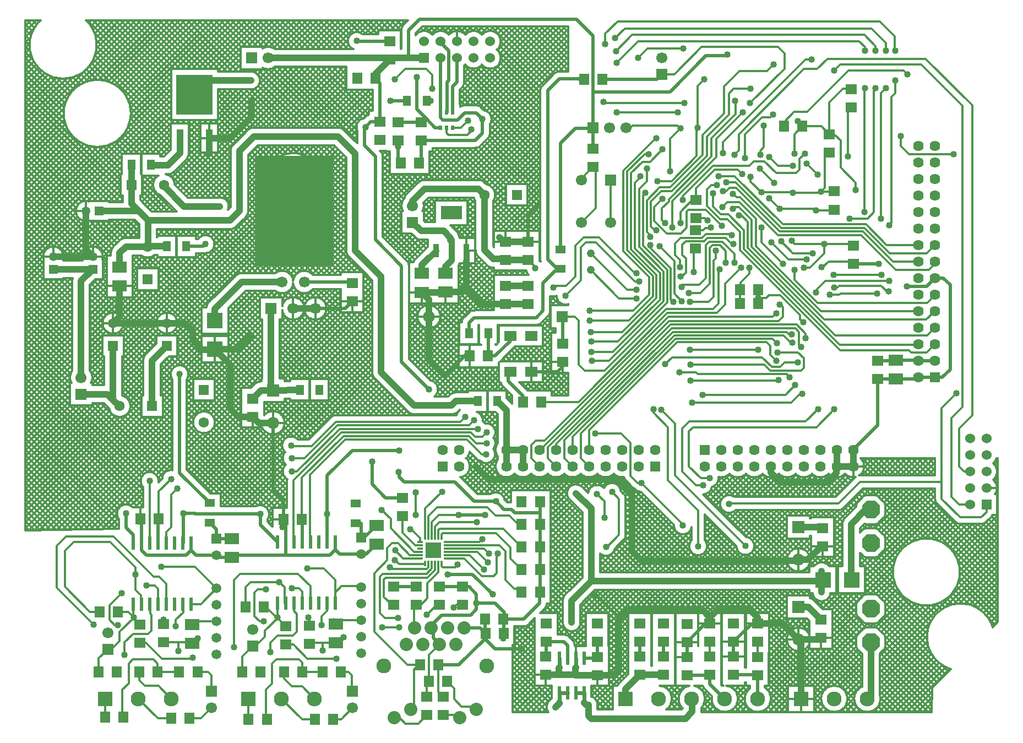
<source format=gbl>
G04 DipTrace 3.2.0.1*
G04 Bot.gbr*
%MOIN*%
G04 #@! TF.FileFunction,Copper,L2,Bot*
G04 #@! TF.Part,Single*
%AMOUTLINE9*
4,1,5,
-0.005906,0.016732,
-0.005906,-0.016732,
0.001969,-0.016732,
0.005906,-0.012795,
0.005906,0.016732,
-0.005906,0.016732,
0*%
%AMOUTLINE12*
4,1,5,
0.005906,0.016732,
0.005906,-0.016732,
-0.005906,-0.016732,
-0.005906,0.012795,
-0.001969,0.016732,
0.005906,0.016732,
0*%
%AMOUTLINE15*
4,1,5,
-0.016732,0.005906,
0.016732,0.005906,
0.016732,-0.001969,
0.012795,-0.005906,
-0.016732,-0.005906,
-0.016732,0.005906,
0*%
%AMOUTLINE18*
4,1,5,
0.016732,-0.005906,
-0.016732,-0.005906,
-0.016732,0.001969,
-0.012795,0.005906,
0.016732,0.005906,
0.016732,-0.005906,
0*%
%AMOUTLINE21*
4,1,5,
0.005906,-0.016732,
0.005906,0.016732,
-0.005906,0.016732,
-0.005906,-0.012795,
-0.001969,-0.016732,
0.005906,-0.016732,
0*%
%AMOUTLINE24*
4,1,5,
-0.005906,0.016732,
-0.005906,-0.016732,
0.005906,-0.016732,
0.005906,0.012795,
0.001969,0.016732,
-0.005906,0.016732,
0*%
%AMOUTLINE27*
4,1,5,
-0.016732,-0.005906,
0.016732,-0.005906,
0.016732,0.001969,
0.012795,0.005906,
-0.016732,0.005906,
-0.016732,-0.005906,
0*%
%AMOUTLINE30*
4,1,5,
0.016732,0.005906,
-0.016732,0.005906,
-0.016732,-0.001969,
-0.012795,-0.005906,
0.016732,-0.005906,
0.016732,0.005906,
0*%
%AMOUTLINE33*
4,1,8,
-0.054554,-0.022598,
-0.054554,0.022598,
-0.022598,0.054554,
0.022598,0.054554,
0.054554,0.022598,
0.054554,-0.022598,
0.022598,-0.054554,
-0.022598,-0.054554,
-0.054554,-0.022598,
0*%
G04 #@! TA.AperFunction,Conductor*
%ADD13C,0.019685*%
%ADD14C,0.03937*%
G04 #@! TA.AperFunction,CopperBalancing*
%ADD15C,0.011811*%
G04 #@! TA.AperFunction,Conductor*
%ADD16C,0.023622*%
%ADD17C,0.037402*%
G04 #@! TA.AperFunction,CopperBalancing*
%ADD19C,0.012992*%
%ADD20R,0.062992X0.070866*%
%ADD21R,0.070866X0.062992*%
%ADD23R,0.088583X0.070866*%
G04 #@! TA.AperFunction,ComponentPad*
%ADD24R,0.05315X0.05315*%
%ADD25C,0.05315*%
%ADD28R,0.072835X0.072835*%
%ADD29C,0.072835*%
%ADD30R,0.059055X0.059055*%
%ADD31C,0.059055*%
%ADD33R,0.037402X0.084646*%
%ADD34R,0.127953X0.084646*%
%ADD36R,0.03937X0.108268*%
%ADD37R,0.218504X0.242126*%
%ADD41R,0.021654X0.031496*%
G04 #@! TA.AperFunction,ComponentPad*
%ADD44R,0.066929X0.066929*%
%ADD45C,0.066929*%
%ADD46C,0.271654*%
%ADD47C,0.08*%
%ADD48C,0.09*%
%ADD53R,0.033465X0.011811*%
%ADD54R,0.011811X0.033465*%
%ADD55R,0.096457X0.096457*%
%ADD56R,0.023622X0.07874*%
G04 #@! TA.AperFunction,ComponentPad*
%ADD59R,0.070866X0.070866*%
%ADD60C,0.070866*%
%ADD61R,0.047244X0.062992*%
G04 #@! TA.AperFunction,ComponentPad*
%ADD62R,0.062992X0.062992*%
%ADD63C,0.062992*%
%ADD64R,0.062992X0.047244*%
%ADD66R,0.094488X0.094488*%
G04 #@! TA.AperFunction,ComponentPad*
%ADD70C,0.06378*%
%ADD71R,0.06378X0.06378*%
%ADD72C,0.06*%
%ADD73R,0.06X0.06*%
%ADD74R,0.090551X0.090551*%
%ADD75C,0.090551*%
%ADD76C,0.048*%
%ADD78R,0.074803X0.059055*%
G04 #@! TA.AperFunction,ViaPad*
%ADD79C,0.04*%
%ADD187OUTLINE9*%
%ADD190OUTLINE12*%
%ADD193OUTLINE15*%
%ADD196OUTLINE18*%
%ADD199OUTLINE21*%
%ADD202OUTLINE24*%
%ADD205OUTLINE27*%
%ADD208OUTLINE30*%
G04 #@! TA.AperFunction,ComponentPad*
%ADD211OUTLINE33*%
%FSLAX26Y26*%
G04*
G70*
G90*
G75*
G01*
G04 Bottom*
%LPD*%
X1615761Y1775029D2*
D13*
D3*
X2500000Y1773622D2*
X2499730Y1772218D1*
X1474409Y3328740D2*
X1576772D1*
X1590551Y3342520D1*
X2708661Y4208661D2*
X2811024D1*
X1433071Y2555118D2*
Y1957719D1*
X1615761Y1775029D1*
X944882Y3543307D2*
D14*
X1185039D1*
X1242126Y3486220D1*
Y3328740D1*
X1240157Y3326772D1*
X1141732Y3700787D2*
Y3586614D1*
X1185039Y3543307D1*
X1240157Y3326772D2*
X1108268D1*
X1070866Y3289370D1*
Y3204724D1*
X1141732Y3700787D2*
Y3822835D1*
X1356299Y3328740D2*
X1242126D1*
X3238189Y2391732D2*
X3106299D1*
X3080709Y2366142D1*
X2854331D1*
X2653543Y2566929D1*
Y3145669D1*
X2496063Y3303150D1*
Y3889764D1*
X2391732Y3994094D1*
X1883858D1*
X1795276Y3905512D1*
Y3543307D1*
X1738189Y3486220D1*
X1242126D1*
X2324780Y1540992D2*
D13*
Y1708661D1*
X1921575D2*
Y1644197D1*
X2024780Y1540992D1*
X1153276Y1534743D2*
Y1582000D1*
X1109134Y1626142D1*
Y1712598D1*
X1454724D2*
Y1533294D1*
X1453276Y1534743D1*
X1454724Y1712598D2*
X1529055D1*
X1527480Y1711024D1*
X1919213D1*
X1921575Y1708661D1*
X2913386Y4468504D2*
D14*
X2818555D1*
X2713041D1*
X2705068Y4460531D1*
X1970079Y4468504D2*
X2697096D1*
X2705068Y4460531D1*
X2618701Y4346900D2*
Y4374164D1*
X2705068Y4460531D1*
X2647638Y4082677D2*
D13*
Y4317963D1*
X2618701Y4346900D1*
X2761811Y2094488D2*
X2478346D1*
X2326772Y1942913D1*
Y1708661D1*
X2324780D1*
X3740157Y3311024D2*
Y3952756D1*
X3830709Y4043307D1*
X3932787D1*
X3936640Y4047160D1*
X2818555Y4468504D2*
Y4637453D1*
X2885827Y4704724D1*
X3834646D1*
X3936640Y4602730D1*
Y4047160D1*
Y3921627D1*
X3937008Y3921260D1*
X2647638Y4082677D2*
X2590551D1*
X2559055Y4051181D1*
X2943898Y2463583D2*
X2777559Y2629921D1*
Y3210630D1*
X2620079Y3368110D1*
Y3872047D1*
X2553150Y3938976D1*
Y4051181D1*
X2559055D1*
X4748031Y4490157D2*
X4744094D1*
Y4482283D1*
X4620079D1*
X4401575Y4263780D1*
X3936640D1*
Y4047160D1*
X3412073Y1997244D2*
D14*
Y2097244D1*
X3512073D1*
Y1997244D1*
X3412073Y2097244D2*
Y2335958D1*
X3356299Y2391732D1*
X5049213Y2744094D2*
D15*
X5023622Y2769685D1*
X4437008D1*
X3862205Y2194882D1*
Y2047113D1*
X3912073Y1997244D1*
X5143701Y2746063D2*
X5133858D1*
X5088583Y2791339D1*
X4429134D1*
X3812992Y2175197D1*
Y2098163D1*
X3812073Y2097244D1*
X3912073D2*
Y2215223D1*
X4446850Y2750000D1*
X4986220D1*
X5009843Y2726378D1*
Y2673228D1*
X5047244Y2635827D1*
X5224409Y2773622D2*
Y2801181D1*
X5169291Y2856299D1*
X4405512D1*
X3663386Y2114173D1*
Y2045932D1*
X3712073Y1997244D1*
X5139764Y2797244D2*
X5122047D1*
X5108268Y2811024D1*
X4419291D1*
X3763780Y2155512D1*
Y2045538D1*
X3812073Y1997244D1*
X3712073Y2097244D2*
Y2133333D1*
X4411417Y2832677D1*
X5161417D1*
X5183071Y2811024D1*
Y2732283D1*
X5194882Y2720472D1*
X4009843Y4553150D2*
Y4616142D1*
X4084646Y4690945D1*
X5673228D1*
X5763780Y4600394D1*
Y4509843D1*
X5765748Y4511811D1*
Y4334646D2*
Y4257874D1*
X5742126Y4234252D1*
Y3468504D1*
X5730315Y3456693D1*
X5061024Y2519685D2*
X5045276D1*
X5047244Y2517717D1*
X4527559D1*
X4820866Y3515748D2*
X4834646D1*
X4874016Y3476378D1*
Y3318898D1*
X5403543Y2789370D1*
X5957874D1*
X6005512Y2837008D1*
X4783465Y3647638D2*
X4805118Y3625984D1*
X4826772D1*
X5055118Y3397638D1*
X5559055D1*
X5769685Y3187008D1*
X5970472D1*
X6001969Y3218504D1*
Y3233465D1*
X6005512Y3237008D1*
X4722441Y3663386D2*
X4744094D1*
X4763780Y3683071D1*
X4801181D1*
X5064961Y3419291D1*
X5568898D1*
X5751181Y3237008D1*
X5905512D1*
X4742126Y3716535D2*
X4799213D1*
X5074803Y3440945D1*
X5578740D1*
X5732283Y3287402D1*
X5955906D1*
X6005512Y3337008D1*
X4694882Y3753937D2*
X4793307D1*
X5084646Y3462598D1*
X5588583D1*
X5714173Y3337008D1*
X5905512D1*
X1303276Y1534743D2*
D13*
Y1676701D1*
X1307283Y1680709D1*
D15*
Y1846654D1*
X1381890Y1921260D1*
X2112205Y2047244D2*
X2190945D1*
X2389764Y2246063D1*
X3185039D1*
X3214567Y2275591D1*
X3917323Y2879921D2*
X4151575D1*
X4299213Y3027559D1*
Y3149606D1*
X4143701Y3305118D1*
Y3781496D1*
X4248031Y3885827D1*
X4273622D1*
X2174780Y1540992D2*
D13*
Y1676087D1*
X2173189Y1677677D1*
D15*
Y1929094D1*
X2425197Y2181102D1*
X3185039D1*
X3228346Y2137795D1*
X3291339D1*
X3925197Y2688976D2*
X4055118D1*
X4364173Y2998031D1*
Y3175197D1*
X4214567Y3324803D1*
Y3675197D1*
X4263780Y3724409D1*
Y3799213D1*
X5064961Y2976378D2*
X5067913Y2979331D1*
X5086614Y2960630D1*
Y2903543D1*
X5061024Y2877953D1*
X4397638D1*
X3610236Y2090551D1*
Y2099081D1*
X3612073Y2097244D1*
X3000787Y795512D2*
Y633727D1*
X3030924Y603591D1*
X2970144Y1490215D2*
D3*
X3283150Y1072291D2*
D13*
Y987992D1*
X3284646Y986496D1*
X3000787Y795512D2*
X3123563D1*
X3282717Y954665D1*
Y984567D1*
X3284646Y986496D1*
X3155906Y1019291D2*
X3251850D1*
X3284646Y986496D1*
X3505118Y893701D2*
X3343681D1*
X3282717Y954665D1*
X5196850Y590551D2*
D14*
Y934281D1*
X5180698Y950433D1*
X5309173D1*
X5316850Y958110D1*
X5325945Y1513976D2*
X5319882D1*
X5237538Y1431633D1*
X5180698D1*
X3650836Y734921D2*
X3729448D1*
X3830003D1*
Y733967D1*
X3962627D1*
X4786339Y934961D2*
D13*
Y845714D1*
X4786990Y845063D1*
X4931850Y1045197D2*
D3*
X4786339Y934961D2*
X4892441Y1041063D1*
X4927717D1*
X4931850Y1045197D1*
X4504961Y934409D2*
Y844255D1*
X4504643Y843937D1*
X4504961Y934409D2*
X4506890D1*
X4604449Y1031969D1*
X4630630D1*
X4643858Y1045197D1*
D14*
Y1083504D1*
X4695394Y1135039D1*
X4880315D1*
X4931850Y1083504D1*
Y1045197D1*
X3962627Y733967D2*
X4060896D1*
X4092126Y765197D1*
Y1068346D1*
X4098601Y1074822D1*
X4152756Y1128976D1*
X4598386D1*
X4643858Y1083504D1*
X4931850Y1045197D2*
X5085934D1*
X5180698Y950433D1*
X3830003Y733967D2*
Y777522D1*
X3831378Y778898D1*
D16*
Y837953D1*
X3729448Y734921D2*
D14*
Y776967D1*
X3731378Y778898D1*
D16*
Y837953D1*
X2531201Y1465650D2*
D13*
X2564124D1*
X2624951Y1526476D1*
X2531201Y1465650D2*
X2403406D1*
X2376299Y1492756D1*
Y1539472D1*
X2374780Y1540992D1*
X2074780D2*
Y1459409D1*
X2342953D1*
X2376299Y1492756D1*
X1749951Y1445227D2*
X1670374D1*
X1656201Y1459400D1*
X1503276Y1534743D2*
Y1489677D1*
X1533543Y1459409D1*
X1656192D1*
X1656201Y1459400D1*
X1203276Y1534743D2*
Y1489559D1*
X1233425Y1459409D1*
X1473008D1*
X1503276Y1489677D1*
X1749951Y1445227D2*
Y1459409D1*
X2074780D1*
Y1540992D2*
Y1629921D1*
Y1665850D1*
X2062953Y1677677D1*
X1203276Y1534743D2*
Y1674480D1*
X1197047Y1680709D1*
X3055118Y1344488D2*
X3206693D1*
X3328740Y1222441D1*
X3946850Y1224409D2*
Y1222441D1*
X1998218Y2261231D2*
D14*
X1911997D1*
X1875984Y2297244D1*
X1789370D1*
X1740157Y2346457D1*
Y2614173D1*
X1647638Y2706693D1*
X1031142Y2864173D2*
X1356102D1*
X668669Y3267717D2*
X791189D1*
X908039D1*
X866142Y3543307D2*
Y3309614D1*
X908039Y3267717D1*
X1356102Y2864173D2*
X1464567D1*
X1511811Y2816929D1*
Y2763780D1*
X1570866Y2704724D1*
X1645669D1*
X1647638Y2706693D1*
X2255000Y2953325D2*
D13*
X2435609D1*
X2478346Y2996063D1*
X2121142Y2953344D2*
D14*
X2255000D1*
Y2953325D1*
X1647638Y2706693D2*
X1781496D1*
X1862205Y2787402D1*
X1070866Y3090551D2*
Y2903898D1*
X1031142Y2864173D1*
X1614173Y3891732D2*
Y3984252D1*
X1740157D1*
X1870079Y4114173D1*
Y4212598D1*
X2942913Y2903543D2*
X2943701D1*
Y2640945D1*
X3039370Y2545276D1*
X3226378Y1998031D2*
X3309055Y1915354D1*
X4092520D1*
X4171940Y1835934D1*
Y1483572D1*
X4228346Y1427165D1*
X5176231D1*
X5180698Y1431633D1*
X2899606Y3051181D2*
X3043406D1*
X3043701Y3051476D1*
X3168701Y3303150D2*
D17*
Y3241142D1*
D14*
Y3090650D1*
X3161136Y3083085D1*
X3131201Y3053150D1*
X3045374D1*
X3043701Y3051476D1*
X2942913Y2903543D2*
Y3007874D1*
X2899606Y3051181D1*
X3405906Y2980413D2*
X3263808D1*
X3161136Y3083085D1*
X3405906Y2980413D2*
X3543701D1*
X3405906Y3357135D2*
X3543701D1*
X3405906D2*
X3395965D1*
X3368701Y3384399D1*
X2868701Y4353150D2*
D13*
Y4158858D1*
X2925744Y4101815D1*
X2980315Y4047244D1*
X3011369D1*
X3012451Y4046161D1*
X2897638Y4078740D2*
X2902669D1*
X2925744Y4101815D1*
X2755906Y4078740D2*
X2897638D1*
X2755906D2*
D3*
X3562992Y2569291D2*
X3566929D1*
X3188976Y2665354D2*
Y2694882D1*
X3039370Y2545276D1*
X3562992Y2569291D2*
X3720866D1*
X3751969Y2600394D1*
Y2629921D1*
X3598425Y3574803D2*
X3543701Y3520079D1*
Y3357135D1*
X5498031Y4279528D2*
X5500000D1*
X5659449Y2525591D2*
X5769685D1*
X1185039Y1661417D2*
Y1668701D1*
X1197047Y1680709D1*
X2062953Y1677677D2*
Y1789409D1*
X1998218Y1854144D1*
Y2261231D1*
X2055118Y1629921D2*
X2074780D1*
X3946850Y1224409D2*
X3949013D1*
X4098601Y1074822D1*
X5412008Y2097194D2*
D14*
Y1997194D1*
X5512008D1*
Y2097194D1*
X5012008Y1997194D2*
Y1960433D1*
X5072835Y1899606D1*
X5352362D1*
X5409449Y1956693D1*
Y1994635D1*
X5412008Y1997194D1*
X5512008Y2097194D2*
D13*
Y2099594D1*
X5659449Y2247035D1*
Y2525591D1*
X5769685D2*
X5894094D1*
X5905512Y2537008D1*
X6005512D1*
X6050787D1*
X6098425Y2584646D1*
Y3096457D1*
X6057087Y3137795D1*
X6006299D1*
X6005512Y3137008D1*
X5320866Y3204724D2*
D15*
Y3194882D1*
X5362205Y3236220D1*
X5498031D1*
X5511811Y3222441D1*
X5285433Y3545276D2*
X5391732D1*
X5397638Y3551181D1*
X5366142Y4007874D2*
X5395669D1*
X5435039Y3968504D1*
Y3805118D1*
X5527559Y3712598D1*
Y3671113D1*
X5366142Y4007874D2*
Y4198819D1*
X5448819Y4281496D1*
X5498031D1*
X5500000Y4279528D1*
X5155512Y3889764D2*
Y4007874D1*
X5202756Y4055118D1*
X5318898D1*
X5366142Y4007874D1*
X5177165Y4086614D2*
Y4080709D1*
X5202756Y4055118D1*
X4136640Y4047160D2*
X4161333D1*
X4175197Y4061024D1*
X4446850D1*
X4464567Y4043307D1*
X4401575Y3783465D2*
Y3980315D1*
X4464567Y4043307D1*
Y3468504D2*
Y3537402D1*
X4537402Y3610236D1*
X4561024D1*
Y3681102D1*
X4673228Y3793307D1*
X4812992D1*
X4838583Y3767717D1*
X4856299Y3862205D2*
Y4005906D1*
X4958661Y4108268D1*
X5007874D1*
X5025591Y4125984D1*
X4826772Y3066929D2*
Y2984252D1*
X4881890Y3198819D2*
Y3161417D1*
X4828740Y3108268D1*
Y3068898D1*
X4826772Y3066929D1*
X5084646Y3224409D2*
X4954724Y3354331D1*
Y3442913D1*
X5066929Y3555118D2*
X5275591D1*
X5285433Y3545276D1*
X4555118Y3425197D2*
X4602362D1*
X4616142Y3438976D1*
X4645669D1*
X4649606Y3442913D1*
X5003937Y3618110D2*
X5066929Y3555118D1*
X5511811Y3222441D2*
D13*
X5665354D1*
X5834646Y3086614D2*
X5955118D1*
X6005512Y3137008D1*
X4043701Y3472244D2*
D15*
Y3728150D1*
X4643858Y834921D2*
Y844459D1*
X4643255Y845063D1*
Y934357D1*
X4643858Y934961D1*
X4572835Y1513780D2*
Y1730315D1*
X4389764Y1913386D1*
Y2234252D1*
X4301181Y2322835D1*
Y2344488D1*
X4421260Y2994094D2*
X4407480Y3007874D1*
Y3194882D1*
X4281496Y3320866D1*
Y3336614D1*
X4931850Y834921D2*
Y843986D1*
X4931201Y844635D1*
X4931850Y934961D2*
Y845285D1*
X4858268Y1515748D2*
Y1517717D1*
X4433071Y1942913D1*
Y2255906D1*
X4348425Y2340551D1*
X4474409Y2998031D2*
X4429134Y3043307D1*
Y3240157D1*
X4338583Y3330709D1*
X4720472Y3566929D2*
X4750000Y3596457D1*
X4822835D1*
X4921260Y3498031D1*
Y3330709D1*
X5314961Y2937008D1*
X5905512D1*
X5053150Y2687008D2*
X5177165D1*
X5212598Y2651575D1*
Y2592520D1*
X5196850Y2576772D1*
X5009843D1*
X4972441Y2614173D1*
X4525591D1*
X3267717Y1557087D2*
X3250058Y1539428D1*
X3050066D1*
X3019357Y1569743D2*
Y1586286D1*
X3025591Y1592520D1*
X3350394D1*
X3437008Y1505906D1*
Y1439622D1*
X3504370Y1372260D1*
X4535433Y2381890D2*
X5135827D1*
X5190945Y2437008D1*
X5202756D1*
X5726378Y3055118D2*
X5716535D1*
X5681102Y3090551D1*
X5427165D1*
X5415354Y3078740D1*
X5397638D1*
X837404Y2534648D2*
D14*
Y3118341D1*
X908039Y3188976D1*
X668669D2*
X908039D1*
X1656201Y1059400D2*
D15*
X1527285D1*
X1508929Y1041045D1*
X1053879Y753575D2*
D3*
X1353276Y1164664D2*
Y1284992D1*
X1309213Y1329055D1*
X1275866D1*
X1033346Y1571575D1*
X745354D1*
X690787Y1517008D1*
Y1262314D1*
X912087Y1041014D1*
X1299856Y753575D2*
X1431092D1*
X1299856D2*
Y803245D1*
X1274951Y828150D1*
X1149951D1*
X1124951Y803150D1*
Y684400D1*
X1087451Y646900D1*
Y484400D1*
X1093701Y478150D1*
X1493701Y471900D2*
X1561884D1*
X1624822Y534837D1*
X1193617Y930808D2*
X1228542D1*
X1324951Y834400D1*
X1506201D1*
X1512451Y840650D1*
X1656201Y1559400D2*
D13*
X1749951D1*
X1656201D2*
Y1616479D1*
X1615761Y1656919D1*
X2531201Y1065650D2*
D15*
X2403912D1*
X2380992Y1042730D1*
X2367205Y1059252D2*
X2397514D1*
X2380992Y1042730D1*
X3751969Y2740157D2*
D13*
Y2901575D1*
X3750000Y2903543D1*
D15*
X3826772D1*
X3850394Y2879921D1*
Y2612205D1*
X3885827Y2576772D1*
X4005906D1*
X4379921Y2950787D1*
X4663386D1*
X4696850Y2984252D1*
Y3190945D1*
X4702756D1*
X2299751Y753575D2*
X2174764D1*
Y809587D1*
X2156201Y828150D1*
X2018701D1*
X1993701Y803150D1*
Y684400D1*
X1956201Y646900D1*
Y471900D1*
X1961319Y466781D1*
X2224780Y1170913D2*
Y1272072D1*
X2149951Y1346900D1*
X1799953D1*
X1762451Y1309399D1*
Y903150D1*
X1917707Y758406D2*
X1922538Y753575D1*
X1541328D2*
X1605795D1*
X1627520Y731850D1*
Y637535D1*
X1624822Y634837D1*
X2531201Y1565650D2*
D13*
Y1654108D1*
X2499730D1*
X2531201Y1565650D2*
X2549951D1*
X2624951Y1640650D1*
X2409987Y753575D2*
D15*
X2455776D1*
X2474950Y734400D1*
Y640869D1*
X2480982Y634837D1*
X2293701Y1034795D2*
Y1090650D1*
X2324780Y1121728D1*
Y1170913D1*
X1812302Y753575D2*
Y847315D1*
X1874795Y909808D1*
X2024780Y1170913D2*
Y1084400D1*
Y1078541D1*
X2074774Y1028546D1*
X1943701Y1146900D2*
X1956201D1*
X2018701Y1084400D1*
X2024780D1*
X1874795Y909808D2*
X1894110D1*
X1949950Y965648D1*
Y1003148D1*
X2031202Y1084400D1*
X2024780D1*
X1153276Y1164664D2*
Y1090898D1*
X1154606Y1089567D1*
Y1084341D1*
Y1083142D1*
Y1080055D1*
X1193617Y1041045D1*
X943643Y753575D2*
Y834816D1*
X999887Y891060D1*
X1019761D1*
X1069724Y941024D1*
Y995173D1*
X1154606Y1080055D1*
X1060129Y1116037D2*
X1122911D1*
X1154606Y1084341D1*
X1409252Y1028546D2*
Y1068346D1*
X1454724Y1113819D1*
Y1163215D1*
X1453276Y1164664D1*
X2362451Y465650D2*
X2411794D1*
X2480982Y534837D1*
X2074774Y918310D2*
X2122291D1*
X2206201Y834400D1*
X2381201D1*
X2064528Y753575D2*
Y713572D1*
X2112450Y665650D1*
X2175295D1*
X2250394Y590551D1*
X2299951Y884400D2*
Y928556D1*
X2380992D1*
X2224759D1*
X2218509Y922307D1*
X2374780Y1170913D2*
Y1234227D1*
X2412451Y1271899D1*
X2524951D1*
X2531201Y1265650D1*
X2206201Y1378150D2*
X2306201D1*
X2374780Y1309571D1*
Y1234227D1*
X1833465Y1146900D2*
Y1267913D1*
X1862451Y1296900D1*
X2037450D1*
X2074780Y1170913D2*
X2068701D1*
Y1265650D1*
X2037450Y1296900D1*
X2380992Y928556D2*
X2394147D1*
X2427835Y962244D1*
X1324370Y1389685D2*
X1525916D1*
X1656201Y1259400D1*
X1503276Y1164664D2*
X1561465D1*
X1656201Y1259400D1*
X1336496Y931929D2*
X1427686D1*
X1503871D1*
X1508929Y926871D1*
X1424951Y878546D2*
Y934665D1*
X1427686Y931929D1*
X1189619Y753575D2*
Y702900D1*
X1224331Y668189D1*
X1306614D1*
X1384252Y590551D1*
X1508929Y926871D2*
X1513328D1*
X1542638Y956181D1*
X1166732Y1342283D2*
Y1250236D1*
X1200079Y1216890D1*
Y1167861D1*
X1203276Y1164664D1*
X1166732Y1342283D2*
Y1386367D1*
X1012450Y1540650D1*
X793248D1*
X739291Y1486693D1*
Y1268425D1*
X890866Y1116850D1*
X949079D1*
X949892Y1116037D1*
X2218509Y1032543D2*
Y1078343D1*
X2212451Y1084400D1*
X1981201Y871899D2*
Y928150D1*
X2024950Y971899D1*
X2118701D1*
X2143701Y996899D1*
Y1103150D1*
X2124780Y1122071D1*
Y1170913D1*
X2112451Y1259399D2*
X2156201D1*
X2174950Y1240650D1*
Y1171084D1*
X2174780Y1170913D1*
X1956201Y1253150D2*
X1906201D1*
X1887450Y1234399D1*
Y1090650D1*
X1918701Y1059399D1*
X1943701D1*
X1336496Y1071378D2*
Y1042165D1*
X1100039Y856142D2*
Y931929D1*
X1151575Y983465D1*
X1242520D1*
X1263740Y1004685D1*
Y1098661D1*
X1254646Y1107756D1*
Y1163294D1*
X1253276Y1164664D1*
X1060630Y1038031D2*
X1039409D1*
X1009094Y1068346D1*
Y1156043D1*
X1081201Y1228150D1*
X1233425Y1277520D2*
X1281929D1*
X1303150Y1256299D1*
Y1164790D1*
X1303276Y1164664D1*
X3013386Y4568504D2*
D13*
Y4561417D1*
X3062992Y4511811D1*
Y4334646D1*
X3051181Y4322835D1*
Y4139322D1*
X3049853Y4140650D1*
X3113386Y4468504D2*
Y4322047D1*
X3086614Y4295276D1*
Y4141290D1*
X3087255Y4140650D1*
X2755906Y3968504D2*
Y3850394D1*
X2771654Y3834646D1*
X2755906Y3968504D2*
Y3933071D1*
X3992126Y4338583D2*
X4322835D1*
X4354331Y4370079D1*
D15*
X4429134D1*
X4594488Y4535433D1*
X5057087D1*
X5096457Y4496063D1*
Y4403543D1*
X4887795Y4194882D1*
X4970472Y4059055D2*
Y3929134D1*
X4948819Y3907480D1*
Y3881890D1*
X4946850Y3801181D2*
X5033465Y3714567D1*
Y3712598D1*
X4717520Y3451772D2*
X4618110Y3551181D1*
X4513780D1*
X4503937Y3541339D1*
Y3442913D1*
X4468504Y3407480D1*
X4383858D1*
X4307087Y3484252D1*
Y3566929D1*
X4356299Y3616142D1*
X3078150Y3303150D2*
D17*
Y3365157D1*
D14*
X3072835D1*
Y3380266D1*
X3031201Y3421900D1*
X2896997D1*
X2844488Y3474409D1*
X3043701Y3165650D2*
Y3207776D1*
X3078150Y3242224D1*
D17*
Y3303150D1*
X1503937Y4336614D2*
D13*
Y4268504D1*
X1524409Y4248031D1*
X1866142Y4332677D2*
D14*
X1609055D1*
X1524409Y4248031D1*
X2647638Y3972441D2*
D13*
X2645669Y3968504D1*
X1434646Y3891732D2*
D14*
Y3984252D1*
Y3891732D2*
X1361811Y3818898D1*
X1263780D1*
X1259843Y3822835D1*
X2899606Y3165354D2*
Y3215157D1*
X2943752Y3259303D1*
D17*
X2987598Y3303150D1*
X1338583Y3700787D2*
D14*
Y3692913D1*
X1460630Y3570866D1*
X1677165D1*
X2893701Y3171900D2*
Y3171260D1*
X2899606Y3165354D1*
X3012451Y4140650D2*
D13*
Y4467570D1*
X3013386Y4468504D1*
X3012451Y4140650D2*
Y4109596D1*
X3027559Y4094488D1*
X3116142D1*
X3159449Y4137795D1*
X3228346D1*
X3267717Y4098425D1*
X2897638Y3968504D2*
X3224409D1*
X3267717Y4011811D1*
Y4098425D1*
X2897638Y3968504D2*
Y3850394D1*
X2881890Y3834646D1*
X3507874Y1785123D2*
D15*
X3504777D1*
X3504370Y1784717D1*
X2920932Y1569743D2*
Y1743766D1*
X3021654Y1844488D1*
X2999672Y1569743D2*
Y1611877D1*
X3007874Y1620079D1*
X3394037D1*
X3504370Y1509745D1*
X2890223Y1539428D2*
Y1563911D1*
X2837087Y1617047D1*
X2827992D1*
X2920932Y1410688D2*
Y1404843D1*
X2762480D1*
X2736220Y1431102D1*
X2188071Y3113186D2*
D13*
X2471459D1*
X2478346Y3106299D1*
X1031142Y2726378D2*
D14*
Y2401260D1*
X1070197Y2362205D1*
X837404Y2434648D2*
X997753D1*
X1031142Y2401260D1*
X2890223Y1441003D2*
D15*
X2785375D1*
X2738189Y1488189D1*
X3019357Y1410688D2*
Y1394029D1*
X3025591Y1387795D1*
X3102362D1*
X3116142Y1401575D1*
X1356102Y2726378D2*
D14*
X1267047Y2637323D1*
Y2362205D1*
X2054213Y3113186D2*
X1810037D1*
X1647638Y2950787D1*
Y2879921D1*
X2999672Y1410688D2*
D15*
Y1355223D1*
X2934094Y1289646D1*
Y1198701D1*
X2894685Y1159291D1*
X2867402D1*
X2854331D1*
Y1017717D1*
X2855906Y1019291D1*
X2930934Y603591D2*
Y683218D1*
X2943189Y695472D1*
Y856575D1*
X3005906Y919291D1*
X2727953Y1269528D2*
D13*
X2867402D1*
X3006850D2*
X3146299D1*
X3005906Y919291D2*
Y923780D1*
X2968701Y960984D1*
Y1006496D1*
X2955906Y1019291D1*
X3230903Y1168386D2*
X3343425D1*
X3397913Y1113898D1*
Y1076819D1*
X3393386Y1072291D1*
X3394882Y986496D2*
Y1070795D1*
X3393386Y1072291D1*
X2727953Y1269528D2*
D3*
X3230903Y1168386D2*
Y1223231D1*
X3185709Y1268425D1*
X3147402D1*
X3146299Y1269528D1*
X2955906Y1019291D2*
Y1032559D1*
X3018976Y1095630D1*
X3194803D1*
X3230903Y1131730D1*
Y1168386D1*
X3614606Y1509745D2*
Y1372260D1*
Y1509745D2*
Y1647231D1*
Y1784717D1*
X2960302Y1569743D2*
D15*
Y1661089D1*
X3001969Y1702756D1*
X3124016D1*
X3393386Y1072291D2*
D13*
X3515205D1*
X3612205Y1169291D1*
Y1232373D1*
X3614606Y1234774D1*
Y1372260D1*
D15*
Y1509745D1*
X3124016Y1702756D2*
D13*
X3283465D1*
X3348425Y1785433D2*
X3397638Y1736220D1*
X3442913D1*
X3462598Y1716535D1*
X3614606D1*
Y1784717D1*
X3393780Y956181D2*
Y985394D1*
X3394882Y986496D1*
X3348425Y1785433D2*
X3216535D1*
X3098425Y1903543D1*
X2791339D1*
X2761811Y1933071D1*
Y1960630D1*
X2759843Y1962598D1*
X3437008Y2569291D2*
X3426772D1*
X2598425Y2027559D2*
Y1889764D1*
X2681102Y1807087D1*
X2779528D1*
X2781496Y1805118D1*
X3437008Y2569291D2*
X3421260D1*
Y2513780D1*
X3511811Y2423228D1*
Y2387795D1*
X4832677Y3200787D2*
D15*
X4736220Y3104331D1*
Y2976378D1*
X4687008Y2927165D1*
X4387795D1*
X3848425Y2387795D1*
X3622047D1*
X4791339Y3230315D2*
Y3283465D1*
X4718504Y3356299D1*
X4639764D1*
X4620079Y3336614D1*
Y3135827D1*
X4580709Y3096457D1*
X4474409D1*
Y3084646D1*
X4200787Y3064961D2*
X4143307D1*
X3921260Y3287008D1*
X4740157Y3228346D2*
Y3301181D1*
X4704724Y3336614D1*
X4659449D1*
X4643701Y3320866D1*
Y3102362D1*
X4586614Y3045276D1*
X4515748D1*
Y3047244D1*
X4200787Y3013780D2*
X4094488D1*
X3921260Y3187008D1*
X4786990Y734827D2*
D13*
X4930773D1*
X4931201Y734399D1*
Y593209D1*
X4933858Y590551D1*
X3299213Y2665354D2*
X3344488D1*
X3437008Y2757874D1*
Y2785827D1*
X3303150Y2803150D2*
Y2669291D1*
X3299213Y2665354D1*
X2161417Y2460630D2*
D14*
X1998218Y2458081D1*
X1987283Y2953344D2*
Y2469016D1*
X1998218Y2458081D1*
X1926585D1*
X1875984Y2407480D1*
X2727953Y1159291D2*
D15*
X2718858D1*
X2670354Y1207795D1*
Y1312087D1*
X2681260Y1322992D1*
X2934094D1*
X2979567Y1368465D1*
Y1410268D1*
X2979987Y1410688D1*
X2940617D2*
Y1387113D1*
X2931063Y1377559D1*
X2718962D1*
Y1386654D1*
X2706732D1*
X3006850Y1159291D2*
X2991693D1*
X2931063Y1098661D1*
X2761299Y1022874D2*
X2658228D1*
X3146299Y1159291D2*
X3108110D1*
X3092520Y1143701D1*
X2960302Y1410688D2*
Y1379514D1*
X2928031Y1347244D1*
X2664291D1*
X2646102Y1329055D1*
Y1110787D1*
X2676181Y1080709D1*
X2755906D1*
X5618197Y1734764D2*
D14*
X5587814D1*
X5499950Y1646900D1*
Y1312688D1*
X5501772Y1310866D1*
X2890551Y795512D2*
D15*
X2879528D1*
X2852244Y768228D1*
Y546630D1*
X2831906Y526291D1*
X2890551Y795512D2*
X2812835D1*
X2612756Y995591D1*
Y1350276D1*
X2690945Y1428465D1*
Y1503937D1*
X2718504Y1531496D1*
X2755906D1*
X2826714Y1460688D1*
X2890223D1*
X3030924Y493354D2*
X3112843D1*
X3129906Y476291D1*
X2656201Y1734400D2*
X2712451Y1678150D1*
Y1621900D1*
X2853978Y1480373D1*
X2890223D1*
X5618197Y933976D2*
D14*
Y611898D1*
X5596850Y590551D1*
X2952756Y4208661D2*
D13*
X2929134D1*
X2705068Y4570768D2*
X2507333D1*
X2506201Y4571900D1*
X3185039Y2803150D2*
Y2866142D1*
X3216535Y2897638D1*
X3592520D1*
X3633858Y2938976D1*
Y3106299D1*
X3710630Y3183071D1*
X3740157D1*
Y3192913D1*
X3718504D1*
X3661417Y3250000D1*
Y4271654D1*
X3732283Y4342520D1*
X3877953D1*
X3881890Y4338583D1*
X5336614Y3344488D2*
D15*
X5523622D1*
X5511811Y3332677D1*
X5316929Y3659449D2*
X5395669D1*
X5397638Y3661417D1*
X5366142Y3897638D2*
Y3899606D1*
X5340551Y3874016D1*
Y3683071D1*
X5316929Y3659449D1*
X5336614Y3344488D2*
X5157480D1*
X5139764Y3362205D1*
X5147638Y3651575D2*
X5309055D1*
X5316929Y3659449D1*
X3866142Y4340551D2*
D13*
X3879921D1*
X3881890Y4338583D1*
X5094488Y4055118D2*
D15*
X5092520D1*
Y4080709D1*
X5153543Y4141732D1*
X5234252D1*
X5484252Y4391732D1*
X5816929D1*
X5838583Y4370079D1*
X5336614Y3344488D2*
Y3287402D1*
X5250000Y3200787D1*
X5212598D1*
X4889764Y3750000D2*
Y3720472D1*
X4954724Y3655512D1*
X5151575D1*
X5147638Y3651575D1*
X4570866Y4047244D2*
Y4301181D1*
X4608268Y4338583D1*
X4484252Y4525591D2*
X4267717D1*
X4210630Y4468504D1*
X4327790Y3724409D2*
X4411417D1*
X4562992Y3875984D1*
Y4039370D1*
X4570866Y4047244D1*
X4561024Y3500000D2*
X4614173D1*
X4627953Y3486220D1*
X4937008Y3066929D2*
X4935039D1*
Y3017717D1*
X4937008D1*
Y2984252D1*
Y3017717D2*
X4986220D1*
X5000000Y3031496D1*
X5068898D1*
X5188976Y2911417D1*
Y2887795D1*
X5208661Y2868110D1*
X4555118Y3314961D2*
X4545276D1*
Y3173228D1*
X4523622Y2702756D2*
X4935039D1*
X5480315Y3872047D2*
Y4149606D1*
X5500000Y4169291D1*
X2940617Y1569743D2*
Y1696522D1*
X2994094Y1750000D1*
X3297244D1*
X3346457Y1700787D1*
X3429134D1*
X3482690Y1647231D1*
X3504370D1*
X3507874Y1647638D2*
X3504777D1*
X3504370Y1647231D1*
X3881378Y837953D2*
D13*
X3956377D1*
X3962627Y844203D1*
X3961772Y934961D2*
Y845059D1*
X3962627Y844203D1*
X3781378Y837953D2*
Y912244D1*
X3758661Y934961D1*
X3652559D1*
Y846881D1*
X3650836Y845157D1*
X3910236Y552992D2*
D14*
Y486299D1*
X3925394Y471142D1*
X4495315D1*
X4537756Y513583D1*
Y586654D1*
X4533858Y590551D1*
X3831378Y625354D2*
D16*
X3881378D1*
X3910236Y552992D2*
D14*
X3894685D1*
X3881378Y566299D1*
D16*
Y625354D1*
X4504643Y733701D2*
D13*
X4642129D1*
X4643255Y734827D1*
Y681155D1*
X4733858Y590551D1*
X4504961Y1044646D2*
D3*
X4786339Y1045197D2*
D3*
X5659449Y2635827D2*
X5765748D1*
X5769685Y2639764D1*
X5902756D1*
X5905512Y2637008D1*
X6005512D1*
X4361929Y845118D2*
Y934961D1*
Y1045197D2*
D3*
X3731378Y625354D2*
D16*
X3781378D1*
X3731378D2*
Y566299D1*
D14*
Y562087D1*
X3710157Y540866D1*
X4219449Y1045197D2*
D13*
D3*
Y845118D2*
Y934961D1*
X4361929Y734882D2*
D14*
X4219449D1*
X4133858Y590551D2*
Y649291D1*
X4219449Y734882D1*
X5180698Y1147283D2*
X5237913D1*
X5316850Y1068346D1*
X5180698Y1628483D2*
X5321675D1*
X5325945Y1624213D1*
X5328543Y1310866D2*
X5319882D1*
Y1298740D1*
Y1363318D2*
Y1319528D1*
X5328543Y1310866D1*
X5319882Y1235079D2*
Y1302205D1*
X5328543Y1310866D1*
X3807165Y1053189D2*
Y1183543D1*
X3925394Y1301772D1*
X5319449D1*
X3832677Y1834646D2*
X3925394Y1741929D1*
Y1301772D1*
X2275591Y2452756D2*
Y2456693D1*
X2279528Y2460630D1*
X6218079Y1765969D2*
D15*
X6153323D1*
X6106299Y1812992D1*
Y2289370D1*
X6173228Y2356299D1*
Y4179134D1*
X5923228Y4429134D1*
X5433071D1*
X5397638Y4393701D1*
X5259843Y4460630D2*
X5257874Y4458661D1*
X5222441D1*
X4724409Y3960630D1*
Y3893701D1*
X6218079Y1965969D2*
X6183638D1*
X6151575Y1998031D1*
Y2226378D1*
X6232283Y2307087D1*
Y4183071D1*
X5950787Y4464567D1*
X5356299D1*
X5293307Y4401575D1*
X5212598D1*
X4818898Y4007874D1*
Y3909449D1*
X4793307Y3883858D1*
X3937008Y3811024D2*
X3952756D1*
Y3558465D1*
X3866535Y3472244D1*
X5155512Y3185039D2*
Y3127953D1*
X5297244Y2986220D1*
X5960630D1*
X6003937Y3029528D1*
Y3038583D1*
X6005512Y3037008D1*
X6137795Y2438976D2*
X6047244Y2348425D1*
Y1902012D1*
Y1801181D1*
X6159449Y1688976D1*
X6287402D1*
X6318079Y1719654D1*
Y1765969D1*
X3050066Y1500058D2*
X3275533D1*
X3305118Y1470472D1*
X4005906Y1687008D2*
Y1785433D1*
X3960630Y1830709D1*
X4228346Y1897638D2*
X4480315Y1645669D1*
Y1639764D1*
X4759843Y1769685D2*
X4761811Y1771654D1*
X5421260D1*
X5551618Y1902012D1*
X6047244D1*
X3866535Y3728150D2*
D13*
Y3740551D1*
D15*
X3937008Y3811024D1*
X3949950Y2196900D2*
X4106199D1*
X4162450Y2140650D1*
Y1940650D1*
X4205462Y1897638D1*
X4228346D1*
X4417323Y3442913D2*
Y3602362D1*
X4683071Y3868110D1*
Y3980315D1*
X4842520Y4139764D1*
X5045276Y2923228D2*
X5023622Y2901575D1*
X4391732D1*
X3643701Y2153543D1*
X3590551D1*
X3562992Y2125984D1*
Y2046325D1*
X3612073Y1997244D1*
X3652559Y1045197D2*
D3*
X4602362Y1881890D2*
X4561024D1*
X4476378Y1966535D1*
Y2226378D1*
X4519685Y2269685D1*
X5224409D1*
X5299213Y2344488D1*
X5730315Y3120079D2*
X5342520D1*
X5287056Y3064615D1*
Y3049213D1*
X3961772Y1045197D2*
D3*
X4641732Y1925197D2*
X4588583D1*
X4517717Y1996063D1*
Y2210630D1*
X4541339Y2234252D1*
X5289370D1*
X5397638Y2342520D1*
X5683071Y3155512D2*
X5391732D1*
X4685039Y3700787D2*
Y3698819D1*
X4651575D1*
X4625984Y3673228D1*
Y3572835D1*
X4704724Y3494094D1*
X4750000D1*
X4826772Y3417323D1*
Y3307087D1*
X5433071Y2700787D1*
X5850394D1*
X5864173Y2687008D1*
X5955512D1*
X6005512Y2737008D1*
X3050066Y1519743D2*
X3370021D1*
X3405512Y1484252D1*
Y1311024D1*
X3460630Y1255906D1*
X3483239D1*
X3504370Y1234774D1*
Y1236654D1*
X4600394Y2431102D2*
X5102362D1*
X5159449Y2488189D1*
X5657480Y3043307D2*
X5435039D1*
X5427165Y3035433D1*
X5368110D1*
X6118110Y3885827D2*
X5850394D1*
X5800745Y3935475D1*
Y3995627D1*
X5679134Y3498031D2*
Y4255906D1*
X5708661Y4285433D1*
Y4511811D2*
Y4561024D1*
X5624016Y4645669D1*
X4127953D1*
X4070866Y4588583D1*
X4661417Y3649606D2*
Y3570866D1*
X4710630Y3521654D1*
X4755906D1*
X4850394Y3427165D1*
Y3312992D1*
X5431102Y2732283D1*
X5900787D1*
X5905512Y2737008D1*
X1353276Y1534743D2*
Y1601307D1*
X1381890Y1629921D1*
Y1824803D1*
X1419291Y1862205D1*
X2112205Y1966535D2*
X2143701D1*
X2401575Y2224409D1*
X3238189D1*
X3923228Y2811024D2*
X4114173D1*
X4320866Y3017717D1*
Y3157480D1*
X4167323Y3311024D1*
Y3771654D1*
X4236220Y3840551D1*
X4281496D1*
X4356299Y3915354D1*
X4253937Y3653543D2*
X4238189Y3637795D1*
Y3332677D1*
X4385827Y3185039D1*
Y2988189D1*
X4033465Y2635827D1*
X3929134D1*
X3289370Y2070866D2*
X3261811D1*
X3173228Y2159449D1*
X2437008D1*
X2224409Y1946850D1*
Y1541362D1*
X2224780Y1540992D1*
X4458661Y2564961D2*
X4559055D1*
X4568898Y2555118D1*
X5108268D1*
X5125984Y2537402D1*
X4374255Y2616381D2*
X4415354Y2657480D1*
X4960630D1*
X5019685Y2598425D1*
X5068898D1*
X5096457Y2625984D1*
X5175197D1*
X2979987Y1569743D2*
Y1633530D1*
X3005906Y1659449D1*
X3232283D1*
X2862205Y1838583D2*
Y1702756D1*
X4523622Y2992126D2*
X4635827D1*
X4665354Y3021654D1*
Y3244094D1*
X4679134Y3257874D1*
Y3303150D1*
X5147638Y3816929D2*
X5057087D1*
X5003937Y3870079D1*
X4318898Y3425197D2*
Y3415354D1*
X4285433Y3448819D1*
Y3598425D1*
X4350394Y3663386D1*
X4411417D1*
X4625984Y3877953D1*
Y3994094D1*
X4757874Y4125984D1*
Y4251969D1*
X4787402Y4281496D1*
X4890551D1*
X4281496Y3385827D2*
Y3397638D1*
X4261811Y3417323D1*
Y3606299D1*
X4340551Y3685039D1*
X4401575D1*
X4598425Y3881890D1*
Y4001969D1*
X4730315Y4133858D1*
Y4297244D1*
X4822835Y4389764D1*
X4988189D1*
X5029528Y4431102D1*
X4372047Y3468504D2*
X4354331Y3486220D1*
Y3559055D1*
X4395669Y3600394D1*
Y3614173D1*
X4653543Y3872047D1*
Y3984252D1*
X4799213Y4129921D1*
Y4210630D1*
X4797244D1*
X4320866Y3984252D2*
X4316929D1*
X4120079Y3787402D1*
Y3299213D1*
X4277559Y3141732D1*
Y3037402D1*
X4181102Y2940945D1*
X3917323D1*
X3163386Y2295276D2*
X3161417D1*
X3133858Y2267717D1*
X2379921D1*
X2232283Y2120079D1*
X2112205D1*
X2108268Y2124016D1*
X1251969Y1909449D2*
Y1536050D1*
X1253276Y1534743D1*
X4224409Y3753937D2*
Y3746063D1*
X4190945Y3712598D1*
Y3316929D1*
X4342520Y3165354D1*
Y3007874D1*
X4086614Y2751969D1*
X3927165D1*
X3291339Y2202756D2*
X3265748Y2177165D1*
X3222441D1*
X3196850Y2202756D1*
X2413386D1*
X2124016Y1913386D1*
Y1541756D1*
X2124780Y1540992D1*
X3050066Y1480373D2*
X3236163D1*
X3299213Y1417323D1*
X3050066Y1460688D2*
X3190887D1*
X3277559Y1374016D1*
X5295276Y3763780D2*
X5228346Y3830709D1*
X3050066Y1441003D2*
X3155454D1*
X3261811Y1334646D1*
X3334646D1*
X3352362Y1352362D1*
Y1474409D1*
X3358268Y1468504D1*
X4015748Y1509843D2*
Y1503937D1*
X4094488Y1582677D1*
Y1799213D1*
X4051181Y1842520D1*
X4478346Y3608268D2*
Y3631890D1*
X4663386Y3816929D1*
X4881890D1*
X4909449Y3844488D1*
X4974409D1*
X5045276Y3773622D1*
X5167323D1*
X5187008Y3793307D1*
Y3858268D1*
X5218504Y3889764D1*
X3049853Y4046161D2*
X3051181Y4044833D1*
X4490157Y4196850D2*
X3998031D1*
Y4202756D1*
X3200787Y4037402D2*
Y4029528D1*
X3175197Y4003937D1*
X3061024D1*
X3049213Y4015748D1*
Y4045521D1*
X3049853Y4046161D1*
X4448819Y4139764D2*
X4078740D1*
X3179134Y4088583D2*
X3136713Y4046161D1*
X3087255D1*
X5578740Y3535433D2*
Y4283465D1*
X5582677Y4287402D1*
Y4511811D2*
Y4535433D1*
X5547244Y4570866D1*
X4208661D1*
X4078740Y4440945D1*
X2508465Y4346900D2*
D14*
D3*
X5488189Y3498031D2*
D15*
X5600394D1*
X5637795Y3535433D1*
Y4275591D1*
X5647638Y4285433D1*
Y4513780D2*
Y4541339D1*
X5580709Y4608268D1*
X4173228D1*
X4074803Y4509843D1*
X2962598Y4283465D2*
Y4366142D1*
X2925197Y4403543D1*
X2799213D1*
X2736220Y4340551D1*
X3405906Y3090650D2*
D14*
X3479224D1*
X3543701D1*
X5228346Y3250000D2*
D15*
X5120079D1*
X5017717Y3352362D1*
X4787402Y3342520D2*
X4775591D1*
X4738189Y3379921D1*
X4627953D1*
X4608268Y3360236D1*
X4498031D1*
X4476378Y3338583D1*
Y3277559D1*
X4498031Y3255906D1*
Y3171260D1*
X4466535Y3139764D1*
Y3145669D1*
X4214567Y3116142D2*
X4188976D1*
X3952756Y3352362D1*
X3891732D1*
X3862205Y3322835D1*
Y3122047D1*
X3769685Y3029528D1*
X2844488Y3574409D2*
D14*
Y3603934D1*
X2917719Y3677165D1*
X3241584D1*
X3278101Y3640648D1*
Y3306249D1*
X3331201Y3253150D1*
X3399655D1*
X3405906Y3246899D1*
X3543701D1*
X5267371Y3285433D2*
D15*
X5147638D1*
X5074803Y3358268D1*
X4777559Y3395669D2*
Y3403543D1*
X4620079D1*
X4596457Y3379921D1*
X4466535D1*
X4433071Y3346457D1*
Y3277559D1*
X4462598Y3248031D1*
Y3202756D1*
X4200787Y3167323D2*
X4188976D1*
X3972441Y3383858D1*
X3879921D1*
X3828740Y3332677D1*
Y3145669D1*
X3771654Y3088583D1*
X3704724D1*
X3694882Y3078740D1*
X3584646Y3194882D2*
Y3205954D1*
X3543701Y3246899D1*
X4783465Y3555118D2*
X4795276Y3566929D1*
X4818898D1*
X4897638Y3488189D1*
Y3324803D1*
X5336614Y2885827D1*
X5954331D1*
X6005512Y2937008D1*
X2890223Y1519743D2*
X2858210D1*
X2781496Y1596457D1*
Y1694882D1*
X3229906Y526291D2*
X3212299Y543898D1*
X3140236D1*
X3094764Y589370D1*
Y654134D1*
X3053425Y695472D1*
X2731906Y476291D2*
X2765244D1*
X2800709Y440827D1*
X2878407D1*
X2930934Y493354D1*
X1851083Y466781D2*
Y589862D1*
X1850394Y590551D1*
X2252215Y465650D2*
X2175295D1*
X2050394Y590551D1*
X983465Y478150D2*
Y589764D1*
X984252Y590551D1*
X1383465Y471900D2*
X1302904D1*
X1184252Y590551D1*
D79*
X1615761Y1775029D3*
X2500000Y1773622D3*
X1590551Y3342520D3*
X2708661Y4208661D3*
X1433071Y2555118D3*
X1590551Y3342520D3*
X2324780Y1708661D3*
X1921575D3*
X1109134Y1712598D3*
X1454724D3*
D3*
X1921575Y1708661D3*
X2761811Y2094488D3*
X2559055Y4051181D3*
X2943898Y2463583D3*
X4748031Y4490157D3*
X5049213Y2744094D3*
X5143701Y2746063D3*
X5047244Y2635827D3*
X5224409Y2773622D3*
X5139764Y2797244D3*
X5194882Y2720472D3*
X4009843Y4553150D3*
X5765748Y4511811D3*
Y4334646D3*
X5730315Y3456693D3*
X5061024Y2519685D3*
X4527559Y2517717D3*
X4820866Y3515748D3*
X4783465Y3647638D3*
X4722441Y3663386D3*
X4742126Y3716535D3*
X4694882Y3753937D3*
X1381890Y1921260D3*
X2112205Y2047244D3*
X3214567Y2275591D3*
X3917323Y2879921D3*
X4273622Y3885827D3*
X3291339Y2137795D3*
X3925197Y2688976D3*
X4263780Y3799213D3*
X5064961Y2976378D3*
X2970144Y1490215D3*
D3*
D3*
X3505118Y893701D3*
X4931850Y1045197D3*
X4643858D3*
X3055118Y1344488D3*
X3328740Y1222441D3*
X3946850Y1224409D3*
X1862205Y2787402D3*
X791189Y3267717D3*
X1614173Y3891732D3*
X1870079Y4212598D3*
X3039370Y2545276D3*
X3226378Y1998031D3*
X3368701Y3384399D3*
X2868701Y4353150D3*
X3368701Y3384399D3*
X2755906Y4078740D3*
X3566929Y2569291D3*
X3598425Y3574803D3*
X5498031Y4279528D3*
X1185039Y1661417D3*
X2055118Y1629921D3*
X3946850Y1224409D3*
X5320866Y3204724D3*
X5285433Y3545276D3*
X5527559Y3671113D3*
X5155512Y3889764D3*
X5177165Y4086614D3*
X4464567Y4043307D3*
X4401575Y3783465D3*
X4464567Y3468504D3*
X4838583Y3767717D3*
X4856299Y3862205D3*
X5025591Y4125984D3*
X4881890Y3198819D3*
X5084646Y3224409D3*
X4954724Y3442913D3*
X5066929Y3555118D3*
X5285433Y3545276D3*
X4649606Y3442913D3*
X5003937Y3618110D3*
X4649606Y3442913D3*
X5066929Y3555118D3*
X5665354Y3222441D3*
X5834646Y3086614D3*
X4643858Y834921D3*
X4572835Y1513780D3*
X4301181Y2344488D3*
X4421260Y2994094D3*
X4281496Y3336614D3*
X4931850Y834921D3*
X4858268Y1515748D3*
X4348425Y2340551D3*
X4474409Y2998031D3*
X4338583Y3330709D3*
X4720472Y3566929D3*
X5053150Y2687008D3*
X4525591Y2614173D3*
X3267717Y1557087D3*
X3504370Y1372260D3*
X4535433Y2381890D3*
X5202756Y2437008D3*
X5726378Y3055118D3*
X5397638Y3078740D3*
X1508929Y1041045D3*
X1053879Y753575D3*
X912087Y1041014D3*
X1053879Y753575D3*
X1299856D3*
X1512451Y840650D3*
X2367205Y1059252D3*
X4702756Y3190945D3*
X2174764Y753575D3*
X1762451Y903150D3*
X1917707Y758406D3*
X2293701Y1034795D3*
X2024780Y1084400D3*
D3*
X1154606Y1083142D3*
X1409252Y1028546D3*
X2381201Y834400D3*
X2299951Y884400D3*
X2206201Y1378150D3*
X2037450Y1296900D3*
X2427835Y962244D3*
X1324370Y1389685D3*
X1424951Y878546D3*
X1542638Y956181D3*
X1166732Y1342283D3*
D3*
X2212451Y1084400D3*
D3*
X1981201Y871899D3*
X2112451Y1259399D3*
X1956201Y1253150D3*
X1943701Y1059399D3*
X1336496Y1071378D3*
X1100039Y856142D3*
X1060630Y1038031D3*
X1081201Y1228150D3*
X1233425Y1277520D3*
X2755906Y3933071D3*
X4887795Y4194882D3*
X4970472Y4059055D3*
X4948819Y3881890D3*
X4946850Y3801181D3*
X5033465Y3712598D3*
X4717520Y3451772D3*
X4356299Y3616142D3*
X1503937Y4336614D3*
X1866142Y4332677D3*
X2645669Y3968504D3*
X1434646Y3891732D3*
D3*
X1677165Y3570866D3*
X2893701Y3171900D3*
X3267717Y4098425D3*
X3507874Y1785123D3*
X3021654Y1844488D3*
X3504370Y1509745D3*
X2827992Y1617047D3*
X2736220Y1431102D3*
X2738189Y1488189D3*
X3116142Y1401575D3*
X1647638Y2879921D3*
X3230903Y1168386D3*
X2727953Y1269528D3*
X3230903Y1168386D3*
D3*
X3124016Y1702756D3*
X3283465D3*
X3348425Y1785433D3*
X3393780Y956181D3*
X2759843Y1962598D3*
X3348425Y1785433D3*
X3426772Y2569291D3*
X2598425Y2027559D3*
X4832677Y3200787D3*
X4791339Y3230315D3*
X4474409Y3084646D3*
X4200787Y3064961D3*
X4740157Y3228346D3*
X4515748Y3047244D3*
X4200787Y3013780D3*
X2727953Y1159291D3*
X2706732Y1386654D3*
X2931063Y1098661D3*
X2761299Y1022874D3*
X2658228D3*
X3092520Y1143701D3*
X2755906Y1080709D3*
X3092520Y1143701D3*
X2656201Y1734400D3*
X2952756Y4208661D3*
X2506201Y4571900D3*
X5336614Y3344488D3*
X5316929Y3659449D3*
D3*
X5366142Y3899606D3*
X5139764Y3362205D3*
X5147638Y3651575D3*
X5336614Y3344488D3*
X5316929Y3659449D3*
X3866142Y4340551D3*
X5366142Y3899606D3*
X5094488Y4055118D3*
X5838583Y4370079D3*
X5212598Y3200787D3*
X5336614Y3344488D3*
X4889764Y3750000D3*
X5147638Y3651575D3*
X4570866Y4047244D3*
X4608268Y4338583D3*
X4484252Y4525591D3*
X4210630Y4468504D3*
X4327790Y3724409D3*
X4570866Y4047244D3*
X4627953Y3486220D3*
D3*
X4954724Y3655512D3*
X4935039Y3017717D3*
X5208661Y2868110D3*
X4545276Y3173228D3*
X4523622Y2702756D3*
X4935039D3*
X4545276Y3173228D3*
X4935039Y3017717D3*
X5480315Y3872047D3*
X3507874Y1647638D3*
X3910236Y552992D3*
D3*
X4504961Y1044646D3*
X4786339Y1045197D3*
X4361929D3*
X3710157Y540866D3*
X4219449Y1045197D3*
X5319882Y1298740D3*
Y1363318D3*
Y1235079D3*
X3807165Y1053189D3*
X3832677Y1834646D3*
X2275591Y2452756D3*
X5397638Y4393701D3*
X5259843Y4460630D3*
X4724409Y3893701D3*
X4793307Y3883858D3*
X5155512Y3185039D3*
X6137795Y2438976D3*
X3305118Y1470472D3*
X4005906Y1687008D3*
X3960630Y1830709D3*
X4228346Y1897638D3*
X4480315Y1639764D3*
X4759843Y1769685D3*
X3949950Y2196900D3*
X4228346Y1897638D3*
X4417323Y3442913D3*
X4842520Y4139764D3*
X5045276Y2923228D3*
X3652559Y1045197D3*
X4602362Y1881890D3*
X5299213Y2344488D3*
X5730315Y3120079D3*
X5287056Y3049213D3*
X3961772Y1045197D3*
X4641732Y1925197D3*
X5397638Y2342520D3*
X5683071Y3155512D3*
X5391732D3*
X4685039Y3700787D3*
X3504370Y1236654D3*
X4600394Y2431102D3*
X5159449Y2488189D3*
X5657480Y3043307D3*
X5368110Y3035433D3*
X6118110Y3885827D3*
X5800745Y3995627D3*
X5679134Y3498031D3*
X5708661Y4285433D3*
Y4511811D3*
X4070866Y4588583D3*
X4661417Y3649606D3*
X1419291Y1862205D3*
X2112205Y1966535D3*
X3238189Y2224409D3*
X3923228Y2811024D3*
X4356299Y3915354D3*
X4253937Y3653543D3*
X3929134Y2635827D3*
X3289370Y2070866D3*
X4458661Y2564961D3*
X5125984Y2537402D3*
X4374255Y2616381D3*
X5175197Y2625984D3*
X3232283Y1659449D3*
X2862205Y1838583D3*
Y1702756D3*
X4523622Y2992126D3*
X4679134Y3303150D3*
X5147638Y3816929D3*
X5003937Y3870079D3*
X3232283Y1659449D3*
X4318898Y3425197D3*
X4890551Y4281496D3*
X4281496Y3385827D3*
X5029528Y4431102D3*
X4372047Y3468504D3*
X4797244Y4210630D3*
X4320866Y3984252D3*
X3917323Y2940945D3*
X3163386Y2295276D3*
X2108268Y2124016D3*
X1251969Y1909449D3*
X4224409Y3753937D3*
X3927165Y2751969D3*
X3291339Y2202756D3*
X3299213Y1417323D3*
X3277559Y1374016D3*
X5295276Y3763780D3*
X5228346Y3830709D3*
X3358268Y1468504D3*
X4015748Y1509843D3*
X4051181Y1842520D3*
X4478346Y3608268D3*
X5218504Y3889764D3*
X4490157Y4196850D3*
X3998031Y4202756D3*
X3200787Y4037402D3*
X4448819Y4139764D3*
X4078740D3*
X3179134Y4088583D3*
X5578740Y3535433D3*
X5582677Y4287402D3*
Y4511811D3*
X4078740Y4440945D3*
X2508465Y4346900D3*
D3*
X5488189Y3498031D3*
X5647638Y4285433D3*
Y4513780D3*
X4074803Y4509843D3*
X2962598Y4283465D3*
X2736220Y4340551D3*
X3479224Y3090650D3*
X5228346Y3250000D3*
X5017717Y3352362D3*
X4787402Y3342520D3*
X4466535Y3145669D3*
X4214567Y3116142D3*
X3769685Y3029528D3*
X3479224Y3090650D3*
X5267371Y3285433D3*
X5074803Y3358268D3*
X4777559Y3395669D3*
X4462598Y3202756D3*
X4200787Y3167323D3*
X3694882Y3078740D3*
X3584646Y3194882D3*
X4783465Y3555118D3*
X532170Y4696401D2*
D15*
X500450Y4664681D1*
X565576Y4696401D2*
X500450Y4631274D1*
X553783Y4651201D2*
X500450Y4597868D1*
X530375Y4594387D2*
X500450Y4564461D1*
X524829Y4555434D2*
X500450Y4531054D1*
X525955Y4523153D2*
X500450Y4497648D1*
X531240Y4495031D2*
X500450Y4464241D1*
X539575Y4469960D2*
X500450Y4430834D1*
X550423Y4447401D2*
X500450Y4397428D1*
X563456Y4427027D2*
X500450Y4364021D1*
X578528Y4408693D2*
X500450Y4330615D1*
X899642Y4696401D2*
X883288Y4680047D1*
X595541Y4392299D2*
X500450Y4297208D1*
X933049Y4696401D2*
X897708Y4661060D1*
X614528Y4377880D2*
X500450Y4263801D1*
X966456Y4696401D2*
X910056Y4640001D1*
X635587Y4365532D2*
X500450Y4230395D1*
X999862Y4696401D2*
X920120Y4616659D1*
X658929Y4355467D2*
X500450Y4196988D1*
X1033269Y4696401D2*
X927542Y4590674D1*
X684914Y4348045D2*
X500450Y4163582D1*
X1066676Y4696401D2*
X931636Y4561362D1*
X714226Y4343951D2*
X500450Y4130175D1*
X1100082Y4696401D2*
X931000Y4527319D1*
X748269Y4344587D2*
X500450Y4096768D1*
X1133489Y4696401D2*
X921980Y4484892D1*
X790696Y4353608D2*
X500450Y4063362D1*
X1166895Y4696401D2*
X500450Y4029955D1*
X1200302Y4696401D2*
X500450Y3996548D1*
X1233709Y4696401D2*
X860272Y4322964D1*
X745920Y4208612D2*
X500450Y3963142D1*
X1267115Y4696401D2*
X906092Y4335378D1*
X733506Y4162792D2*
X500450Y3929735D1*
X1300522Y4696401D2*
X941619Y4337498D1*
X731402Y4127281D2*
X500450Y3896329D1*
X1333928Y4696401D2*
X971894Y4334366D1*
X734534Y4097006D2*
X500450Y3862922D1*
X1367335Y4696401D2*
X998580Y4327646D1*
X741255Y4070320D2*
X500450Y3829515D1*
X1400742Y4696401D2*
X1022493Y4318152D1*
X750732Y4046391D2*
X500450Y3796109D1*
X1434148Y4696401D2*
X1044074Y4306326D1*
X762574Y4024827D2*
X500450Y3762702D1*
X1467555Y4696401D2*
X1063534Y4292380D1*
X776521Y4005367D2*
X500450Y3729295D1*
X1500962Y4696401D2*
X1081020Y4276459D1*
X792441Y3987880D2*
X500450Y3695889D1*
X1534368Y4696401D2*
X1096549Y4258582D1*
X810319Y3972351D2*
X500450Y3662482D1*
X1567775Y4696401D2*
X1110071Y4238697D1*
X830203Y3958829D2*
X500450Y3629076D1*
X1601181Y4696401D2*
X1121457Y4216676D1*
X852224Y3947443D2*
X500450Y3595669D1*
X1634588Y4696401D2*
X1130429Y4192241D1*
X876659Y3938472D2*
X500450Y3562262D1*
X1667995Y4696401D2*
X1136497Y4164903D1*
X903998Y3932404D2*
X500450Y3528856D1*
X1701401Y4696401D2*
X1408872Y4403871D1*
X1380385Y4375384D2*
X1138764Y4133763D1*
X935137Y3930136D2*
X500450Y3495449D1*
X1734808Y4696401D2*
X1442278Y4403871D1*
X1380385Y4341977D2*
X1135192Y4096785D1*
X972116Y3933709D2*
X500450Y3462042D1*
X1768215Y4696401D2*
X1475685Y4403871D1*
X1380385Y4308571D2*
X1118847Y4047034D1*
X1021867Y3950053D2*
X500450Y3428636D1*
X1801621Y4696401D2*
X1509091Y4403871D1*
X1380385Y4275164D2*
X500450Y3395229D1*
X1835028Y4696401D2*
X1542498Y4403871D1*
X1380385Y4241758D2*
X500450Y3361823D1*
X1868434Y4696401D2*
X1575905Y4403871D1*
X1380385Y4208351D2*
X500450Y3328416D1*
X1901841Y4696401D2*
X1609311Y4403871D1*
X1380385Y4174944D2*
X1094543Y3889102D1*
X1083346Y3877906D2*
X500450Y3295009D1*
X1935248Y4696401D2*
X1642718Y4403871D1*
X1380385Y4141538D2*
X1127949Y3889102D1*
X1083346Y3844499D2*
X833195Y3594348D1*
X815098Y3576251D2*
X500450Y3261603D1*
X1968654Y4696401D2*
X1809001Y4536747D1*
X1801841Y4529587D2*
X1668442Y4396188D1*
X1380385Y4108131D2*
X1161356Y3889102D1*
X1083346Y3811093D2*
X876193Y3603939D1*
X805507Y3533253D2*
X500450Y3228196D1*
X2002061Y4696401D2*
X1842407Y4536747D1*
X1801850Y4496189D2*
X1692795Y4387135D1*
X1397855Y4092194D2*
X1194762Y3889102D1*
X1083346Y3777686D2*
X910317Y3604657D1*
X814805Y3509145D2*
X500450Y3194790D1*
X2035467Y4696401D2*
X1875814Y4536747D1*
X1801850Y4462783D2*
X1726202Y4387135D1*
X1431261Y4092194D2*
X1412232Y4073165D1*
X1380189Y4041122D2*
X1228169Y3889102D1*
X1075468Y3736401D2*
X943723Y3604657D1*
X831410Y3492343D2*
X668119Y3329052D1*
X607334Y3268268D2*
X500450Y3161383D1*
X2068874Y4696401D2*
X1909220Y4536747D1*
X1801850Y4429376D2*
X1759608Y4387135D1*
X1464668Y4092194D2*
X1445638Y4073165D1*
X1380189Y4007715D2*
X1261576Y3889102D1*
X1075468Y3702994D2*
X977130Y3604657D1*
X855274Y3482801D2*
X695621Y3323147D1*
X607318Y3234845D2*
X500450Y3127976D1*
X2102281Y4696401D2*
X1938321Y4532441D1*
X1806140Y4400260D2*
X1793015Y4387135D1*
X1684094Y4278214D2*
X1668442Y4262562D1*
X1498074Y4092194D2*
X1479045Y4073165D1*
X1380189Y3974309D2*
X1294982Y3889102D1*
X1075468Y3669588D2*
X1006230Y3600350D1*
X887833Y3481953D2*
X714689Y3308809D1*
X607318Y3201438D2*
X500450Y3094570D1*
X2135687Y4696401D2*
X1975854Y4536568D1*
X1839546Y4400260D2*
X1826422Y4387135D1*
X1717501Y4278214D2*
X1668442Y4229155D1*
X1531481Y4092194D2*
X1489109Y4049823D1*
X1380189Y3940902D2*
X1318243Y3878956D1*
X1075468Y3636181D2*
X1037043Y3597757D1*
X921239Y3481953D2*
X726923Y3287636D1*
X607318Y3168032D2*
X500450Y3061163D1*
X2169094Y4696401D2*
X2001888Y4529195D1*
X1872953Y4400260D2*
X1859828Y4387135D1*
X1750908Y4278214D2*
X1668442Y4195748D1*
X1564888Y4092194D2*
X1489109Y4016416D1*
X1229255Y3756562D2*
X1208008Y3735315D1*
X1087277Y3614584D2*
X1070450Y3597757D1*
X954646Y3481953D2*
X728701Y3256008D1*
X607318Y3134625D2*
X500450Y3027756D1*
X2202501Y4696401D2*
X2029063Y4522964D1*
X1906359Y4400260D2*
X1888896Y4382796D1*
X1784314Y4278214D2*
X1668442Y4162342D1*
X1598294Y4092194D2*
X1579265Y4073165D1*
X1559717Y4053617D2*
X1489109Y3983010D1*
X1262662Y3756562D2*
X1208008Y3701908D1*
X988053Y3481953D2*
X749531Y3243431D1*
X633727Y3127627D2*
X500450Y2994350D1*
X2235907Y4696401D2*
X2062470Y4522964D1*
X1944480Y4404974D2*
X1908013Y4368507D1*
X1817721Y4278214D2*
X1668442Y4128935D1*
X1631701Y4092194D2*
X1612671Y4073165D1*
X1559717Y4020210D2*
X1489109Y3949603D1*
X1296069Y3756562D2*
X1208008Y3668501D1*
X1028359Y3488853D2*
X782938Y3243431D1*
X667134Y3127627D2*
X500450Y2960943D1*
X2269314Y4696401D2*
X2095877Y4522964D1*
X1973303Y4400390D2*
X1919350Y4346437D1*
X1851128Y4278214D2*
X1646078Y4073165D1*
X1559717Y3986804D2*
X1489109Y3916196D1*
X1272319Y3699406D2*
X1196182Y3623269D1*
X1061766Y3488853D2*
X901525Y3328612D1*
X847135Y3274222D2*
X816344Y3243431D1*
X700540Y3127627D2*
X500450Y2927537D1*
X2302720Y4696401D2*
X2129283Y4522964D1*
X2020363Y4414043D2*
X1914701Y4308382D1*
X1890439Y4284119D2*
X1668637Y4062318D1*
X1559717Y3953397D2*
X1488392Y3882072D1*
X1371886Y3765566D2*
X1367195Y3760875D1*
X1278501Y3672181D2*
X1206083Y3599763D1*
X1095172Y3488853D2*
X931131Y3324811D1*
X740847Y3134527D2*
X500450Y2894130D1*
X2336127Y4696401D2*
X2162690Y4522964D1*
X2053769Y4414043D2*
X1668637Y4028911D1*
X1559717Y3919990D2*
X1386639Y3746912D1*
X1292447Y3652721D2*
X1222786Y3583060D1*
X1128579Y3488853D2*
X951357Y3311631D1*
X774253Y3134527D2*
X500450Y2860723D1*
X2369534Y4696401D2*
X2196097Y4522964D1*
X2087176Y4414043D2*
X1668637Y3995504D1*
X1568476Y3895343D2*
X1399851Y3726718D1*
X1312658Y3639525D2*
X1239490Y3566357D1*
X1161986Y3488853D2*
X964798Y3291665D1*
X782948Y3109815D2*
X500450Y2827317D1*
X2402940Y4696401D2*
X2229503Y4522964D1*
X2120583Y4414043D2*
X1668637Y3962098D1*
X1601883Y3895343D2*
X1407762Y3701223D1*
X1330258Y3623719D2*
X1256193Y3549653D1*
X1178689Y3472149D2*
X1077366Y3370827D1*
X1026809Y3320270D2*
X969088Y3262549D1*
X782948Y3076408D2*
X500450Y2793910D1*
X2436347Y4696401D2*
X2262910Y4522964D1*
X2153989Y4414043D2*
X1668637Y3928691D1*
X1635289Y3895343D2*
X1424466Y3684519D1*
X1346962Y3607015D2*
X1280628Y3540682D1*
X1187677Y3447730D2*
X1121180Y3381234D1*
X991804Y3251858D2*
X969382Y3229436D1*
X782948Y3043001D2*
X500450Y2760503D1*
X2469754Y4696401D2*
X2296316Y4522964D1*
X2187396Y4414043D2*
X1441169Y3667816D1*
X1363665Y3590312D2*
X1314035Y3540682D1*
X1187677Y3414324D2*
X1154586Y3381234D1*
X991804Y3218451D2*
X969382Y3196029D1*
X782948Y3009595D2*
X500450Y2727097D1*
X2503160Y4696401D2*
X2329723Y4522964D1*
X2220802Y4414043D2*
X1457872Y3651113D1*
X1380368Y3573609D2*
X1347441Y3540682D1*
X991804Y3185045D2*
X969382Y3162623D1*
X934387Y3127627D2*
X891868Y3085109D1*
X782948Y2976188D2*
X500450Y2693690D1*
X2536567Y4696401D2*
X2363130Y4522964D1*
X2254209Y4414043D2*
X1888717Y4048551D1*
X1740811Y3900645D2*
X1474576Y3634410D1*
X1397072Y3556906D2*
X1380848Y3540682D1*
X991804Y3151638D2*
X891868Y3051702D1*
X782948Y2942782D2*
X500450Y2660284D1*
X2569973Y4696401D2*
X2499758Y4626185D1*
X2451925Y4578352D2*
X2396536Y4522964D1*
X2287616Y4414043D2*
X1922123Y4048551D1*
X1740811Y3867238D2*
X1498896Y3625324D1*
X1305334Y3431761D2*
X1296581Y3423008D1*
X991804Y3118232D2*
X891868Y3018296D1*
X782948Y2909375D2*
X500450Y2626877D1*
X2603380Y4696401D2*
X2528988Y4622009D1*
X2456101Y4549121D2*
X2429943Y4522964D1*
X2321022Y4414043D2*
X1955530Y4048551D1*
X1740811Y3833831D2*
X1532303Y3625324D1*
X1338740Y3431761D2*
X1296581Y3389602D1*
X1179292Y3272313D2*
X1149938Y3242958D1*
X991804Y3084825D2*
X891868Y2984889D1*
X782948Y2875968D2*
X500450Y2593470D1*
X2636787Y4696401D2*
X2555772Y4615386D1*
X2470390Y4530004D2*
X2463350Y4522964D1*
X2354429Y4414043D2*
X1988936Y4048551D1*
X1740811Y3800425D2*
X1565710Y3625324D1*
X1372147Y3431761D2*
X1335387Y3395001D1*
X1208572Y3268186D2*
X1149938Y3209552D1*
X991804Y3051418D2*
X891868Y2951482D1*
X782948Y2842562D2*
X500450Y2560064D1*
X2670193Y4696401D2*
X2589179Y4615386D1*
X2387836Y4414043D2*
X2022343Y4048551D1*
X1913422Y3939630D2*
X1849731Y3875939D1*
X1740811Y3767018D2*
X1599116Y3625324D1*
X1405554Y3431761D2*
X1368793Y3395001D1*
X1234475Y3260683D2*
X1149938Y3176145D1*
X994137Y3020344D2*
X891868Y2918076D1*
X782948Y2809155D2*
X500450Y2526657D1*
X2703600Y4696401D2*
X2644231Y4637032D1*
X2634862Y4627663D2*
X2622586Y4615386D1*
X2421242Y4414043D2*
X2055750Y4048551D1*
X1946829Y3939630D2*
X1849731Y3842532D1*
X1740811Y3733612D2*
X1632523Y3625324D1*
X1438960Y3431761D2*
X1402200Y3395001D1*
X1281486Y3274287D2*
X1203391Y3196192D1*
X1173893Y3166694D2*
X1149938Y3142738D1*
X1027543Y3020344D2*
X891868Y2884669D1*
X782948Y2775749D2*
X500450Y2493251D1*
X2737006Y4696401D2*
X2677638Y4637032D1*
X2442203Y4401597D2*
X2089156Y4048551D1*
X1980236Y3939630D2*
X1849731Y3809126D1*
X1740811Y3700205D2*
X1665930Y3625324D1*
X1472367Y3431761D2*
X1435607Y3395001D1*
X1303083Y3262477D2*
X1236798Y3196192D1*
X1173893Y3133287D2*
X1149938Y3109332D1*
X1060950Y3020344D2*
X891868Y2851262D1*
X782948Y2742342D2*
X500450Y2459844D1*
X2770413Y4696401D2*
X2711045Y4637032D1*
X2442203Y4368191D2*
X2122563Y4048551D1*
X2013642Y3939630D2*
X1849731Y3775719D1*
X1740811Y3666798D2*
X1696416Y3622404D1*
X1505774Y3431761D2*
X1469013Y3395001D1*
X1336489Y3262477D2*
X1270205Y3196192D1*
X1173893Y3099881D2*
X1149938Y3075925D1*
X1094357Y3020344D2*
X891868Y2817856D1*
X782948Y2708935D2*
X500450Y2426437D1*
X2803820Y4696401D2*
X2744451Y4637032D1*
X2442203Y4334784D2*
X2155969Y4048551D1*
X2047049Y3939630D2*
X1849731Y3742312D1*
X1740811Y3633392D2*
X1716692Y3609273D1*
X1539180Y3431761D2*
X1502420Y3395001D1*
X1369896Y3262477D2*
X1303611Y3196192D1*
X1173893Y3066474D2*
X1149938Y3042519D1*
X1127763Y3020344D2*
X1035771Y2928352D1*
X966961Y2859542D2*
X891868Y2784449D1*
X782948Y2675529D2*
X500450Y2393031D1*
X2442203Y4301377D2*
X2189376Y4048551D1*
X2080455Y3939630D2*
X1849731Y3708906D1*
X1740811Y3599985D2*
X1729268Y3588443D1*
X1572587Y3431761D2*
X1532809Y3391983D1*
X1403303Y3262477D2*
X1306433Y3165608D1*
X1204478Y3063652D2*
X1061837Y2921012D1*
X974302Y2833476D2*
X891868Y2751043D1*
X782948Y2642122D2*
X500450Y2359624D1*
X2450930Y4276697D2*
X2222783Y4048551D1*
X2113862Y3939630D2*
X2054151Y3879919D1*
X1964674Y3790442D2*
X1849731Y3675499D1*
X1740811Y3566578D2*
X1729317Y3555085D1*
X1605993Y3431761D2*
X1564127Y3389895D1*
X1436709Y3262477D2*
X1306433Y3132201D1*
X1237884Y3063652D2*
X1080335Y2906103D1*
X989211Y2814978D2*
X891868Y2717636D1*
X782948Y2608715D2*
X500450Y2326217D1*
X2484336Y4276697D2*
X2256189Y4048551D1*
X2147269Y3939630D2*
X2100314Y3892675D1*
X1951935Y3744296D2*
X1849731Y3642092D1*
X1639400Y3431761D2*
X1603537Y3395898D1*
X1470116Y3262477D2*
X1306433Y3098794D1*
X1271291Y3063652D2*
X1092324Y2884685D1*
X1010644Y2803006D2*
X998319Y2790680D1*
X966847Y2759208D2*
X891868Y2684229D1*
X782948Y2575309D2*
X500450Y2292811D1*
X2517743Y4276697D2*
X2289596Y4048551D1*
X2180675Y3939630D2*
X2134634Y3893588D1*
X1951021Y3709976D2*
X1849731Y3608686D1*
X1672807Y3431761D2*
X1625868Y3384822D1*
X1503523Y3262477D2*
X1306433Y3065388D1*
X1304705Y3063660D2*
X1094347Y2853301D1*
X1042012Y2800967D2*
X1031726Y2790680D1*
X966847Y2725802D2*
X891868Y2650823D1*
X769392Y2528347D2*
X500450Y2259404D1*
X2934559Y4660107D2*
X2907357Y4632905D1*
X2551150Y4276697D2*
X2323003Y4048551D1*
X2214082Y3939630D2*
X2163391Y3888939D1*
X1955670Y3681218D2*
X1849731Y3575279D1*
X1706213Y3431761D2*
X1640369Y3365917D1*
X1558575Y3284123D2*
X1065132Y2790680D1*
X966847Y2692395D2*
X891868Y2617416D1*
X769164Y2494712D2*
X500450Y2225998D1*
X2967966Y4660107D2*
X2936963Y4629105D1*
X2584556Y4276697D2*
X2356409Y4048551D1*
X2247489Y3939630D2*
X2188397Y3880539D1*
X1964071Y3656212D2*
X1849682Y3541824D1*
X1739669Y3431810D2*
X1644953Y3337094D1*
X1595978Y3288119D2*
X1095440Y2787581D1*
X969930Y2662071D2*
X891868Y2584010D1*
X769164Y2461305D2*
X500450Y2192591D1*
X3001372Y4660107D2*
X2957582Y4616316D1*
X2603021Y4261756D2*
X2389816Y4048551D1*
X2280895Y3939630D2*
X2210451Y3869186D1*
X1975424Y3634158D2*
X1095440Y2754174D1*
X976683Y2635418D2*
X901084Y2559819D1*
X769164Y2427899D2*
X500450Y2159184D1*
X3034779Y4660107D2*
X3007610Y4632938D1*
X2603021Y4228349D2*
X2417220Y4042548D1*
X2314302Y3939630D2*
X2229960Y3855288D1*
X1989321Y3614649D2*
X1095440Y2720768D1*
X976683Y2602011D2*
X905472Y2530800D1*
X769164Y2394492D2*
X500450Y2125778D1*
X3068185Y4660107D2*
X3037118Y4629039D1*
X2603021Y4194943D2*
X2435701Y4027622D1*
X2347708Y3939630D2*
X2247104Y3839025D1*
X2005584Y3597506D2*
X1331015Y2922937D1*
X1297341Y2889263D2*
X1095440Y2687361D1*
X976683Y2568605D2*
X905635Y2497557D1*
X774482Y2366403D2*
X500450Y2092371D1*
X3101592Y4660107D2*
X3057704Y4616218D1*
X2603021Y4161536D2*
X2590435Y4148950D1*
X2577428Y4135943D2*
X2545480Y4103994D1*
X2506243Y4064758D2*
X2452404Y4010919D1*
X2374900Y3933415D2*
X2261898Y3820413D1*
X2024180Y3582695D2*
X1368826Y2927341D1*
X1292921Y2851435D2*
X1085604Y2644119D1*
X976683Y2535198D2*
X930592Y2489107D1*
X807888Y2366403D2*
X500450Y2058964D1*
X3134999Y4660107D2*
X3107846Y4632954D1*
X2507336Y4032444D2*
X2469108Y3994216D1*
X2391604Y3916712D2*
X2274247Y3799355D1*
X2045255Y3570363D2*
X1392478Y2917586D1*
X1302691Y2827800D2*
X1085604Y2610712D1*
X976683Y2501791D2*
X963999Y2489107D1*
X841295Y2366403D2*
X500450Y2025558D1*
X3168405Y4660107D2*
X3137273Y4628974D1*
X2508543Y4000245D2*
X2485811Y3977513D1*
X2408307Y3900008D2*
X2283822Y3775523D1*
X2069070Y3560771D2*
X1409247Y2900948D1*
X1319329Y2811031D2*
X1298979Y2790680D1*
X1291795Y2783497D2*
X1085604Y2577305D1*
X874702Y2366403D2*
X500450Y1992151D1*
X3201812Y4660107D2*
X3157809Y4616104D1*
X2508543Y3966838D2*
X2502514Y3960809D1*
X2425010Y3883305D2*
X2290036Y3748331D1*
X2096278Y3554573D2*
X1419164Y2877459D1*
X1342818Y2801113D2*
X1332385Y2790680D1*
X1291795Y2750090D2*
X1085604Y2543899D1*
X921892Y2380187D2*
X500450Y1958745D1*
X3235219Y4660107D2*
X3208099Y4632987D1*
X2441599Y3866488D2*
X2291553Y3716442D1*
X2128151Y3553040D2*
X1415380Y2840268D1*
X1380009Y2804898D2*
X1365792Y2790680D1*
X1212601Y2637489D2*
X1085604Y2510492D1*
X955298Y2380187D2*
X500450Y1925338D1*
X3268625Y4660107D2*
X3237427Y4628909D1*
X2441599Y3833081D2*
X2284817Y3676298D1*
X2168311Y3559793D2*
X1570456Y2961938D1*
X1565620Y2957102D2*
X1399199Y2790680D1*
X1212585Y2604067D2*
X1085604Y2477086D1*
X981707Y2373189D2*
X500450Y1891931D1*
X3302032Y4660107D2*
X3257931Y4616006D1*
X2441599Y3799674D2*
X1809555Y3167630D1*
X1565622Y2923697D2*
X1420404Y2778479D1*
X1212585Y2570660D2*
X1085604Y2443679D1*
X998411Y2356486D2*
X500450Y1858525D1*
X3335438Y4660107D2*
X3308335Y4633003D1*
X2441599Y3766268D2*
X1842978Y3167647D1*
X1565622Y2890290D2*
X1420404Y2745072D1*
X1212585Y2537253D2*
X1097984Y2422653D1*
X1009747Y2334416D2*
X500450Y1825118D1*
X3368845Y4660107D2*
X3337598Y4628860D1*
X2441599Y3732861D2*
X1876385Y3167647D1*
X1565622Y2856884D2*
X1420404Y2711666D1*
X1370810Y2662071D2*
X1321505Y2612767D1*
X1212585Y2503847D2*
X1117673Y2408935D1*
X1023465Y2314727D2*
X500450Y1791712D1*
X3402252Y4660107D2*
X3358037Y4615892D1*
X3165991Y4423846D2*
X3158005Y4415860D1*
X2441599Y3699455D2*
X1909791Y3167647D1*
X1565622Y2823477D2*
X1420404Y2678259D1*
X1404216Y2662071D2*
X1321505Y2579361D1*
X1212585Y2470440D2*
X1131114Y2388969D1*
X1043431Y2301286D2*
X500450Y1758305D1*
X3435658Y4660107D2*
X3372081Y4596530D1*
X3185353Y4409802D2*
X3158005Y4382454D1*
X2681726Y3906174D2*
X2662403Y3886851D1*
X2441599Y3666048D2*
X1943198Y3167647D1*
X1834277Y3058726D2*
X1729660Y2954109D1*
X1573451Y2797900D2*
X1321505Y2545954D1*
X1212585Y2437033D2*
X1136431Y2360880D1*
X1071520Y2295969D2*
X500450Y1724898D1*
X3469065Y4660107D2*
X3378166Y4569208D1*
X3212692Y4403734D2*
X3158005Y4349047D1*
X2705378Y3896420D2*
X2664686Y3855728D1*
X2441599Y3632641D2*
X1976605Y3167647D1*
X1867684Y3058726D2*
X1729660Y2920702D1*
X1606858Y2797900D2*
X1597665Y2788707D1*
X1565622Y2756664D2*
X1415674Y2606716D1*
X1381477Y2572519D2*
X1321505Y2512547D1*
X1200775Y2391817D2*
X500450Y1691492D1*
X3502472Y4660107D2*
X3358151Y4515786D1*
X3266097Y4423732D2*
X3157271Y4314906D1*
X2705378Y3863013D2*
X2664686Y3822322D1*
X2441599Y3599235D2*
X2010011Y3167647D1*
X1901091Y3058726D2*
X1729660Y2887295D1*
X1640265Y2797900D2*
X1631071Y2788707D1*
X1565622Y2723257D2*
X1449847Y2607482D1*
X1380711Y2538346D2*
X1321505Y2479141D1*
X1200775Y2358410D2*
X500450Y1658085D1*
X3535878Y4660107D2*
X3372163Y4496392D1*
X3285508Y4409737D2*
X3131221Y4255450D1*
X2705378Y3829607D2*
X2664686Y3788915D1*
X2441599Y3565828D2*
X2057169Y3181398D1*
X1934497Y3058726D2*
X1729660Y2853889D1*
X1673671Y2797900D2*
X1664478Y2788707D1*
X1565622Y2689850D2*
X1470938Y2595167D1*
X1388459Y2512688D2*
X1321505Y2445734D1*
X1200775Y2325004D2*
X500450Y1624678D1*
X3569285Y4660107D2*
X3378149Y4468972D1*
X3312912Y4403734D2*
X3131221Y4222043D1*
X2705378Y3796200D2*
X2664686Y3755509D1*
X2441599Y3532421D2*
X2084051Y3174873D1*
X1967904Y3058726D2*
X1930752Y3021574D1*
X1919050Y3009872D2*
X1729660Y2820482D1*
X1707078Y2797900D2*
X1697884Y2788707D1*
X1565622Y2656444D2*
X1484314Y2575136D1*
X1388459Y2479281D2*
X1333315Y2424137D1*
X1205114Y2295936D2*
X519486Y1610308D1*
X3602691Y4660107D2*
X3132852Y4190268D1*
X2707025Y3764441D2*
X2664686Y3722102D1*
X2441599Y3499015D2*
X2103478Y3160894D1*
X2001311Y3058726D2*
X1964159Y3021574D1*
X1919050Y2976466D2*
X1729660Y2787075D1*
X1567253Y2624668D2*
X1486483Y2543899D1*
X1388459Y2445874D2*
X1333315Y2390731D1*
X1238521Y2295936D2*
X553479Y1610895D1*
X3636098Y4660107D2*
X3158364Y4182373D1*
X2740432Y3764441D2*
X2664686Y3688695D1*
X2441599Y3465608D2*
X2116870Y3140879D1*
X2026529Y3050538D2*
X1997565Y3021574D1*
X1919050Y2943059D2*
X1729660Y2753669D1*
X1600659Y2624668D2*
X1477691Y2501700D1*
X1388459Y2412468D2*
X1333315Y2357324D1*
X1271927Y2295936D2*
X587457Y1611466D1*
X3669505Y4660107D2*
X3191803Y4182405D1*
X2773839Y3764441D2*
X2664686Y3655289D1*
X2441599Y3432202D2*
X2190795Y3181398D1*
X2054357Y3044959D2*
X2030972Y3021574D1*
X1919050Y2909652D2*
X1729660Y2720262D1*
X1634066Y2624668D2*
X1536300Y2526902D1*
X1514794Y2505396D2*
X1477691Y2468293D1*
X1388459Y2379061D2*
X1333315Y2323917D1*
X1305334Y2295936D2*
X621434Y1612037D1*
X3702911Y4660107D2*
X3225210Y4182405D1*
X2807245Y3764441D2*
X2664686Y3621882D1*
X2441599Y3398795D2*
X2217742Y3174938D1*
X2126308Y3083504D2*
X2055521Y3012717D1*
X1927907Y2885103D2*
X1729660Y2686856D1*
X1667473Y2624668D2*
X1569706Y2526902D1*
X1514794Y2471990D2*
X1477691Y2434887D1*
X1388459Y2345655D2*
X655428Y1612624D1*
X3736318Y4660107D2*
X3252124Y4175913D1*
X3000100Y3923889D2*
X2948153Y3871942D1*
X2840652Y3764441D2*
X2664686Y3588475D1*
X2441599Y3365388D2*
X2237219Y3161008D1*
X2140238Y3064027D2*
X2089385Y3013174D1*
X2061305Y2985094D2*
X2055521Y2979310D1*
X1932833Y2856623D2*
X1729660Y2653449D1*
X1700879Y2624668D2*
X1603113Y2526902D1*
X1514794Y2438583D2*
X1477691Y2401480D1*
X1388459Y2312248D2*
X689406Y1613195D1*
X3769725Y4660107D2*
X3269676Y4160058D1*
X3033507Y3923889D2*
X2948153Y3838536D1*
X2874058Y3764441D2*
X2664686Y3555069D1*
X2441599Y3331982D2*
X2267412Y3157794D1*
X2160220Y3050603D2*
X2130637Y3021020D1*
X1932833Y2823216D2*
X1636519Y2526902D1*
X1514794Y2405176D2*
X1477691Y2368074D1*
X1388459Y2278841D2*
X723383Y1613766D1*
X3786966Y4643942D2*
X3291224Y4148199D1*
X3066913Y3923889D2*
X2948153Y3805129D1*
X2907465Y3764441D2*
X2664686Y3521662D1*
X2441730Y3298706D2*
X2300818Y3157794D1*
X2187983Y3044959D2*
X2155611Y3012586D1*
X2061893Y2918868D2*
X2055521Y2912497D1*
X1932833Y2789809D2*
X1647334Y2504310D1*
X1537386Y2394362D2*
X1477691Y2334667D1*
X1388459Y2245435D2*
X757377Y1614353D1*
X3786966Y4610535D2*
X3310096Y4133666D1*
X3100320Y3923889D2*
X2948153Y3771723D1*
X2940872Y3764441D2*
X2906738Y3730307D1*
X2787948Y3611518D2*
X2664686Y3488256D1*
X2449984Y3273553D2*
X2334225Y3157794D1*
X2245009Y3068578D2*
X2173766Y2997335D1*
X2077161Y2900730D2*
X2041738Y2865307D1*
X1932833Y2756403D2*
X1647334Y2470903D1*
X1570792Y2394362D2*
X1477691Y2301260D1*
X1388459Y2212028D2*
X791355Y1614924D1*
X3786966Y4577129D2*
X3321123Y4111286D1*
X3133726Y3923889D2*
X2941465Y3731628D1*
X2776595Y3566758D2*
X2664686Y3454849D1*
X2465773Y3255936D2*
X2367632Y3157794D1*
X2278416Y3068578D2*
X2222685Y3012847D1*
X2195486Y2985649D2*
X2185771Y2975934D1*
X2098545Y2888708D2*
X2041738Y2831900D1*
X1932833Y2722996D2*
X1647334Y2437497D1*
X1604199Y2394362D2*
X1477691Y2267854D1*
X1388459Y2178621D2*
X825332Y1615495D1*
X3786966Y4543722D2*
X3314876Y4071632D1*
X3167133Y3923889D2*
X2974872Y3731628D1*
X2776253Y3533009D2*
X2664686Y3421442D1*
X2482477Y3239233D2*
X2415817Y3172573D1*
X2408153Y3164909D2*
X2401038Y3157794D1*
X2311822Y3068578D2*
X2264280Y3021036D1*
X2128902Y2885658D2*
X2041738Y2798494D1*
X1932833Y2689589D2*
X1647334Y2404090D1*
X1637606Y2394362D2*
X1572626Y2329382D1*
X1515446Y2272202D2*
X1477691Y2234447D1*
X1388459Y2145215D2*
X859326Y1616082D1*
X3786966Y4510315D2*
X3312331Y4035680D1*
X3200540Y3923889D2*
X3008279Y3731628D1*
X2776253Y3499602D2*
X2664686Y3388036D1*
X2499180Y3222529D2*
X2449223Y3172573D1*
X2345229Y3068578D2*
X2289319Y3012668D1*
X2195666Y2919015D2*
X2041738Y2765087D1*
X1932833Y2656183D2*
X1603145Y2326495D1*
X1518350Y2241699D2*
X1477691Y2201040D1*
X1388459Y2111808D2*
X1239098Y1962447D1*
X1198964Y1922314D2*
X893304Y1616653D1*
X3786966Y4476909D2*
X3310635Y4000577D1*
X3235643Y3925585D2*
X3041685Y3731628D1*
X2776253Y3466195D2*
X2680917Y3370859D1*
X2515883Y3205826D2*
X2482630Y3172573D1*
X2378636Y3068578D2*
X2307506Y2997449D1*
X2210885Y2900828D2*
X2041738Y2731680D1*
X1932833Y2622776D2*
X1624416Y2314359D1*
X1530486Y2220429D2*
X1477691Y2167634D1*
X1388459Y2078402D2*
X1271086Y1961028D1*
X1200384Y1890326D2*
X927281Y1617224D1*
X3786966Y4443502D2*
X3730517Y4387054D1*
X3616883Y4273419D2*
X3075092Y3731628D1*
X2966171Y3622707D2*
X2912430Y3568967D1*
X2776253Y3432789D2*
X2697620Y3354156D1*
X2532587Y3189123D2*
X2516037Y3172573D1*
X2408144Y3064680D2*
X2319561Y2976097D1*
X2232221Y2888757D2*
X2041738Y2698274D1*
X1932833Y2589370D2*
X1817205Y2473742D1*
X1805781Y2462317D2*
X1639374Y2295910D1*
X1548935Y2205471D2*
X1477691Y2134227D1*
X1388459Y2044995D2*
X1291410Y1947946D1*
X1211296Y1867832D2*
X1110822Y1767358D1*
X1054376Y1710913D2*
X961259Y1617795D1*
X3786966Y4410096D2*
X3764006Y4387135D1*
X3616801Y4239931D2*
X3108499Y3731628D1*
X2999578Y3622707D2*
X2985458Y3608588D1*
X2979400Y3602530D2*
X2912724Y3535854D1*
X2783038Y3406168D2*
X2714323Y3337453D1*
X2408144Y3031273D2*
X2322725Y2945855D1*
X2262479Y2885609D2*
X2041738Y2664867D1*
X1932833Y2555963D2*
X1850612Y2473742D1*
X1805781Y2428910D2*
X1647089Y2270219D1*
X1574626Y2197755D2*
X1477691Y2100821D1*
X1388459Y2011588D2*
X1304035Y1927165D1*
X1211296Y1834426D2*
X1136986Y1760116D1*
X1061619Y1684748D2*
X995253Y1618382D1*
X3616801Y4206524D2*
X3141905Y3731628D1*
X3032985Y3622707D2*
X3018865Y3608588D1*
X2979400Y3569123D2*
X2912724Y3502447D1*
X2816445Y3406168D2*
X2731027Y3320749D1*
X2565993Y3155716D2*
X2548546Y3138269D1*
X2408144Y2997867D2*
X2041738Y2631461D1*
X1927026Y2516749D2*
X1922596Y2512319D1*
X1805781Y2395504D2*
X1477691Y2067414D1*
X1211296Y1801019D2*
X1161193Y1750916D1*
X1064522Y1654245D2*
X1029230Y1618953D1*
X3616801Y4173117D2*
X3175312Y3731628D1*
X3066391Y3622707D2*
X3052272Y3608588D1*
X2979400Y3535716D2*
X2920048Y3476364D1*
X2842544Y3398860D2*
X2747730Y3304046D1*
X2582697Y3139013D2*
X2548546Y3104862D1*
X2408144Y2964460D2*
X2041738Y2598054D1*
X1805781Y2362097D2*
X1477691Y2034007D1*
X1211296Y1767612D2*
X1194599Y1750916D1*
X3616801Y4139711D2*
X3208718Y3731628D1*
X3099798Y3622707D2*
X3085678Y3608588D1*
X2979400Y3502310D2*
X2953455Y3476364D1*
X2859247Y3382157D2*
X2764433Y3287343D1*
X2599090Y3122000D2*
X2548546Y3071456D1*
X2408144Y2931053D2*
X2041738Y2564647D1*
X1805781Y2328690D2*
X1477691Y2000601D1*
X3616801Y4106304D2*
X3242125Y3731628D1*
X3133204Y3622707D2*
X3119085Y3608588D1*
X2880322Y3369825D2*
X2781137Y3270640D1*
X2599090Y3088593D2*
X2548546Y3038049D1*
X2440294Y2929797D2*
X2041738Y2531241D1*
X1805781Y2295284D2*
X1482438Y1971941D1*
X3616801Y4072898D2*
X3268664Y3724761D1*
X3166611Y3622707D2*
X3152492Y3608588D1*
X2911347Y3367444D2*
X2797840Y3253936D1*
X2599090Y3055186D2*
X2548546Y3004643D1*
X2473701Y2929797D2*
X2069403Y2525499D1*
X1805781Y2261877D2*
X1499141Y1955238D1*
X3616801Y4039491D2*
X3286787Y3709477D1*
X3200018Y3622707D2*
X3176894Y3599584D1*
X2934119Y3356808D2*
X2814103Y3236792D1*
X2599090Y3021780D2*
X2548546Y2971236D1*
X2507108Y2929797D2*
X2091293Y2513983D1*
X1964201Y2386891D2*
X1946183Y2368873D1*
X1808293Y2230982D2*
X1515844Y1938534D1*
X3616801Y4006084D2*
X3309868Y3699151D1*
X3219608Y3608891D2*
X3176894Y3566177D1*
X2853049Y3242332D2*
X2846270Y3235553D1*
X2599090Y2988373D2*
X2548546Y2937829D1*
X2540514Y2929797D2*
X2137619Y2526902D1*
X1997608Y2386891D2*
X1946183Y2335466D1*
X1841699Y2230982D2*
X1532548Y1921831D1*
X3616801Y3972678D2*
X3328415Y3684291D1*
X3223637Y3579514D2*
X3176894Y3532771D1*
X3098525Y3454402D2*
X3087358Y3443235D1*
X2599090Y2954967D2*
X2171025Y2526902D1*
X2031014Y2386891D2*
X1970488Y2326364D1*
X1875106Y2230982D2*
X1549251Y1905128D1*
X3616801Y3939271D2*
X3340681Y3663151D1*
X3223637Y3546107D2*
X3176894Y3499364D1*
X3131932Y3454402D2*
X3104062Y3426532D1*
X2599090Y2921560D2*
X2204432Y2526902D1*
X2082478Y2404948D2*
X2069403Y2391873D1*
X2064427Y2386897D2*
X2009212Y2331682D1*
X1908513Y2230982D2*
X1565954Y1888424D1*
X3616801Y3905864D2*
X3417852Y3706916D1*
X3408679Y3697742D2*
X3343797Y3632860D1*
X3223637Y3512700D2*
X3176894Y3465957D1*
X3165339Y3454402D2*
X3119640Y3408703D1*
X2599090Y2888153D2*
X2237839Y2526902D1*
X2105298Y2394362D2*
X2034039Y2323102D1*
X1936341Y2225404D2*
X1582658Y1871721D1*
X3616801Y3872458D2*
X3451259Y3706916D1*
X3408679Y3664335D2*
X3332558Y3588214D1*
X3223637Y3479294D2*
X3129182Y3384839D1*
X2599090Y2854747D2*
X2271245Y2526902D1*
X2138705Y2394362D2*
X2052340Y2307997D1*
X1951445Y2207102D2*
X1599361Y1855018D1*
X3616801Y3839051D2*
X3484666Y3706916D1*
X3408679Y3630929D2*
X3332558Y3554808D1*
X3223637Y3445887D2*
X3157989Y3380239D1*
X2599090Y2821340D2*
X2304652Y2526902D1*
X2172112Y2394362D2*
X2064819Y2287069D1*
X1972390Y2194640D2*
X1616064Y1838314D1*
X3616801Y3805645D2*
X3518072Y3706916D1*
X3408679Y3597522D2*
X3332558Y3521401D1*
X3223637Y3412481D2*
X3191395Y3380239D1*
X2599090Y2787933D2*
X2337928Y2526771D1*
X2205518Y2394362D2*
X2069305Y2258148D1*
X2001311Y2190154D2*
X1644577Y1833421D1*
X3616801Y3772238D2*
X3541219Y3696655D1*
X3418939Y3574376D2*
X3332558Y3487995D1*
X2599090Y2754527D2*
X2337928Y2493365D1*
X2238925Y2394362D2*
X1677984Y1833421D1*
X3616801Y3738831D2*
X3541219Y3663249D1*
X3452345Y3574376D2*
X3332558Y3454588D1*
X2858937Y2980968D2*
X2822177Y2944207D1*
X2599090Y2721120D2*
X2337928Y2459958D1*
X2272332Y2394362D2*
X1682029Y1804060D1*
X3616801Y3705425D2*
X3541219Y3629842D1*
X3485752Y3574376D2*
X3332558Y3421181D1*
X3137429Y3226053D2*
X3122771Y3211395D1*
X2892344Y2980968D2*
X2822177Y2910801D1*
X2599090Y2687714D2*
X2337928Y2426551D1*
X2305738Y2394362D2*
X2083936Y2172560D1*
X2059723Y2148347D2*
X1682029Y1770653D1*
X3616801Y3672018D2*
X3541219Y3596436D1*
X3519159Y3574376D2*
X3368183Y3423400D1*
X3228319Y3283536D2*
X3222176Y3277393D1*
X3170836Y3226053D2*
X3122771Y3177988D1*
X2925751Y2980968D2*
X2909478Y2964695D1*
X2881774Y2936991D2*
X2822177Y2877394D1*
X2599090Y2654307D2*
X2122008Y2177225D1*
X2055058Y2110275D2*
X1700429Y1755646D1*
X3616801Y3638611D2*
X3401589Y3423400D1*
X3242526Y3264337D2*
X3222176Y3243986D1*
X3204242Y3226053D2*
X3122771Y3144582D1*
X2959157Y2980968D2*
X2951497Y2973308D1*
X2873145Y2894955D2*
X2822177Y2843987D1*
X2599090Y2620900D2*
X2144094Y2165905D1*
X2066378Y2088189D2*
X1733836Y1755646D1*
X3616801Y3605205D2*
X3434996Y3423400D1*
X3259230Y3247633D2*
X3122771Y3111175D1*
X2992874Y2981278D2*
X2976911Y2965315D1*
X2881154Y2869558D2*
X2822177Y2810581D1*
X2599090Y2587494D2*
X2172347Y2160750D1*
X2057440Y2045843D2*
X1767242Y1755646D1*
X3616801Y3571798D2*
X3468403Y3423400D1*
X3275933Y3230930D2*
X3122771Y3077768D1*
X3026280Y2981278D2*
X2995539Y2950536D1*
X2895916Y2850913D2*
X2822177Y2777174D1*
X2600199Y2555196D2*
X2205753Y2160750D1*
X2064584Y2019581D2*
X1800649Y1755646D1*
X3616801Y3538392D2*
X3501809Y3423400D1*
X3292636Y3214227D2*
X3122771Y3044362D1*
X3059687Y2981278D2*
X3008262Y2929853D1*
X2916600Y2838190D2*
X2822177Y2743768D1*
X2610916Y2532507D2*
X2386798Y2308389D1*
X2059756Y1981346D2*
X1834056Y1755646D1*
X3616801Y3504985D2*
X3535216Y3423400D1*
X3313303Y3201487D2*
X3122771Y3010955D1*
X3093094Y2981278D2*
X3013042Y2901226D1*
X2945227Y2833411D2*
X2822177Y2710361D1*
X2627391Y2515575D2*
X2420205Y2308389D1*
X2060261Y1948445D2*
X1867462Y1755646D1*
X3616801Y3471578D2*
X3568623Y3423400D1*
X3335699Y3190477D2*
X2822177Y2676954D1*
X2644094Y2498872D2*
X2453611Y2308389D1*
X2073001Y1927778D2*
X1906154Y1760931D1*
X3616801Y3438172D2*
X3602029Y3423400D1*
X3359254Y3180624D2*
X2824852Y2646223D1*
X2660798Y2482168D2*
X2487018Y2308389D1*
X2083343Y1904713D2*
X1939332Y1760703D1*
X3392660Y3180624D2*
X3368949Y3156913D1*
X3335699Y3123663D2*
X2841556Y2629520D1*
X2677501Y2465465D2*
X2520425Y2308389D1*
X2083343Y1871307D2*
X1960113Y1748077D1*
X3426067Y3180624D2*
X3402356Y3156913D1*
X3335699Y3090257D2*
X2858259Y2612816D1*
X2694204Y2448762D2*
X2553831Y2308389D1*
X2083343Y1837900D2*
X1973179Y1727737D1*
X3459474Y3180624D2*
X3435763Y3156913D1*
X3335699Y3056850D2*
X3221099Y2942250D1*
X3126647Y2847798D2*
X2874962Y2596113D1*
X2710908Y2432058D2*
X2587238Y2308389D1*
X2083343Y1804493D2*
X2026731Y1747882D1*
X1996678Y1717829D2*
X1974549Y1695700D1*
X3492880Y3180624D2*
X3469169Y3156913D1*
X3335699Y3023444D2*
X3254506Y2942250D1*
X3126647Y2814391D2*
X2891665Y2579410D1*
X2727611Y2415355D2*
X2620644Y2308389D1*
X2083343Y1771087D2*
X2060137Y1747882D1*
X1996678Y1684422D2*
X1970798Y1658542D1*
X3526287Y3180624D2*
X3502576Y3156913D1*
X3335699Y2990037D2*
X3287912Y2942250D1*
X3126647Y2780985D2*
X2908369Y2562706D1*
X2744314Y2398652D2*
X2654051Y2308389D1*
X1996678Y1651015D2*
X1987501Y1641838D1*
X3540706Y3161637D2*
X3535983Y3156913D1*
X3335699Y2956630D2*
X3321319Y2942250D1*
X3126647Y2747578D2*
X2925072Y2546003D1*
X2761017Y2381948D2*
X2687458Y2308389D1*
X3122716Y2710240D2*
X2941775Y2529300D1*
X2777721Y2365245D2*
X2720864Y2308389D1*
X3122716Y2676834D2*
X2961545Y2515663D1*
X2794424Y2348542D2*
X2754271Y2308389D1*
X3122716Y2643427D2*
X2982359Y2503070D1*
X2811127Y2331838D2*
X2787678Y2308389D1*
X3122716Y2610020D2*
X2995458Y2482762D1*
X2829870Y2317174D2*
X2821084Y2308389D1*
X3141246Y2595144D2*
X2996926Y2450823D1*
X3174653Y2595144D2*
X3000106Y2420598D1*
X3208059Y2595144D2*
X3033513Y2420598D1*
X3241466Y2595144D2*
X3089544Y2443222D1*
X3704771Y3025042D2*
X3678466Y2998738D1*
X3274873Y2595144D2*
X3125920Y2446191D1*
X3719680Y3006545D2*
X3686883Y2973748D1*
X3308279Y2595144D2*
X3159326Y2446191D1*
X3734034Y2987492D2*
X3720290Y2973748D1*
X3468070Y2721528D2*
X3380139Y2633597D1*
X3341686Y2595144D2*
X3204543Y2458001D1*
X3679797Y2899849D2*
X3630069Y2850121D1*
X3501477Y2721528D2*
X3413546Y2633597D1*
X3364832Y2584884D2*
X3237949Y2458001D1*
X3093355Y2313406D2*
X3088337Y2308389D1*
X3679797Y2866442D2*
X3635158Y2821803D1*
X3534883Y2721528D2*
X3446953Y2633597D1*
X3364832Y2551477D2*
X3271356Y2458001D1*
X3680107Y2833346D2*
X3635158Y2788397D1*
X3568290Y2721528D2*
X3480359Y2633597D1*
X3364832Y2518071D2*
X3304762Y2458001D1*
X3707348Y2827180D2*
X3635158Y2754990D1*
X3601696Y2721528D2*
X3513766Y2633597D1*
X3378991Y2498823D2*
X3338169Y2458001D1*
X3681771Y2768196D2*
X3547172Y2633597D1*
X3392514Y2478939D2*
X3371576Y2458001D1*
X3681771Y2734790D2*
X3580579Y2633597D1*
X3409217Y2462235D2*
X3404977Y2457995D1*
X3272442Y2325461D2*
X3257328Y2310346D1*
X3681771Y2701383D2*
X3613986Y2633597D1*
X3425920Y2445532D2*
X3414688Y2434300D1*
X3305849Y2325461D2*
X3268142Y2287754D1*
X3681771Y2667976D2*
X3635158Y2621364D1*
X3518783Y2504989D2*
X3506213Y2492419D1*
X3442623Y2428829D2*
X3419663Y2405868D1*
X3339255Y2325461D2*
X3277179Y2263384D1*
X3681771Y2634570D2*
X3635158Y2587957D1*
X3552190Y2504989D2*
X3522917Y2475715D1*
X3445543Y2398342D2*
X3436366Y2389165D1*
X3357623Y2310421D2*
X3303523Y2256321D1*
X3681771Y2601163D2*
X3635158Y2554550D1*
X3585597Y2504989D2*
X3539620Y2459012D1*
X3357623Y2277014D2*
X3326115Y2245507D1*
X3681771Y2567756D2*
X3635158Y2521144D1*
X3619003Y2504989D2*
X3572015Y2458001D1*
X3357623Y2243608D2*
X3340844Y2226829D1*
X3194341Y2080326D2*
X3185866Y2071851D1*
X3711067Y2563646D2*
X3605422Y2458001D1*
X3357623Y2210201D2*
X3345868Y2198447D1*
X3211044Y2063623D2*
X3180956Y2033534D1*
X3744474Y2563646D2*
X3638829Y2458001D1*
X3357623Y2176795D2*
X3341431Y2160603D1*
X3227748Y2046920D2*
X3190319Y2009491D1*
X3777880Y2563646D2*
X3672235Y2458001D1*
X3357623Y2143388D2*
X3345624Y2131389D1*
X3246963Y2032729D2*
X3185686Y1971452D1*
X3150446Y1936211D2*
X3139899Y1925664D1*
X3786966Y2539325D2*
X3688319Y2440678D1*
X3345421Y2097780D2*
X3340018Y2092377D1*
X3267859Y2020217D2*
X3156602Y1908961D1*
X3786966Y2505918D2*
X3709524Y2428476D1*
X3350967Y2069919D2*
X3343307Y2062259D1*
X3297970Y2016922D2*
X3173305Y1892258D1*
X3786966Y2472512D2*
X3742931Y2428476D1*
X3357623Y2043168D2*
X3190009Y1875554D1*
X3786966Y2439105D2*
X3776337Y2428476D1*
X3345421Y1997560D2*
X3206712Y1858851D1*
X3351049Y1969781D2*
X3223415Y1842148D1*
X3364620Y1949946D2*
X3244719Y1830044D1*
X3384390Y1936309D2*
X3278125Y1830044D1*
X3412071Y1930584D2*
X3311532Y1830044D1*
X3464726Y1949832D2*
X3354807Y1839913D1*
X3484545Y1936244D2*
X3379340Y1831039D1*
X3512291Y1930584D2*
X3395587Y1813879D1*
X3564832Y1949718D2*
X3470034Y1854920D1*
X3438105Y1822991D2*
X3406271Y1791157D1*
X3584699Y1936179D2*
X3503440Y1854920D1*
X3438105Y1789584D2*
X3429352Y1780832D1*
X3612527Y1930600D2*
X3536847Y1854920D1*
X3664949Y1949615D2*
X3570249Y1854915D1*
X3684849Y1936109D2*
X3603655Y1854915D1*
X3712742Y1930595D2*
X3637062Y1854915D1*
X3765054Y1949501D2*
X3670469Y1854915D1*
X3785004Y1936043D2*
X3680875Y1831915D1*
X3812978Y1930611D2*
X3680875Y1798509D1*
X3865160Y1949386D2*
X3680875Y1765102D1*
X3885158Y1935978D2*
X3838382Y1889202D1*
X3778120Y1828940D2*
X3680875Y1731695D1*
X3913198Y1930611D2*
X3863144Y1880557D1*
X3786765Y1804179D2*
X3680875Y1698289D1*
X3965282Y1949289D2*
X3880402Y1864408D1*
X3802914Y1786921D2*
X3680875Y1664882D1*
X3985313Y1935913D2*
X3897105Y1847705D1*
X3819617Y1770217D2*
X3680875Y1631475D1*
X4013418Y1930611D2*
X3967898Y1885092D1*
X3836321Y1753514D2*
X3680875Y1598069D1*
X4065388Y1949174D2*
X3992121Y1875908D1*
X3853024Y1736811D2*
X3680875Y1564662D1*
X4085467Y1935848D2*
X4046636Y1897016D1*
X3869727Y1720107D2*
X3680875Y1531256D1*
X4113654Y1930628D2*
X4075116Y1892089D1*
X3870934Y1687908D2*
X3680875Y1497849D1*
X4130880Y1914446D2*
X4093842Y1877409D1*
X3870934Y1654501D2*
X3680875Y1464442D1*
X4147469Y1897629D2*
X4104706Y1854866D1*
X3870934Y1621095D2*
X3680875Y1431036D1*
X4164172Y1880926D2*
X4117478Y1834231D1*
X3870934Y1587688D2*
X3680875Y1397629D1*
X4181218Y1864565D2*
X4132077Y1815424D1*
X3870934Y1554281D2*
X3680875Y1364222D1*
X4200303Y1850243D2*
X4135160Y1785100D1*
X3870934Y1520875D2*
X3680875Y1330816D1*
X4225717Y1842250D2*
X4135160Y1751694D1*
X3870934Y1487468D2*
X3680875Y1297409D1*
X4242420Y1825547D2*
X4135160Y1718287D1*
X3870934Y1454061D2*
X3680875Y1264003D1*
X4259123Y1808844D2*
X4135160Y1684880D1*
X3870934Y1420655D2*
X3680875Y1230596D1*
X3477950Y1027670D2*
X3461155Y1010876D1*
X4275827Y1792140D2*
X4135160Y1651474D1*
X3870934Y1387248D2*
X3680875Y1197189D1*
X3511356Y1027670D2*
X3461155Y977469D1*
X4292530Y1775437D2*
X4135160Y1618067D1*
X3870934Y1353842D2*
X3628563Y1111471D1*
X3582362Y1065269D2*
X3461155Y944062D1*
X4309233Y1758734D2*
X4135160Y1584660D1*
X4006274Y1455774D2*
X3979855Y1429356D1*
X3759720Y1209221D2*
X3661970Y1111471D1*
X3582362Y1031862D2*
X3450438Y899939D1*
X4325936Y1742030D2*
X3979855Y1395949D1*
X3752706Y1168800D2*
X3695377Y1111471D1*
X3582362Y998456D2*
X3450438Y866532D1*
X4342640Y1725327D2*
X3979855Y1362542D1*
X3752706Y1135394D2*
X3722764Y1105452D1*
X3582362Y965049D2*
X3450438Y833126D1*
X4359343Y1708624D2*
X4006949Y1356230D1*
X3752706Y1101987D2*
X3722764Y1072045D1*
X3582362Y931643D2*
X3450438Y799719D1*
X4376046Y1691921D2*
X4040356Y1356230D1*
X3752706Y1068580D2*
X3722764Y1038638D1*
X3580633Y896507D2*
X3450438Y766312D1*
X4392750Y1675217D2*
X4073762Y1356230D1*
X3964842Y1247309D2*
X3861627Y1144094D1*
X3754598Y1037066D2*
X3722764Y1005232D1*
X3580633Y863100D2*
X3450438Y732906D1*
X4409453Y1658514D2*
X4107169Y1356230D1*
X3998248Y1247309D2*
X3861627Y1110688D1*
X3766702Y1015763D2*
X3730512Y979573D1*
X3580633Y829694D2*
X3450438Y699499D1*
X4714990Y1930644D2*
X4693938Y1909592D1*
X4425585Y1641240D2*
X4140575Y1356230D1*
X4031655Y1247309D2*
X3895816Y1111471D1*
X3891566Y1107221D2*
X3861627Y1077281D1*
X3786521Y1002175D2*
X3763723Y979378D1*
X3580633Y796287D2*
X3450438Y666093D1*
X4766111Y1948359D2*
X4625869Y1808116D1*
X4431686Y1613934D2*
X4173982Y1356230D1*
X4065061Y1247309D2*
X3929223Y1111471D1*
X3891569Y1073817D2*
X3860811Y1043059D1*
X3817301Y999549D2*
X3787343Y969590D1*
X3580633Y762880D2*
X3450438Y632686D1*
X4786501Y1935342D2*
X4642572Y1791413D1*
X4447019Y1595860D2*
X4207389Y1356230D1*
X4098468Y1247309D2*
X3962630Y1111471D1*
X3891569Y1040410D2*
X3804177Y953018D1*
X3580633Y729474D2*
X3450438Y599279D1*
X4815226Y1930660D2*
X4659275Y1774710D1*
X4470345Y1585779D2*
X4240795Y1356230D1*
X4131875Y1247309D2*
X3996036Y1111471D1*
X3891569Y1007003D2*
X3819901Y935336D1*
X3580633Y696067D2*
X3450438Y565873D1*
X4866233Y1948261D2*
X4736903Y1818931D1*
X4710586Y1792613D2*
X4675978Y1758006D1*
X4617967Y1699995D2*
X4613520Y1695548D1*
X4532151Y1614178D2*
X4274202Y1356230D1*
X4165281Y1247309D2*
X4029443Y1111471D1*
X3891569Y973597D2*
X3830063Y912091D1*
X3586619Y668647D2*
X3450438Y532466D1*
X4886655Y1935277D2*
X4774127Y1822748D1*
X4706769Y1755390D2*
X4692682Y1741303D1*
X4634670Y1683292D2*
X4613520Y1662142D1*
X4532151Y1580772D2*
X4307608Y1356230D1*
X4198688Y1247309D2*
X4031971Y1080592D1*
X3891569Y940190D2*
X3863470Y912091D1*
X3620026Y668647D2*
X3461269Y509891D1*
X4915462Y1930677D2*
X4797110Y1812325D1*
X4718285Y1733499D2*
X4709385Y1724600D1*
X4651374Y1666588D2*
X4613520Y1628735D1*
X4526164Y1541379D2*
X4341015Y1356230D1*
X4232094Y1247309D2*
X4031971Y1047186D1*
X3653432Y668647D2*
X3494676Y509891D1*
X4966339Y1948147D2*
X4830517Y1812325D1*
X4737549Y1719357D2*
X4726088Y1707896D1*
X4668077Y1649885D2*
X4613520Y1595328D1*
X4519362Y1501170D2*
X4374422Y1356230D1*
X4265501Y1247309D2*
X4031971Y1013779D1*
X3684800Y666608D2*
X3528083Y509891D1*
X4986810Y1935211D2*
X4863923Y1812325D1*
X4767122Y1715524D2*
X4742792Y1691193D1*
X4684780Y1633182D2*
X4613520Y1561922D1*
X4530307Y1478709D2*
X4407828Y1356230D1*
X4298908Y1247309D2*
X4163069Y1111471D1*
X4149247Y1097648D2*
X4031971Y980373D1*
X3684800Y633201D2*
X3561489Y509891D1*
X5015698Y1930693D2*
X4897330Y1812325D1*
X4815976Y1730971D2*
X4759495Y1674490D1*
X4701484Y1616478D2*
X4622508Y1537503D1*
X4549115Y1464110D2*
X4441235Y1356230D1*
X4332314Y1247309D2*
X4196476Y1111471D1*
X4149247Y1064241D2*
X4031971Y946966D1*
X3684800Y599795D2*
X3594896Y509891D1*
X5066461Y1948049D2*
X4930737Y1812325D1*
X4849383Y1730971D2*
X4776198Y1657786D1*
X4718187Y1599775D2*
X4627304Y1508892D1*
X4577726Y1459314D2*
X4474642Y1356230D1*
X4365721Y1247309D2*
X4229883Y1111471D1*
X4149247Y1030835D2*
X4031971Y913559D1*
X3655471Y537060D2*
X3628302Y509891D1*
X5086965Y1935146D2*
X4964143Y1812325D1*
X4882790Y1730971D2*
X4792902Y1641083D1*
X4734890Y1583072D2*
X4508048Y1356230D1*
X4399128Y1247309D2*
X4263289Y1111471D1*
X4149247Y997428D2*
X4032836Y881017D1*
X5115934Y1930709D2*
X4997550Y1812325D1*
X4916196Y1730971D2*
X4809605Y1624380D1*
X4751594Y1566368D2*
X4541455Y1356230D1*
X4432534Y1247309D2*
X4296696Y1111471D1*
X4149247Y964022D2*
X4032836Y847611D1*
X5166566Y1947935D2*
X5030956Y1812325D1*
X4949603Y1730971D2*
X4826308Y1607676D1*
X4768297Y1549665D2*
X4574861Y1356230D1*
X4465941Y1247309D2*
X4330102Y1111471D1*
X4149247Y930615D2*
X4032836Y814204D1*
X5187119Y1935081D2*
X5064363Y1812325D1*
X4983009Y1730971D2*
X4843012Y1590973D1*
X4785000Y1532962D2*
X4608268Y1356230D1*
X4499347Y1247309D2*
X4363509Y1111471D1*
X4149247Y897208D2*
X4032836Y780797D1*
X5216171Y1930726D2*
X5097770Y1812325D1*
X5016416Y1730971D2*
X4859715Y1574270D1*
X4801703Y1516258D2*
X4641675Y1356230D1*
X4532754Y1247309D2*
X4396916Y1111471D1*
X4149247Y863802D2*
X4032836Y747391D1*
X3953146Y667701D2*
X3927967Y642522D1*
X5266688Y1947837D2*
X5131176Y1812325D1*
X5049823Y1730971D2*
X4883530Y1564678D1*
X4809337Y1490486D2*
X4675081Y1356230D1*
X4566161Y1247309D2*
X4430322Y1111471D1*
X4149247Y830395D2*
X4032836Y713984D1*
X3986553Y667701D2*
X3927967Y609115D1*
X5287274Y1935016D2*
X5164583Y1812325D1*
X5083229Y1730971D2*
X4901799Y1549541D1*
X4824475Y1472217D2*
X4708488Y1356230D1*
X4599567Y1247309D2*
X4463174Y1110916D1*
X4149247Y796989D2*
X4032836Y680578D1*
X4019959Y667701D2*
X3946644Y594386D1*
X5316407Y1930742D2*
X5197989Y1812325D1*
X5116636Y1730971D2*
X4912125Y1526460D1*
X4847556Y1461891D2*
X4741895Y1356230D1*
X4632974Y1247309D2*
X4496581Y1110916D1*
X4149247Y763582D2*
X3960672Y575007D1*
X5366810Y1947739D2*
X5231396Y1812325D1*
X5150043Y1730971D2*
X5118747Y1699675D1*
X5109513Y1690441D2*
X4775301Y1356230D1*
X4666381Y1247309D2*
X4529988Y1110916D1*
X4053806Y634735D2*
X3964701Y545630D1*
X5387445Y1934967D2*
X5264803Y1812325D1*
X5183449Y1730971D2*
X5152153Y1699675D1*
X5109508Y1657030D2*
X4808708Y1356230D1*
X4699787Y1247309D2*
X4563394Y1110916D1*
X4053806Y601328D2*
X3978077Y525599D1*
X5416643Y1930758D2*
X5298209Y1812325D1*
X5216856Y1730971D2*
X5185560Y1699675D1*
X5109508Y1623623D2*
X4842114Y1356230D1*
X4733194Y1247309D2*
X4597355Y1111471D1*
X4053806Y567922D2*
X4011484Y525599D1*
X5466916Y1947625D2*
X5331616Y1812325D1*
X5250262Y1730971D2*
X5218966Y1699675D1*
X5109508Y1590216D2*
X4875521Y1356230D1*
X4766600Y1247309D2*
X4630762Y1111471D1*
X4053806Y534515D2*
X4044890Y525599D1*
X5599107Y2046409D2*
X5574303Y2021605D1*
X5487599Y1934901D2*
X5365023Y1812325D1*
X5283669Y1730971D2*
X5251884Y1699186D1*
X5109997Y1557299D2*
X4908928Y1356230D1*
X4800007Y1247309D2*
X4664169Y1111471D1*
X5632514Y2046409D2*
X5578414Y1992309D1*
X5516879Y1930775D2*
X5398429Y1812325D1*
X5317076Y1730971D2*
X5276580Y1690475D1*
X5143404Y1557299D2*
X4942334Y1356230D1*
X4833414Y1247309D2*
X4697575Y1111471D1*
X5665920Y2046409D2*
X5562200Y1942689D1*
X5350482Y1730971D2*
X5309986Y1690475D1*
X5176810Y1557299D2*
X4975741Y1356230D1*
X4866820Y1247309D2*
X4730982Y1111471D1*
X5699327Y2046409D2*
X5595607Y1942689D1*
X5383889Y1730971D2*
X5343393Y1690475D1*
X5210217Y1557299D2*
X5146248Y1493331D1*
X5118985Y1466067D2*
X5009147Y1356230D1*
X4900227Y1247309D2*
X4764389Y1111471D1*
X5732734Y2046409D2*
X5629013Y1942689D1*
X5417295Y1730971D2*
X5376800Y1690475D1*
X5243611Y1557286D2*
X5188773Y1502449D1*
X5109883Y1423558D2*
X5042554Y1356230D1*
X4933634Y1247309D2*
X4797795Y1111471D1*
X5766140Y2046409D2*
X5662420Y1942689D1*
X5581066Y1861335D2*
X5396146Y1676414D1*
X5255743Y1536012D2*
X5214399Y1494668D1*
X5117664Y1397932D2*
X5075961Y1356230D1*
X4967040Y1247309D2*
X4831202Y1111471D1*
X4388345Y668614D2*
X4377668Y657937D1*
X5799547Y2046409D2*
X5695826Y1942689D1*
X5614473Y1861335D2*
X5396146Y1643008D1*
X5255743Y1502605D2*
X5233272Y1480134D1*
X5132197Y1379060D2*
X5109367Y1356230D1*
X5000447Y1247309D2*
X4864608Y1111471D1*
X4861644Y1108506D2*
X4856538Y1103401D1*
X4421752Y668614D2*
X4395399Y642261D1*
X5832953Y2046409D2*
X5729233Y1942689D1*
X5647879Y1861335D2*
X5610630Y1824085D1*
X5447635Y1661091D2*
X5396146Y1609601D1*
X5255743Y1469199D2*
X5246354Y1459810D1*
X5152522Y1365978D2*
X5142774Y1356230D1*
X5033853Y1247309D2*
X4898015Y1111471D1*
X4861649Y1075105D2*
X4856539Y1069995D1*
X4453984Y667440D2*
X4407991Y621447D1*
X5866360Y2046409D2*
X5762640Y1942689D1*
X5681286Y1861335D2*
X5643955Y1824004D1*
X5445499Y1625548D2*
X5396146Y1576195D1*
X5267651Y1447700D2*
X5251884Y1431933D1*
X5180399Y1360448D2*
X5176181Y1356230D1*
X5067260Y1247309D2*
X4931422Y1111471D1*
X4861649Y1041699D2*
X4856539Y1036588D1*
X4487391Y667440D2*
X4413864Y593913D1*
X5899767Y2046409D2*
X5796046Y1942689D1*
X5714693Y1861335D2*
X5666563Y1813205D1*
X5445499Y1592141D2*
X5396146Y1542788D1*
X5301057Y1447700D2*
X5209587Y1356230D1*
X5100667Y1247309D2*
X4964828Y1111471D1*
X4861649Y1008292D2*
X4856539Y1003181D1*
X4454669Y601312D2*
X4400178Y546821D1*
X5933173Y2046409D2*
X5829453Y1942689D1*
X5748099Y1861335D2*
X5683266Y1796502D1*
X5445499Y1558734D2*
X5396146Y1509381D1*
X5334464Y1447700D2*
X5301194Y1414430D1*
X5134073Y1247309D2*
X4998235Y1111471D1*
X4861649Y974885D2*
X4856539Y969775D1*
X4456398Y569634D2*
X4412363Y525599D1*
X5966580Y2046409D2*
X5862860Y1942689D1*
X5781506Y1861335D2*
X5699855Y1779685D1*
X5445499Y1525328D2*
X5396146Y1475975D1*
X5367871Y1447700D2*
X5336036Y1415866D1*
X5167480Y1247309D2*
X5138647Y1218476D1*
X5109508Y1189337D2*
X5002052Y1081881D1*
X4861649Y941479D2*
X4856539Y936368D1*
X4588736Y668565D2*
X4577928Y657757D1*
X4466659Y546488D2*
X4445770Y525599D1*
X5999987Y2046409D2*
X5896266Y1942689D1*
X5814913Y1861335D2*
X5707522Y1753945D1*
X5599009Y1645432D2*
X5554403Y1600825D1*
X5445499Y1491921D2*
X5357340Y1403762D1*
X5200886Y1247309D2*
X5172054Y1218476D1*
X5109508Y1155930D2*
X5002052Y1048474D1*
X4607495Y653917D2*
X4595610Y642033D1*
X6006560Y2019576D2*
X5929673Y1942689D1*
X5848319Y1861335D2*
X5707522Y1720538D1*
X5632416Y1645432D2*
X5611054Y1624070D1*
X5445499Y1458515D2*
X5379866Y1392882D1*
X5234293Y1247309D2*
X5205460Y1218476D1*
X5109508Y1122524D2*
X5002052Y1015068D1*
X4623905Y636921D2*
X4608105Y621121D1*
X6006560Y1986170D2*
X5963079Y1942689D1*
X5881726Y1861335D2*
X5644346Y1623956D1*
X5445499Y1425108D2*
X5410565Y1390175D1*
X5249235Y1228844D2*
X5238867Y1218476D1*
X5109508Y1089117D2*
X5002052Y981661D1*
X4640608Y620217D2*
X4613879Y593489D1*
X6006560Y1952763D2*
X5996486Y1942689D1*
X5915132Y1861335D2*
X5666775Y1612978D1*
X5419759Y1365961D2*
X5410565Y1356768D1*
X5268695Y1214897D2*
X5253482Y1199685D1*
X5129897Y1076100D2*
X5002052Y948255D1*
X4654587Y600790D2*
X4599182Y545385D1*
X5948539Y1861335D2*
X5683478Y1596274D1*
X5419759Y1332555D2*
X5410565Y1323361D1*
X5282119Y1194915D2*
X5274916Y1187712D1*
X5163304Y1076100D2*
X5002052Y914848D1*
X4656496Y569292D2*
X4597094Y509891D1*
X5981946Y1861335D2*
X5700035Y1579424D1*
X5573514Y1452903D2*
X5554403Y1433792D1*
X5419759Y1299148D2*
X5410565Y1289955D1*
X5303276Y1182665D2*
X5291652Y1171042D1*
X5196711Y1076100D2*
X5002052Y881441D1*
X4789176Y668565D2*
X4778188Y657578D1*
X4666821Y546210D2*
X4630501Y509891D1*
X6006560Y1852543D2*
X5707522Y1553505D1*
X5599433Y1445416D2*
X5554403Y1400386D1*
X5419759Y1265741D2*
X5410565Y1256548D1*
X5382861Y1228844D2*
X5371352Y1217334D1*
X5337629Y1183611D2*
X5308355Y1154338D1*
X5230117Y1076100D2*
X5175365Y1021348D1*
X5109785Y955768D2*
X5001399Y847382D1*
X4822583Y668565D2*
X4795805Y641788D1*
X4682627Y528610D2*
X4663908Y509891D1*
X6006560Y1819136D2*
X5707522Y1520098D1*
X5632840Y1445416D2*
X5580306Y1392882D1*
X5419759Y1232335D2*
X5325059Y1137635D1*
X5246641Y1059217D2*
X5205020Y1017596D1*
X5113537Y926113D2*
X5001399Y813976D1*
X4860997Y673573D2*
X4808235Y620811D1*
X4703604Y516180D2*
X4697314Y509891D1*
X6008599Y1787769D2*
X5583780Y1362950D1*
X5449674Y1228844D2*
X5355448Y1134617D1*
X5246641Y1025811D2*
X5226339Y1005509D1*
X5125624Y904793D2*
X5001399Y780569D1*
X4886590Y665760D2*
X4813895Y593065D1*
X6022317Y1768080D2*
X5583780Y1329544D1*
X5483081Y1228844D2*
X5387060Y1132823D1*
X5246641Y992404D2*
X5241800Y987563D1*
X5143567Y889330D2*
X5001399Y747162D1*
X4854521Y600284D2*
X4797958Y543721D1*
X4780678Y526441D2*
X4764128Y509891D1*
X6039021Y1751377D2*
X5583780Y1296137D1*
X5516488Y1228844D2*
X5387060Y1099416D1*
X5167904Y880260D2*
X5001399Y713756D1*
X4856576Y568933D2*
X4797534Y509891D1*
X6055724Y1734674D2*
X5858096Y1537046D1*
X5775944Y1454893D2*
X5583780Y1262730D1*
X5549894Y1228844D2*
X5387060Y1066010D1*
X5204899Y883849D2*
X5001399Y680349D1*
X4989175Y668125D2*
X4978465Y657415D1*
X4867000Y545950D2*
X4830941Y509891D1*
X6386952Y2032495D2*
X6365280Y2010823D1*
X6072427Y1717971D2*
X5911632Y1557175D1*
X5755815Y1401358D2*
X5387060Y1032603D1*
X5246641Y892184D2*
X4996000Y641543D1*
X4882871Y528414D2*
X4864347Y509891D1*
X6386952Y1999089D2*
X6378313Y1990450D1*
X6089131Y1701267D2*
X5949769Y1561905D1*
X5751084Y1363221D2*
X5611951Y1224088D1*
X5528868Y1141005D2*
X5387060Y999196D1*
X5279705Y891842D2*
X5008365Y620501D1*
X4903913Y516050D2*
X4897754Y509891D1*
X6386952Y1965682D2*
X6382609Y1961339D1*
X6105834Y1684564D2*
X5981577Y1560307D1*
X5752683Y1331413D2*
X5645178Y1223908D1*
X5529064Y1107794D2*
X5387060Y965790D1*
X5313112Y891842D2*
X5013894Y592624D1*
X6386952Y1932275D2*
X6365394Y1910718D1*
X6122537Y1667861D2*
X6009389Y1554712D1*
X5758278Y1303601D2*
X5667232Y1212555D1*
X5540417Y1085740D2*
X5387060Y932383D1*
X5346518Y891842D2*
X5125271Y670595D1*
X5116799Y662122D2*
X4996424Y541748D1*
X4982667Y527990D2*
X4964567Y509891D1*
X6386952Y1898869D2*
X6378378Y1890295D1*
X6140660Y1652576D2*
X6034215Y1546132D1*
X5766874Y1278791D2*
X5683935Y1195852D1*
X5557120Y1069037D2*
X5387060Y898977D1*
X5379925Y891842D2*
X5158678Y670595D1*
X5116799Y628716D2*
X4997974Y509891D1*
X6386952Y1865462D2*
X6382609Y1861119D1*
X6169793Y1648303D2*
X6056562Y1535073D1*
X5777934Y1256444D2*
X5700443Y1178953D1*
X5574019Y1052530D2*
X5192085Y670595D1*
X5116799Y595309D2*
X5031380Y509891D1*
X6203199Y1648303D2*
X6076724Y1521827D1*
X5791163Y1236266D2*
X5707522Y1152625D1*
X5600330Y1045434D2*
X5225491Y670595D1*
X5116799Y561902D2*
X5064787Y509891D1*
X6236606Y1648303D2*
X6094895Y1506592D1*
X5806414Y1218111D2*
X5707522Y1119219D1*
X5633737Y1045434D2*
X5611608Y1023305D1*
X5528868Y940565D2*
X5258898Y670595D1*
X5116799Y528496D2*
X5098194Y509891D1*
X6270012Y1648303D2*
X6111093Y1489383D1*
X5823607Y1201897D2*
X5644852Y1023142D1*
X5529031Y907322D2*
X5276906Y655196D1*
X6356318Y1701202D2*
X6125317Y1470200D1*
X5842789Y1187673D2*
X5667052Y1011936D1*
X5540238Y885121D2*
X5276906Y621790D1*
X6386952Y1698429D2*
X6137469Y1448946D1*
X5864044Y1175521D2*
X5683756Y995233D1*
X5556941Y868418D2*
X5276906Y588383D1*
X6386952Y1665022D2*
X6147321Y1425392D1*
X5887614Y1165685D2*
X5700280Y978350D1*
X5563743Y841813D2*
X5392345Y670415D1*
X5316978Y595048D2*
X5276906Y554976D1*
X6386952Y1631616D2*
X6154466Y1399130D1*
X5913860Y1158524D2*
X5707522Y952186D1*
X5563743Y808407D2*
X5422081Y666745D1*
X5320648Y565312D2*
X5276906Y521570D1*
X6386952Y1598209D2*
X6158185Y1369442D1*
X5943548Y1154805D2*
X5707522Y918779D1*
X5563743Y775000D2*
X5444233Y655490D1*
X5331919Y543176D2*
X5298633Y509891D1*
X6386952Y1564802D2*
X6156994Y1334845D1*
X5978145Y1155995D2*
X5672647Y850498D1*
X5563743Y741594D2*
X5461067Y638917D1*
X5348492Y526343D2*
X5332040Y509891D1*
X6386952Y1531396D2*
X6146734Y1291178D1*
X6021812Y1166256D2*
X5672647Y817091D1*
X5563743Y708187D2*
X5472615Y617059D1*
X5370334Y514778D2*
X5365447Y509891D1*
X6386952Y1497989D2*
X5672647Y783685D1*
X5563743Y674780D2*
X5476824Y587861D1*
X6386952Y1464583D2*
X6066806Y1144437D1*
X5981554Y1059185D2*
X5672647Y750278D1*
X5516944Y594575D2*
X5432260Y509891D1*
X6386952Y1431176D2*
X6119510Y1163734D1*
X5962241Y1006465D2*
X5672647Y716871D1*
X5520761Y564985D2*
X5465667Y509891D1*
X6386952Y1397769D2*
X6157418Y1168236D1*
X5957755Y968573D2*
X5672647Y683465D1*
X5532098Y542916D2*
X5499073Y509891D1*
X6386952Y1364363D2*
X6189096Y1166507D1*
X5959484Y936895D2*
X5672647Y650058D1*
X5548736Y526147D2*
X5532480Y509891D1*
X6386952Y1330956D2*
X6216810Y1160814D1*
X5965161Y909165D2*
X5672729Y616733D1*
X5570659Y514663D2*
X5565886Y509891D1*
X6386952Y1297550D2*
X6241555Y1152152D1*
X5973839Y884436D2*
X5676791Y587388D1*
X6386952Y1264143D2*
X6263837Y1141028D1*
X5984963Y862154D2*
X5632700Y509891D1*
X6386952Y1230736D2*
X6283949Y1127734D1*
X5998241Y842025D2*
X5666106Y509891D1*
X6386952Y1197330D2*
X6302055Y1112433D1*
X6013558Y823936D2*
X5699513Y509891D1*
X6386952Y1163923D2*
X6318204Y1095175D1*
X6030800Y807771D2*
X5732920Y509891D1*
X6386952Y1130516D2*
X6332379Y1075944D1*
X6050048Y793612D2*
X5766326Y509891D1*
X6386952Y1097110D2*
X6344466Y1054624D1*
X6071351Y781509D2*
X5799733Y509891D1*
X6386952Y1063703D2*
X6354237Y1030988D1*
X6094987Y771738D2*
X5833139Y509891D1*
X5986953Y630298D2*
X5866546Y509891D1*
X5986953Y596891D2*
X5899953Y509891D1*
X5986953Y563485D2*
X5933359Y509891D1*
X5986953Y530078D2*
X5966766Y509891D1*
X3752403Y4660107D2*
X3786961Y4625549D1*
X6376062Y2036448D2*
X6386952Y2025558D1*
X3718996Y4660107D2*
X3786961Y4592142D1*
X6361577Y2017526D2*
X6386952Y1992151D1*
X3685590Y4660107D2*
X3786961Y4558735D1*
X3652183Y4660107D2*
X3786961Y4525329D1*
X6375981Y1936309D2*
X6386952Y1925338D1*
X3618776Y4660107D2*
X3786961Y4491922D1*
X6361463Y1917420D2*
X6386952Y1891931D1*
X3585370Y4660107D2*
X3786961Y4458516D1*
X3551963Y4660107D2*
X3786961Y4425109D1*
X6375915Y1836155D2*
X6386952Y1825118D1*
X3518557Y4660107D2*
X3786961Y4391702D1*
X3485150Y4660107D2*
X3758122Y4387135D1*
X3451743Y4660107D2*
X3725172Y4386678D1*
X3418337Y4660107D2*
X3702368Y4376076D1*
X6377253Y1701191D2*
X6386952Y1691492D1*
X3384930Y4660107D2*
X3685616Y4359421D1*
X5998623Y2046414D2*
X6006560Y2038477D1*
X6350502Y1694535D2*
X6386952Y1658085D1*
X3351523Y4660107D2*
X3668912Y4342718D1*
X5965216Y2046414D2*
X6006560Y2005070D1*
X6334043Y1677587D2*
X6386952Y1624678D1*
X3318117Y4660107D2*
X3652209Y4326015D1*
X5931810Y2046414D2*
X6006560Y1971664D1*
X6317340Y1660884D2*
X6386952Y1591272D1*
X3284710Y4660107D2*
X3311553Y4633264D1*
X3378144Y4566673D2*
X3635506Y4309311D1*
X5898403Y2046414D2*
X6002123Y1942694D1*
X6295792Y1649025D2*
X6386952Y1557865D1*
X3251304Y4660107D2*
X3284573Y4626837D1*
X3371717Y4539693D2*
X3620744Y4290667D1*
X5864996Y2046414D2*
X5968717Y1942694D1*
X6263119Y1648291D2*
X6386952Y1524459D1*
X3217897Y4660107D2*
X3265439Y4612565D1*
X3357445Y4520559D2*
X3616796Y4261208D1*
X5831590Y2046414D2*
X5935310Y1942694D1*
X6229712Y1648291D2*
X6386952Y1491052D1*
X3184490Y4660107D2*
X3211333Y4633264D1*
X3378144Y4466453D2*
X3616796Y4227801D1*
X5798183Y2046414D2*
X5901903Y1942694D1*
X5983257Y1861340D2*
X6006560Y1838037D1*
X6196306Y1648291D2*
X6386952Y1457645D1*
X3151084Y4660107D2*
X3184435Y4626756D1*
X3371636Y4439555D2*
X3616796Y4194395D1*
X5764777Y2046414D2*
X5868497Y1942694D1*
X5949850Y1861340D2*
X6006560Y1804630D1*
X6162899Y1648291D2*
X6386952Y1424239D1*
X3117677Y4660107D2*
X3165334Y4612450D1*
X3357330Y4420454D2*
X3616796Y4160988D1*
X5731370Y2046414D2*
X5835090Y1942694D1*
X5916444Y1861340D2*
X6386952Y1390832D1*
X3084270Y4660107D2*
X3111113Y4633264D1*
X3336598Y4407779D2*
X3616796Y4127581D1*
X5697963Y2046414D2*
X5801684Y1942694D1*
X5883037Y1861340D2*
X6386952Y1357425D1*
X3050864Y4660107D2*
X3084280Y4626691D1*
X3306813Y4404158D2*
X3616796Y4094175D1*
X5664557Y2046414D2*
X5768277Y1942694D1*
X5849631Y1861340D2*
X6386952Y1324019D1*
X3017457Y4660107D2*
X3065228Y4612336D1*
X3257225Y4420339D2*
X3616796Y4060768D1*
X5631150Y2046414D2*
X5734870Y1942694D1*
X5816224Y1861340D2*
X6386952Y1290612D1*
X2984051Y4660107D2*
X3010910Y4633248D1*
X3236443Y4407714D2*
X3616796Y4027361D1*
X5597743Y2046414D2*
X5701464Y1942694D1*
X5782817Y1861340D2*
X6386952Y1257206D1*
X2950644Y4660107D2*
X2984142Y4626609D1*
X3206560Y4404191D2*
X3616796Y3993955D1*
X5564337Y2046414D2*
X5668057Y1942694D1*
X5749411Y1861340D2*
X6386952Y1223799D1*
X2917237Y4660107D2*
X2965122Y4612222D1*
X3158000Y4419344D2*
X3616796Y3960548D1*
X5578626Y1998718D2*
X5634651Y1942694D1*
X5716004Y1861340D2*
X6030294Y1547050D1*
X6143521Y1433824D2*
X6386952Y1190392D1*
X2894319Y4649618D2*
X2910690Y4633248D1*
X3158000Y4385938D2*
X3616796Y3927142D1*
X5573390Y1970548D2*
X5601244Y1942694D1*
X5682598Y1861340D2*
X5984229Y1559708D1*
X6156162Y1387775D2*
X6386952Y1156986D1*
X2877616Y4632915D2*
X2883987Y4626544D1*
X3158000Y4352531D2*
X3616796Y3893735D1*
X5560047Y1950484D2*
X5567837Y1942694D1*
X5649191Y1861340D2*
X5948604Y1561927D1*
X6158381Y1352150D2*
X6386952Y1123579D1*
X2780724Y4696401D2*
X2797323Y4679802D1*
X3157951Y4319173D2*
X3616796Y3860328D1*
X5615784Y1861340D2*
X5658629Y1818496D1*
X5701927Y1775197D2*
X5918281Y1558844D1*
X6155298Y1321827D2*
X6386952Y1090173D1*
X2747317Y4696401D2*
X2781239Y4662479D1*
X3149045Y4294673D2*
X3616796Y3826922D1*
X5513183Y1930535D2*
X5517649Y1926068D1*
X5582378Y1861340D2*
X5619627Y1824090D1*
X5707522Y1736196D2*
X5891545Y1552172D1*
X6148626Y1295091D2*
X6386952Y1056766D1*
X2713910Y4696401D2*
X2773948Y4636363D1*
X3132619Y4277693D2*
X3227906Y4182405D1*
X3321738Y4088573D2*
X3616796Y3793515D1*
X5459941Y1950370D2*
X5500959Y1909352D1*
X5558970Y1851341D2*
X5587102Y1823210D1*
X5706641Y1703670D2*
X5867583Y1542728D1*
X6139182Y1271129D2*
X6283486Y1126825D1*
X6323685Y1086626D2*
X6370428Y1039883D1*
X2680504Y4696401D2*
X2739872Y4637032D1*
X3131232Y4245672D2*
X3194499Y4182405D1*
X3312326Y4064579D2*
X3616796Y3760108D1*
X5440351Y1936554D2*
X5484256Y1892649D1*
X5542267Y1834638D2*
X5566761Y1810144D1*
X5693575Y1683329D2*
X5845987Y1530918D1*
X6127372Y1249533D2*
X6216461Y1160444D1*
X2647097Y4696401D2*
X2706466Y4637032D1*
X3131232Y4212266D2*
X3161093Y4182405D1*
X3312326Y4031172D2*
X3616796Y3726702D1*
X5412963Y1930535D2*
X5467552Y1875946D1*
X5525564Y1817934D2*
X5550057Y1793441D1*
X5676872Y1666626D2*
X5826494Y1517004D1*
X6113458Y1230040D2*
X6175779Y1167719D1*
X2613691Y4696401D2*
X2673059Y4637032D1*
X3310760Y3999331D2*
X3616796Y3693295D1*
X5359835Y1950256D2*
X5450849Y1859242D1*
X5508860Y1801231D2*
X5533990Y1776101D1*
X5659549Y1650542D2*
X5808991Y1501100D1*
X6097570Y1212521D2*
X6142601Y1167491D1*
X2580284Y4696401D2*
X2639652Y4637032D1*
X3298086Y3978599D2*
X3616796Y3659889D1*
X5340196Y1936489D2*
X5434146Y1842539D1*
X5492157Y1784528D2*
X5526112Y1750573D1*
X5631248Y1645437D2*
X5657503Y1619181D1*
X5702645Y1574040D2*
X5793430Y1483255D1*
X6079709Y1196976D2*
X6113843Y1162842D1*
X2546877Y4696401D2*
X2627892Y4615386D1*
X3281383Y3961896D2*
X3536362Y3706916D1*
X3541208Y3702070D2*
X3616796Y3626482D1*
X5312743Y1930535D2*
X5417442Y1825836D1*
X5475454Y1767824D2*
X5509408Y1733870D1*
X5597841Y1645437D2*
X5619203Y1624075D1*
X5707522Y1535756D2*
X5779875Y1463403D1*
X6059874Y1183404D2*
X6088299Y1154979D1*
X2513471Y4696401D2*
X2594485Y4615386D1*
X3264679Y3945192D2*
X3502956Y3706916D1*
X3541214Y3668658D2*
X3616796Y3593075D1*
X5259730Y1950142D2*
X5397542Y1812330D1*
X5458750Y1751121D2*
X5492705Y1717166D1*
X5570209Y1639662D2*
X5586759Y1623112D1*
X5706560Y1503312D2*
X5768456Y1441415D1*
X6037869Y1172002D2*
X6065332Y1144540D1*
X2480064Y4696401D2*
X2561078Y4615386D1*
X3246867Y3929598D2*
X3469549Y3706916D1*
X3541214Y3635251D2*
X3616796Y3559669D1*
X5240041Y1936424D2*
X5364135Y1812330D1*
X5440824Y1735641D2*
X5476002Y1700463D1*
X5554403Y1622062D2*
X5566549Y1609916D1*
X5693363Y1483102D2*
X5759452Y1417013D1*
X6013483Y1162982D2*
X6044599Y1131866D1*
X2446657Y4696401D2*
X2517852Y4625206D1*
X3219169Y3923889D2*
X3436143Y3706916D1*
X3541214Y3601845D2*
X3616796Y3526262D1*
X5212523Y1930535D2*
X5330729Y1812330D1*
X5412082Y1730976D2*
X5459347Y1683711D1*
X5676660Y1466398D2*
X5753335Y1389723D1*
X5986193Y1156865D2*
X6025906Y1117152D1*
X2413251Y4696401D2*
X2486419Y4623232D1*
X3185763Y3923889D2*
X3408690Y3700962D1*
X3535276Y3574376D2*
X3616796Y3492856D1*
X5159608Y1950044D2*
X5297322Y1812330D1*
X5378676Y1730976D2*
X5447472Y1662179D1*
X5659288Y1450364D2*
X5751003Y1358649D1*
X5955103Y1154549D2*
X6009186Y1100465D1*
X2379844Y4696401D2*
X2466307Y4609938D1*
X3152356Y3923889D2*
X3408690Y3667555D1*
X3501870Y3574376D2*
X3616796Y3459449D1*
X5139903Y1936342D2*
X5263915Y1812330D1*
X5345269Y1730976D2*
X5385765Y1690480D1*
X5396146Y1680099D2*
X5445499Y1630746D1*
X5630824Y1445421D2*
X5754461Y1321784D1*
X5918238Y1158007D2*
X5994424Y1081821D1*
X2346438Y4696401D2*
X2453910Y4588929D1*
X3118949Y3923889D2*
X3408690Y3634149D1*
X3468463Y3574376D2*
X3616796Y3426042D1*
X5112303Y1930535D2*
X5230509Y1812330D1*
X5311862Y1730976D2*
X5352358Y1690480D1*
X5396146Y1646693D2*
X5445499Y1597340D1*
X5597417Y1445421D2*
X5770479Y1272359D1*
X5868813Y1174025D2*
X5981701Y1061137D1*
X2313031Y4696401D2*
X2454432Y4555000D1*
X3085543Y3923889D2*
X3313396Y3696036D1*
X3333499Y3675933D2*
X3408690Y3600742D1*
X3435056Y3574376D2*
X3586032Y3423400D1*
X5059502Y1949930D2*
X5197102Y1812330D1*
X5278456Y1730976D2*
X5318951Y1690480D1*
X5396146Y1613286D2*
X5445499Y1563933D1*
X5554403Y1455029D2*
X5971212Y1038219D1*
X2279624Y4696401D2*
X2453062Y4522964D1*
X3052136Y3923889D2*
X3244544Y3731481D1*
X3343922Y3632103D2*
X3552625Y3423400D1*
X5039748Y1936277D2*
X5163696Y1812330D1*
X5245049Y1730976D2*
X5285545Y1690480D1*
X5396146Y1579880D2*
X5445499Y1530527D1*
X5554403Y1421622D2*
X5963285Y1012740D1*
X2246218Y4696401D2*
X2419655Y4522964D1*
X3018730Y3923889D2*
X3210991Y3731628D1*
X3335570Y3607048D2*
X3519219Y3423400D1*
X5012084Y1930535D2*
X5130289Y1812330D1*
X5211642Y1730976D2*
X5242938Y1699680D1*
X5396146Y1546473D2*
X5445499Y1497120D1*
X5583780Y1358838D2*
X5958554Y984064D1*
X2212811Y4696401D2*
X2386248Y4522964D1*
X2985323Y3923889D2*
X3177584Y3731628D1*
X3332553Y3576659D2*
X3485812Y3423400D1*
X4959396Y1949816D2*
X5096882Y1812330D1*
X5178236Y1730976D2*
X5209532Y1699680D1*
X5396146Y1513066D2*
X5445499Y1463713D1*
X5583780Y1325431D2*
X5958212Y951000D1*
X2179405Y4696401D2*
X2352842Y4522964D1*
X2967837Y3907969D2*
X3144177Y3731628D1*
X3332553Y3543253D2*
X3452406Y3423400D1*
X4939594Y1936211D2*
X5063476Y1812330D1*
X5144829Y1730976D2*
X5176125Y1699680D1*
X5396146Y1479660D2*
X5445499Y1430307D1*
X5583780Y1292025D2*
X5655464Y1220341D1*
X5703770Y1172035D2*
X5965242Y910563D1*
X2145998Y4696401D2*
X2319435Y4522964D1*
X2428356Y4414043D2*
X2442198Y4400201D1*
X2565701Y4276697D2*
X2603016Y4239383D1*
X2948165Y3894234D2*
X3110771Y3731628D1*
X3332553Y3509846D2*
X3418999Y3423400D1*
X4911864Y1930535D2*
X5030069Y1812330D1*
X5111423Y1730976D2*
X5142718Y1699680D1*
X5394694Y1447705D2*
X5445499Y1396900D1*
X5583780Y1258618D2*
X5618306Y1224093D1*
X5707522Y1134877D2*
X5996969Y845430D1*
X6042290Y800109D2*
X6086472Y755927D1*
X2112591Y4696401D2*
X2286028Y4522964D1*
X2394949Y4414043D2*
X2442198Y4366794D1*
X2532295Y4276697D2*
X2603016Y4205976D1*
X2948165Y3860827D2*
X3077364Y3731628D1*
X3186285Y3622707D2*
X3223648Y3585344D1*
X3332553Y3476439D2*
X3385592Y3423400D1*
X4859291Y1949701D2*
X4996662Y1812330D1*
X5078016Y1730976D2*
X5109508Y1699484D1*
X5361287Y1447705D2*
X5419759Y1389234D1*
X5580143Y1228849D2*
X5586041Y1222951D1*
X5706380Y1102612D2*
X6069768Y739224D1*
X2079185Y4696401D2*
X2252622Y4522964D1*
X2361542Y4414043D2*
X2442198Y4333388D1*
X2498888Y4276697D2*
X2603016Y4172569D1*
X2948165Y3827421D2*
X3043957Y3731628D1*
X3152878Y3622707D2*
X3166998Y3608588D1*
X3176905Y3598680D2*
X3223648Y3551937D1*
X3332553Y3443033D2*
X3352186Y3423400D1*
X4839439Y1936146D2*
X4963256Y1812330D1*
X5044609Y1730976D2*
X5109508Y1666078D1*
X5218298Y1557288D2*
X5255743Y1519842D1*
X5327881Y1447705D2*
X5382698Y1392887D1*
X5410565Y1365020D2*
X5419759Y1355827D1*
X5546736Y1228849D2*
X5566108Y1209477D1*
X5692923Y1082663D2*
X6053065Y722520D1*
X2045778Y4696401D2*
X2219215Y4522964D1*
X2328136Y4414043D2*
X2442198Y4299981D1*
X2465481Y4276697D2*
X2593229Y4148950D1*
X2948165Y3794014D2*
X3010551Y3731628D1*
X3119471Y3622707D2*
X3133591Y3608588D1*
X3176905Y3565274D2*
X3223648Y3518530D1*
X4811628Y1930551D2*
X4929849Y1812330D1*
X5011203Y1730976D2*
X5109508Y1632671D1*
X5184891Y1557288D2*
X5255743Y1486436D1*
X5294474Y1447705D2*
X5324351Y1417828D1*
X5410565Y1331614D2*
X5419759Y1322420D1*
X5513330Y1228849D2*
X5549405Y1192774D1*
X5676220Y1065959D2*
X6036362Y705817D1*
X2012371Y4696401D2*
X2185809Y4522964D1*
X2294729Y4414043D2*
X2577439Y4131333D1*
X2944331Y3764441D2*
X2977144Y3731628D1*
X3086065Y3622707D2*
X3100184Y3608588D1*
X3176905Y3531867D2*
X3223648Y3485124D1*
X3528148Y3180624D2*
X3534177Y3174595D1*
X3683371Y3025401D2*
X3735024Y2973748D1*
X4759169Y1949603D2*
X4896443Y1812330D1*
X4977796Y1730976D2*
X5109508Y1599265D1*
X5151484Y1557288D2*
X5215844Y1492928D1*
X5241982Y1466790D2*
X5295903Y1412869D1*
X5410565Y1298207D2*
X5419759Y1289014D1*
X5479923Y1228849D2*
X5533485Y1175288D1*
X5658717Y1050055D2*
X6019659Y689114D1*
X1978965Y4696401D2*
X2152402Y4522964D1*
X2261323Y4414043D2*
X2559839Y4115527D1*
X2910925Y3764441D2*
X2943738Y3731628D1*
X3052658Y3622707D2*
X3066778Y3608588D1*
X3176905Y3498460D2*
X3223648Y3451717D1*
X3494741Y3180624D2*
X3518452Y3156913D1*
X3678478Y2996888D2*
X3701618Y2973748D1*
X4739285Y1936081D2*
X4863036Y1812330D1*
X4944390Y1730976D2*
X5109508Y1565858D1*
X5118069Y1557296D2*
X5172895Y1502470D1*
X5251541Y1423824D2*
X5277193Y1398172D1*
X5410565Y1264800D2*
X5419759Y1255607D1*
X5446516Y1228849D2*
X5528868Y1146497D1*
X5629927Y1045439D2*
X5656198Y1019167D1*
X5703379Y971987D2*
X6002955Y672410D1*
X1945558Y4696401D2*
X2118995Y4522964D1*
X2227916Y4414043D2*
X2539400Y4102559D1*
X2877518Y3764441D2*
X2910690Y3731269D1*
X3019252Y3622707D2*
X3033371Y3608588D1*
X3176905Y3465054D2*
X3223648Y3418310D1*
X3461335Y3180624D2*
X3485045Y3156913D1*
X4711408Y1930551D2*
X4829629Y1812330D1*
X4910983Y1730976D2*
X5147188Y1494771D1*
X5243842Y1398117D2*
X5249072Y1392887D1*
X5410565Y1231394D2*
X5528868Y1113091D1*
X5596520Y1045439D2*
X5618649Y1023310D1*
X5707522Y934437D2*
X5986953Y655006D1*
X1912152Y4696401D2*
X2085589Y4522964D1*
X2194509Y4414043D2*
X2519255Y4089297D1*
X2844111Y3764441D2*
X2886418Y3722135D1*
X2985845Y3622707D2*
X2999964Y3608588D1*
X3154150Y3454402D2*
X3223648Y3384904D1*
X3427928Y3180624D2*
X3451639Y3156913D1*
X4695341Y1913212D2*
X4796223Y1812330D1*
X4877576Y1730976D2*
X5128266Y1480286D1*
X5229357Y1379195D2*
X5246527Y1362025D1*
X5379703Y1228849D2*
X5586319Y1022234D1*
X5706462Y902091D2*
X5986953Y621599D1*
X1878745Y4696401D2*
X2052182Y4522964D1*
X2161103Y4414043D2*
X2506809Y4068337D1*
X2668971Y3906174D2*
X2705389Y3869757D1*
X2810705Y3764441D2*
X2869095Y3706051D1*
X2952438Y3622707D2*
X2979395Y3595751D1*
X3120744Y3454402D2*
X3194907Y3380239D1*
X3394521Y3180624D2*
X3418232Y3156913D1*
X3666782Y2908364D2*
X3679792Y2895353D1*
X4684591Y1890555D2*
X4751251Y1823895D1*
X4844170Y1730976D2*
X5115135Y1460011D1*
X5209082Y1366064D2*
X5218911Y1356235D1*
X5367584Y1207562D2*
X5566271Y1008874D1*
X5693086Y882060D2*
X5986953Y588192D1*
X1845338Y4696401D2*
X2018775Y4522964D1*
X2127696Y4414043D2*
X2507184Y4034555D1*
X2664241Y3877498D2*
X2705389Y3836350D1*
X2777298Y3764441D2*
X2852391Y3689348D1*
X2929895Y3611844D2*
X2979395Y3562344D1*
X3087337Y3454402D2*
X3161500Y3380239D1*
X3361115Y3180624D2*
X3384826Y3156913D1*
X3650095Y2891644D2*
X3679792Y2861947D1*
X4665979Y1875760D2*
X4727468Y1814271D1*
X4810763Y1730976D2*
X5109508Y1432231D1*
X5181302Y1360437D2*
X5185504Y1356235D1*
X5351663Y1190076D2*
X5549568Y992171D1*
X5676383Y865356D2*
X5986953Y554786D1*
X1811932Y4696401D2*
X1971634Y4536698D1*
X2094289Y4414043D2*
X2508538Y3999794D1*
X2664698Y3843635D2*
X2705389Y3802943D1*
X2743892Y3764441D2*
X2835688Y3672644D1*
X2913192Y3595140D2*
X2979395Y3528937D1*
X3222171Y3286162D2*
X3351419Y3156913D1*
X3633392Y2874941D2*
X3701911Y2806421D1*
X4651429Y1856903D2*
X4711776Y1796556D1*
X4786719Y1721613D2*
X5152098Y1356235D1*
X5327587Y1180746D2*
X5373710Y1134622D1*
X5387060Y1121273D2*
X5533615Y974717D1*
X5672647Y835685D2*
X5986953Y521379D1*
X1778525Y4696401D2*
X1943350Y4531576D1*
X2060883Y4414043D2*
X2508538Y3966388D1*
X2664698Y3810228D2*
X2705389Y3769537D1*
X2710494Y3764432D2*
X2818985Y3655941D1*
X2911887Y3563039D2*
X2979395Y3495531D1*
X3222171Y3252755D2*
X3335694Y3139231D1*
X3615742Y2859184D2*
X3624805Y2850121D1*
X3635170Y2839756D2*
X3681766Y2793160D1*
X4636390Y1838536D2*
X4705072Y1769854D1*
X4760017Y1714909D2*
X5118691Y1356235D1*
X5227612Y1247314D2*
X5340304Y1134622D1*
X5387060Y1087866D2*
X5528868Y946058D1*
X5672647Y802279D2*
X5965030Y509896D1*
X1745118Y4696401D2*
X1904772Y4536747D1*
X2027476Y4414043D2*
X2393001Y4048518D1*
X2664698Y3776822D2*
X2802445Y3639075D1*
X2912719Y3528800D2*
X2965155Y3476364D1*
X3215466Y3226053D2*
X3335694Y3105825D1*
X3635170Y2806349D2*
X3681766Y2759753D1*
X4613423Y1828097D2*
X4873427Y1568093D1*
X4910608Y1530912D2*
X5085285Y1356235D1*
X5194205Y1247314D2*
X5223054Y1218465D1*
X5387060Y1054459D2*
X5528868Y912651D1*
X5672647Y768872D2*
X5931624Y509896D1*
X1711712Y4696401D2*
X1871365Y4536747D1*
X2000839Y4407274D2*
X2359562Y4048551D1*
X2664698Y3743415D2*
X2790912Y3617201D1*
X2912719Y3495394D2*
X2931748Y3476364D1*
X3182060Y3226053D2*
X3335694Y3072418D1*
X3635170Y2772943D2*
X3681766Y2726347D1*
X4910265Y1497847D2*
X5051878Y1356235D1*
X5160799Y1247314D2*
X5189648Y1218465D1*
X5387060Y1021053D2*
X5563743Y844370D1*
X5672647Y735465D2*
X5898217Y509896D1*
X1678305Y4696401D2*
X1837959Y4536747D1*
X1974349Y4400357D2*
X2326156Y4048551D1*
X2664698Y3710008D2*
X2779331Y3595375D1*
X3148653Y3226053D2*
X3335694Y3039012D1*
X3635170Y2739536D2*
X3681766Y2692940D1*
X4897591Y1477115D2*
X5018471Y1356235D1*
X5127392Y1247314D2*
X5156241Y1218465D1*
X5387060Y987646D2*
X5563743Y810963D1*
X5672647Y702059D2*
X5864810Y509896D1*
X1644899Y4696401D2*
X1804552Y4536747D1*
X1938316Y4402984D2*
X2292749Y4048551D1*
X2664698Y3676602D2*
X2777177Y3564122D1*
X3125898Y3215401D2*
X3335694Y3005605D1*
X3619771Y2721528D2*
X3681766Y2659533D1*
X3777654Y2563646D2*
X3786961Y2554338D1*
X4877201Y1464098D2*
X4985065Y1356235D1*
X5093985Y1247314D2*
X5122834Y1218465D1*
X5387060Y954240D2*
X5563743Y777556D1*
X5672647Y668652D2*
X5831404Y509896D1*
X1611492Y4696401D2*
X1801844Y4506048D1*
X1907633Y4400260D2*
X2259342Y4048551D1*
X2368263Y3939630D2*
X2441611Y3866282D1*
X2664698Y3643195D2*
X2776248Y3531645D1*
X3122766Y3185126D2*
X3335694Y2972198D1*
X3586365Y2721528D2*
X3681766Y2626127D1*
X3744247Y2563646D2*
X3786961Y2520932D1*
X4613520Y1694372D2*
X4805357Y1502535D1*
X4845051Y1462842D2*
X4951658Y1356235D1*
X5060579Y1247314D2*
X5109508Y1198385D1*
X5231804Y1076089D2*
X5246641Y1061252D1*
X5387060Y920833D2*
X5563743Y744150D1*
X5672647Y635245D2*
X5797997Y509896D1*
X1578085Y4696401D2*
X1801844Y4472642D1*
X1874227Y4400260D2*
X1898329Y4376157D1*
X1909623Y4364863D2*
X2225936Y4048551D1*
X2334856Y3939630D2*
X2441611Y3832876D1*
X2664698Y3609788D2*
X2776248Y3498238D1*
X2907042Y3367444D2*
X2934130Y3340356D1*
X3122766Y3151720D2*
X3332236Y2942250D1*
X3552958Y2721528D2*
X3681766Y2592720D1*
X3710840Y2563646D2*
X3786961Y2487525D1*
X4613520Y1660966D2*
X4918251Y1356235D1*
X5027172Y1247314D2*
X5109508Y1164979D1*
X5198397Y1076089D2*
X5246641Y1027845D1*
X5382639Y891847D2*
X5563743Y710743D1*
X5676464Y598022D2*
X5764591Y509896D1*
X1544679Y4696401D2*
X1801844Y4439235D1*
X1840820Y4400260D2*
X1853944Y4387135D1*
X1919851Y4321229D2*
X2192529Y4048551D1*
X2301450Y3939630D2*
X2441611Y3799469D1*
X2664698Y3576382D2*
X2776248Y3464832D1*
X2834912Y3406168D2*
X2924702Y3316378D1*
X3122766Y3118313D2*
X3298830Y2942250D1*
X3519552Y2721528D2*
X3607482Y2633597D1*
X3635170Y2605910D2*
X3786961Y2454118D1*
X4613520Y1627559D2*
X4884845Y1356235D1*
X4993765Y1247314D2*
X5109508Y1131572D1*
X5164991Y1076089D2*
X5246641Y994438D1*
X5349233Y891847D2*
X5563743Y677336D1*
X5673691Y567388D2*
X5731184Y509896D1*
X1511272Y4696401D2*
X1801844Y4405828D1*
X1807409Y4400264D2*
X1820538Y4387135D1*
X1909281Y4298392D2*
X2159122Y4048551D1*
X2268043Y3939630D2*
X2441611Y3766062D1*
X2664698Y3542975D2*
X2776248Y3431425D1*
X2801505Y3406168D2*
X2907378Y3300294D1*
X3122766Y3084907D2*
X3265423Y2942250D1*
X3486145Y2721528D2*
X3574075Y2633597D1*
X3635170Y2572503D2*
X3779197Y2428476D1*
X4613520Y1594152D2*
X4851438Y1356235D1*
X4960359Y1247314D2*
X5109508Y1098165D1*
X5131584Y1076089D2*
X5186353Y1021320D1*
X5315826Y891847D2*
X5551069Y656604D1*
X5662909Y544764D2*
X5697777Y509896D1*
X1477866Y4696401D2*
X1787131Y4387135D1*
X1890816Y4283451D2*
X2125716Y4048551D1*
X2234636Y3939630D2*
X2441611Y3732656D1*
X2664698Y3509569D2*
X2890610Y3283656D1*
X3122766Y3051500D2*
X3232016Y2942250D1*
X3458496Y2715770D2*
X3540669Y2633597D1*
X3635170Y2539097D2*
X3745790Y2428476D1*
X4613520Y1560746D2*
X4818032Y1356235D1*
X4926952Y1247314D2*
X5156600Y1017666D1*
X5282419Y891847D2*
X5533827Y640439D1*
X5646744Y527522D2*
X5664371Y509896D1*
X1444459Y4696401D2*
X1753725Y4387135D1*
X1862792Y4278068D2*
X2092309Y4048551D1*
X2201230Y3939630D2*
X2441611Y3699249D1*
X2664698Y3476162D2*
X2873907Y3266953D1*
X3122766Y3018093D2*
X3201106Y2939754D1*
X3441793Y2699067D2*
X3507262Y2633597D1*
X3635170Y2505690D2*
X3682859Y2458001D1*
X3688309Y2452550D2*
X3712383Y2428476D1*
X4627614Y1513246D2*
X4784625Y1356235D1*
X4893546Y1247314D2*
X5135215Y1005645D1*
X5235914Y904945D2*
X5246641Y894219D1*
X5249022Y891837D2*
X5521789Y619071D1*
X5625359Y515500D2*
X5630975Y509884D1*
X1411052Y4696401D2*
X1720318Y4387135D1*
X1829239Y4278214D2*
X2058903Y4048551D1*
X2167823Y3939630D2*
X2441611Y3665842D1*
X2664698Y3442755D2*
X2857383Y3250070D1*
X3122766Y2984687D2*
X3181385Y2926069D1*
X3425090Y2682363D2*
X3473856Y2633597D1*
X3602465Y2504989D2*
X3649452Y2458001D1*
X4512452Y1595001D2*
X4532151Y1575303D1*
X4620779Y1486674D2*
X4751218Y1356235D1*
X4860139Y1247314D2*
X4995994Y1111459D1*
X5002049Y1105404D2*
X5119703Y987751D1*
X5218020Y889433D2*
X5516814Y590639D1*
X1377646Y4696401D2*
X1686911Y4387135D1*
X1795832Y4278214D2*
X2025496Y4048551D1*
X2134417Y3939630D2*
X2199690Y3874357D1*
X2272039Y3802007D2*
X2441611Y3632436D1*
X2664698Y3409349D2*
X2838494Y3235553D1*
X3092769Y2981278D2*
X3164681Y2909365D1*
X3408386Y2665660D2*
X3440449Y2633597D1*
X3569058Y2504989D2*
X3616046Y2458001D1*
X4488539Y1585507D2*
X4528105Y1545941D1*
X4605006Y1469041D2*
X4717812Y1356235D1*
X4826732Y1247314D2*
X4962587Y1111459D1*
X5002052Y1071995D2*
X5110568Y963479D1*
X5193732Y880314D2*
X5403838Y670208D1*
X5476514Y597533D2*
X5564151Y509896D1*
X1344239Y4696401D2*
X1636769Y4403871D1*
X1762425Y4278214D2*
X1992089Y4048551D1*
X2101010Y3939630D2*
X2149025Y3891614D1*
X2289297Y3751343D2*
X2441611Y3599029D1*
X3059362Y2981278D2*
X3148435Y2892205D1*
X3391683Y2648957D2*
X3407042Y2633597D1*
X3535651Y2504989D2*
X3582639Y2458001D1*
X4109991Y1930649D2*
X4518579Y1522061D1*
X4581109Y1459531D2*
X4684405Y1356235D1*
X4793326Y1247314D2*
X4929180Y1111459D1*
X5002052Y1038588D2*
X5113944Y926695D1*
X5156965Y883675D2*
X5373351Y667288D1*
X5473594Y567046D2*
X5530744Y509896D1*
X1310832Y4696401D2*
X1603362Y4403871D1*
X1729019Y4278214D2*
X1958683Y4048551D1*
X2067603Y3939630D2*
X2113319Y3893914D1*
X2291597Y3715636D2*
X2441611Y3565623D1*
X3025956Y2981278D2*
X3137816Y2869418D1*
X3502245Y2504989D2*
X3549233Y2458001D1*
X4058396Y1948837D2*
X4650998Y1356235D1*
X4759919Y1247314D2*
X4895774Y1111459D1*
X5002052Y1005181D2*
X5350808Y656425D1*
X5462730Y544503D2*
X5497338Y509896D1*
X1277426Y4696401D2*
X1569956Y4403871D1*
X1695612Y4278214D2*
X1925276Y4048551D1*
X2034197Y3939630D2*
X2083745Y3890081D1*
X2287764Y3686063D2*
X2441611Y3532216D1*
X2992549Y2981278D2*
X3126642Y2847185D1*
X4038202Y1935624D2*
X4617592Y1356235D1*
X4726512Y1247314D2*
X4862367Y1111459D1*
X5002052Y971775D2*
X5333632Y640194D1*
X5446500Y527326D2*
X5463931Y509896D1*
X1244019Y4696401D2*
X1536549Y4403871D1*
X1668437Y4271983D2*
X1891869Y4048551D1*
X2000790Y3939630D2*
X2058152Y3882268D1*
X2279951Y3660469D2*
X2441611Y3498809D1*
X2959452Y2980968D2*
X2974958Y2965462D1*
X3004832Y2935588D2*
X3126642Y2813778D1*
X3345276Y2595144D2*
X3364827Y2575593D1*
X4009755Y1930665D2*
X4043562Y1896858D1*
X4134426Y1805994D2*
X4584185Y1356235D1*
X4693106Y1247314D2*
X4828961Y1111459D1*
X4856550Y1083870D2*
X4861656Y1078764D1*
X5002052Y938368D2*
X5269820Y670600D1*
X5276902Y663518D2*
X5321676Y618744D1*
X5425050Y515370D2*
X5430538Y509882D1*
X1210613Y4696401D2*
X1503142Y4403871D1*
X1668437Y4238577D2*
X1862524Y4044489D1*
X1967383Y3939630D2*
X2035593Y3871420D1*
X2269103Y3637910D2*
X2441611Y3465403D1*
X2926046Y2980968D2*
X2933771Y2973242D1*
X3012613Y2894401D2*
X3126642Y2780371D1*
X3311869Y2595144D2*
X3364827Y2542186D1*
X3958291Y1948723D2*
X4019454Y1887560D1*
X4135160Y1771853D2*
X4550779Y1356235D1*
X4659699Y1247314D2*
X4795554Y1111459D1*
X4856550Y1050463D2*
X4861656Y1045357D1*
X5002052Y904962D2*
X5236414Y670600D1*
X5276906Y630107D2*
X5316815Y590199D1*
X1177206Y4696401D2*
X1469736Y4403871D1*
X1668437Y4205170D2*
X1842934Y4030673D1*
X1933977Y3939630D2*
X2015644Y3857963D1*
X2255646Y3617961D2*
X2441611Y3431996D1*
X2892639Y2980968D2*
X2908520Y2965086D1*
X3004457Y2869150D2*
X3126642Y2746965D1*
X3278463Y2595144D2*
X3385853Y2487753D1*
X3938031Y1935575D2*
X4003501Y1870106D1*
X4135160Y1738447D2*
X4517372Y1356235D1*
X4626293Y1247314D2*
X4762147Y1111459D1*
X4856550Y1017056D2*
X4861656Y1011950D1*
X5002052Y871555D2*
X5203007Y670600D1*
X5276906Y596701D2*
X5363711Y509896D1*
X1143799Y4696401D2*
X1436329Y4403871D1*
X1668437Y4171764D2*
X1826231Y4013969D1*
X1903735Y3936465D2*
X1998076Y3842124D1*
X2239791Y3600409D2*
X2441611Y3398589D1*
X2859233Y2980968D2*
X2889990Y2950210D1*
X2989580Y2850620D2*
X3122711Y2717489D1*
X3245056Y2595144D2*
X3382199Y2458001D1*
X3414699Y2425501D2*
X3445538Y2394662D1*
X3909535Y1930665D2*
X3954940Y1885260D1*
X4135160Y1705040D2*
X4483965Y1356235D1*
X4592886Y1247314D2*
X4728741Y1111459D1*
X4856550Y983650D2*
X4861656Y978544D1*
X5001399Y838801D2*
X5169600Y670600D1*
X5276906Y563294D2*
X5330304Y509896D1*
X1110393Y4696401D2*
X1402922Y4403871D1*
X1668437Y4138357D2*
X1809527Y3997266D1*
X1887031Y3919762D2*
X1982857Y3823937D1*
X2221620Y3585174D2*
X2441611Y3365183D1*
X2825826Y2980968D2*
X2877381Y2929412D1*
X2968783Y2838011D2*
X3122711Y2684083D1*
X3211650Y2595144D2*
X3348793Y2458001D1*
X3858169Y1948625D2*
X3930179Y1876615D1*
X4135160Y1671634D2*
X4450559Y1356235D1*
X4559479Y1247314D2*
X4695334Y1111459D1*
X4856550Y950243D2*
X4861656Y945137D1*
X5001399Y805394D2*
X5136194Y670600D1*
X5276906Y529887D2*
X5296898Y509896D1*
X1076986Y4696401D2*
X1380380Y4393007D1*
X1668437Y4104950D2*
X1792824Y3980563D1*
X1870328Y3903059D2*
X1970052Y3803335D1*
X2201001Y3572385D2*
X2441611Y3331776D1*
X2822172Y2951215D2*
X2872814Y2900573D1*
X2939943Y2833443D2*
X3122711Y2650676D1*
X3178243Y2595144D2*
X3315386Y2458001D1*
X3837877Y1935510D2*
X3913753Y1859634D1*
X4135160Y1638227D2*
X4417152Y1356235D1*
X4526073Y1247314D2*
X4661927Y1111459D1*
X4856550Y916837D2*
X4861656Y911731D1*
X5001399Y771987D2*
X5116799Y656588D1*
X1043579Y4696401D2*
X1380380Y4359601D1*
X1647786Y4092194D2*
X1776121Y3963860D1*
X1853625Y3886355D2*
X1959955Y3780025D1*
X2177708Y3562272D2*
X2441937Y3298043D1*
X2822172Y2917808D2*
X3122711Y2617269D1*
X3144836Y2595144D2*
X3281980Y2458001D1*
X3809298Y1930682D2*
X3856564Y1883417D1*
X4135160Y1604820D2*
X4383746Y1356235D1*
X4492666Y1247314D2*
X4628521Y1111459D1*
X5001399Y738581D2*
X5116799Y623181D1*
X1010173Y4696401D2*
X1380380Y4326194D1*
X1614379Y4092194D2*
X1633409Y4073165D1*
X1668632Y4037941D2*
X1759417Y3947156D1*
X1849726Y3856847D2*
X1953071Y3753502D1*
X2151185Y3555389D2*
X2534001Y3172573D1*
X2548557Y3158016D2*
X2599085Y3107489D1*
X2822172Y2884402D2*
X3248573Y2458001D1*
X3758063Y1948511D2*
X3818769Y1887804D1*
X4134067Y1572507D2*
X4350339Y1356235D1*
X4459260Y1247314D2*
X4595114Y1111459D1*
X5001399Y705174D2*
X5116799Y589775D1*
X976766Y4696401D2*
X1380380Y4292787D1*
X1580973Y4092194D2*
X1600002Y4073165D1*
X1668632Y4004535D2*
X1745324Y3927843D1*
X1849726Y3823441D2*
X1950543Y3722624D1*
X2120290Y3552877D2*
X2500594Y3172573D1*
X2548557Y3124610D2*
X2599085Y3074082D1*
X2822172Y2850995D2*
X3215166Y2458001D1*
X3737722Y1935445D2*
X3796732Y1876435D1*
X4121491Y1551676D2*
X4316932Y1356235D1*
X4425853Y1247314D2*
X4562246Y1110921D1*
X5001399Y671768D2*
X5116799Y556368D1*
X943360Y4696401D2*
X1380380Y4259381D1*
X1547566Y4092194D2*
X1566595Y4073165D1*
X1668632Y3971128D2*
X1740822Y3898938D1*
X1849726Y3790034D2*
X1955274Y3684487D1*
X2082170Y3557591D2*
X2467188Y3172573D1*
X2548557Y3091203D2*
X2599085Y3040675D1*
X2822172Y2817588D2*
X3181760Y2458001D1*
X3314300Y2325461D2*
X3357618Y2282143D1*
X3709062Y1930698D2*
X3782492Y1857269D1*
X4104787Y1534973D2*
X4283526Y1356235D1*
X4392446Y1247314D2*
X4528839Y1110921D1*
X4975822Y663938D2*
X5116799Y522961D1*
X909953Y4696401D2*
X1380380Y4225974D1*
X1514159Y4092194D2*
X1559712Y4046642D1*
X1668632Y3937721D2*
X1740822Y3865532D1*
X1849726Y3756628D2*
X1986380Y3619974D1*
X2017656Y3588697D2*
X2433781Y3172573D1*
X2548557Y3057796D2*
X2599085Y3007269D1*
X2822172Y2784182D2*
X3160163Y2446191D1*
X3280893Y2325461D2*
X3357618Y2248736D1*
X3657957Y1948396D2*
X3778446Y1827907D1*
X4088084Y1518270D2*
X4250119Y1356235D1*
X4359040Y1247314D2*
X4495433Y1110921D1*
X5013862Y592492D2*
X5096458Y509896D1*
X876546Y4696401D2*
X1380380Y4192568D1*
X1480753Y4092194D2*
X1559712Y4013235D1*
X1668632Y3904315D2*
X1740822Y3832125D1*
X1849726Y3723221D2*
X2408139Y3164808D1*
X2548557Y3024390D2*
X2599085Y2973862D1*
X2822172Y2750775D2*
X3126756Y2446191D1*
X3247487Y2325461D2*
X3357618Y2215330D1*
X3637568Y1935380D2*
X3870934Y1702013D1*
X4071381Y1501567D2*
X4216712Y1356235D1*
X4325633Y1247314D2*
X4462026Y1110921D1*
X5009441Y563506D2*
X5063052Y509896D1*
X917407Y4622133D2*
X1380380Y4159161D1*
X1447346Y4092194D2*
X1466375Y4073165D1*
X1489104Y4050436D2*
X1559712Y3979829D1*
X1644197Y3895343D2*
X1740822Y3798719D1*
X1849726Y3689814D2*
X2381746Y3157794D1*
X2548557Y2990983D2*
X2599085Y2940456D1*
X2822172Y2717368D2*
X3094491Y2445049D1*
X3269165Y2270376D2*
X3282599Y2256941D1*
X3345521Y2194020D2*
X3357618Y2181923D1*
X3608826Y1930714D2*
X3870934Y1668606D1*
X4061055Y1478485D2*
X4183306Y1356235D1*
X4292226Y1247314D2*
X4428081Y1111459D1*
X4871410Y668130D2*
X4885090Y654451D1*
X4997762Y541779D2*
X5029645Y509896D1*
X929853Y4576280D2*
X1380380Y4125754D1*
X1413939Y4092194D2*
X1432969Y4073165D1*
X1489104Y4017030D2*
X1559712Y3946422D1*
X1610791Y3895343D2*
X1740822Y3765312D1*
X1849726Y3656408D2*
X2348340Y3157794D1*
X2548557Y2957576D2*
X2599085Y2907049D1*
X2822172Y2683962D2*
X3071818Y2434316D1*
X3335848Y2170286D2*
X3357618Y2148516D1*
X3557835Y1948299D2*
X3651214Y1854920D1*
X3680875Y1825258D2*
X3870934Y1635200D1*
X4043732Y1462402D2*
X4149899Y1356235D1*
X4258820Y1247314D2*
X4394674Y1111459D1*
X4837580Y668554D2*
X4868631Y637503D1*
X4980814Y525320D2*
X4996238Y509896D1*
X931990Y4540737D2*
X1399562Y4073165D1*
X1489104Y3983623D2*
X1559712Y3913016D1*
X1577384Y3895343D2*
X1740822Y3731905D1*
X1849726Y3623001D2*
X2314933Y3157794D1*
X2542930Y2929797D2*
X2599085Y2873642D1*
X2822172Y2650555D2*
X2955922Y2516805D1*
X2997116Y2475611D2*
X3052130Y2420598D1*
X3345260Y2127468D2*
X3350146Y2122581D1*
X3537413Y1935314D2*
X3617807Y1854920D1*
X3680875Y1791852D2*
X3870934Y1601793D1*
X4017649Y1455078D2*
X4116493Y1356235D1*
X4225413Y1247314D2*
X4361268Y1111459D1*
X4804173Y668554D2*
X4857490Y615237D1*
X4958548Y514179D2*
X4962847Y509880D1*
X928858Y4510462D2*
X1380184Y4059137D1*
X1489104Y3950216D2*
X1740822Y3698499D1*
X1849726Y3589594D2*
X2281526Y3157794D1*
X2370742Y3068578D2*
X2408139Y3031182D1*
X2509523Y2929797D2*
X2599085Y2840236D1*
X2995306Y2444015D2*
X3018723Y2420598D1*
X3335065Y2104256D2*
X3345547Y2093774D1*
X3508590Y1930731D2*
X3584401Y1854920D1*
X3680875Y1758445D2*
X3870934Y1568386D1*
X3979855Y1459466D2*
X4083086Y1356235D1*
X4192007Y1247314D2*
X4327861Y1111459D1*
X4770766Y668554D2*
X4854048Y585273D1*
X922154Y4483760D2*
X1380184Y4025730D1*
X1489104Y3916810D2*
X1740822Y3665092D1*
X1849726Y3556188D2*
X2248120Y3157794D1*
X2337336Y3068578D2*
X2408139Y2997775D1*
X2476117Y2929797D2*
X2599085Y2806829D1*
X3092997Y2312917D2*
X3097525Y2308389D1*
X3343596Y2062318D2*
X3357618Y2048297D1*
X3457730Y1948184D2*
X3550994Y1854920D1*
X3680875Y1725039D2*
X3870934Y1534980D1*
X3979855Y1426059D2*
X4049679Y1356235D1*
X4158600Y1247314D2*
X4294455Y1111459D1*
X4813879Y592035D2*
X4896018Y509896D1*
X912677Y4459830D2*
X1380184Y3992324D1*
X1488925Y3883582D2*
X1740822Y3631685D1*
X1846986Y3525522D2*
X2191208Y3181300D1*
X2303929Y3068578D2*
X2408139Y2964369D1*
X2442710Y2929797D2*
X2599085Y2773422D1*
X3333988Y2038519D2*
X3350081Y2022426D1*
X3437258Y1935249D2*
X3517588Y1854920D1*
X3680875Y1691632D2*
X3870934Y1501573D1*
X3979855Y1392652D2*
X4016273Y1356235D1*
X4125193Y1247314D2*
X4261048Y1111459D1*
X4809328Y563180D2*
X4862612Y509896D1*
X900835Y4438266D2*
X1021046Y4318054D1*
X1119234Y4219867D2*
X1380184Y3958917D1*
X1479448Y3859653D2*
X1740822Y3598279D1*
X1834279Y3504822D2*
X2162417Y3176683D1*
X2270522Y3068578D2*
X2599085Y2740016D1*
X3316290Y2022811D2*
X3345563Y1993538D1*
X3408354Y1930747D2*
X3484181Y1854920D1*
X3680875Y1658225D2*
X3870934Y1468166D1*
X4091787Y1247314D2*
X4227641Y1111459D1*
X4797567Y541534D2*
X4829205Y509896D1*
X886904Y4418790D2*
X971589Y4334105D1*
X1135285Y4170410D2*
X1380184Y3925510D1*
X1463054Y3842640D2*
X1680191Y3625503D1*
X1731792Y3573902D2*
X1740072Y3565623D1*
X1817576Y3488119D2*
X2141848Y3163846D1*
X2238731Y3066964D2*
X2599085Y2706609D1*
X3289604Y2016090D2*
X3450774Y1854920D1*
X3680875Y1624819D2*
X3870934Y1434760D1*
X4058380Y1247314D2*
X4194235Y1111459D1*
X4780554Y525141D2*
X4795799Y509896D1*
X575887Y4696401D2*
X582413Y4689874D1*
X870984Y4401304D2*
X934708Y4337580D1*
X1138759Y4133529D2*
X1368847Y3903441D1*
X1446351Y3825936D2*
X1646964Y3625324D1*
X1800872Y3471415D2*
X2127347Y3144941D1*
X2219825Y3052462D2*
X2250811Y3021476D1*
X2323161Y2949127D2*
X2599085Y2673203D1*
X3189824Y2082463D2*
X3438100Y1834188D1*
X3680875Y1591412D2*
X3870934Y1401353D1*
X4024973Y1247314D2*
X4160828Y1111459D1*
X4758206Y514081D2*
X4762387Y509901D1*
X542480Y4696401D2*
X566876Y4672005D1*
X853106Y4385775D2*
X903617Y4335263D1*
X1136443Y4102438D2*
X1352144Y3886737D1*
X1429648Y3809233D2*
X1613557Y3625324D1*
X1784169Y3454712D2*
X2057598Y3181283D1*
X2193759Y3045122D2*
X2224304Y3014576D1*
X2316261Y2922620D2*
X2599085Y2639796D1*
X3179744Y2059137D2*
X3438100Y1800781D1*
X3680875Y1558005D2*
X3870934Y1367947D1*
X3991567Y1247314D2*
X4149247Y1089634D1*
X4571452Y667429D2*
X4654081Y584800D1*
X509074Y4696401D2*
X553337Y4652137D1*
X833238Y4372236D2*
X876328Y4329147D1*
X1130326Y4075149D2*
X1332113Y3873361D1*
X1412944Y3792530D2*
X1580150Y3625324D1*
X1766275Y3439199D2*
X2028726Y3176749D1*
X2117778Y3087696D2*
X2205105Y3000369D1*
X2302053Y2903421D2*
X2599085Y2606389D1*
X3187769Y2017705D2*
X3370275Y1835199D1*
X3398192Y1807283D2*
X3424643Y1780832D1*
X3680875Y1524599D2*
X3870934Y1334540D1*
X3958160Y1247314D2*
X4149247Y1056228D1*
X4613879Y591595D2*
X4695579Y509896D1*
X500450Y4671618D2*
X541957Y4630111D1*
X811223Y4360845D2*
X851914Y4320154D1*
X1121327Y4050741D2*
X1282970Y3889097D1*
X1396001Y3776066D2*
X1546749Y3625319D1*
X1740295Y3431773D2*
X2004426Y3167642D1*
X2104979Y3067089D2*
X2191963Y2980105D1*
X2281783Y2890285D2*
X2599090Y2572978D1*
X3189780Y1982287D2*
X3333693Y1838375D1*
X3680881Y1491187D2*
X3859097Y1312971D1*
X3936601Y1235467D2*
X4149252Y1022816D1*
X4609219Y562849D2*
X4662177Y509891D1*
X500450Y4638211D2*
X532969Y4605692D1*
X786787Y4351874D2*
X829926Y4308735D1*
X1109908Y4028753D2*
X1249564Y3889097D1*
X1373181Y3765480D2*
X1513342Y3625319D1*
X1706905Y3431756D2*
X1971019Y3167642D1*
X2086122Y3052539D2*
X2117157Y3021504D1*
X2253530Y2885131D2*
X2830261Y2308400D1*
X3179651Y1959010D2*
X3308605Y1830056D1*
X3680881Y1457781D2*
X3842394Y1296267D1*
X3919898Y1218763D2*
X4027190Y1111471D1*
X4031982Y1106679D2*
X4149252Y989409D1*
X4471221Y667440D2*
X4484590Y654071D1*
X4597377Y541284D2*
X4628771Y509891D1*
X500450Y4604805D2*
X526901Y4578354D1*
X759465Y4345789D2*
X810074Y4295180D1*
X1096353Y4008901D2*
X1216157Y3889097D1*
X1673498Y3431756D2*
X1937613Y3167642D1*
X2060121Y3045133D2*
X2090585Y3014669D1*
X2182476Y2922778D2*
X2796855Y2308400D1*
X3162964Y1942291D2*
X3275199Y1830056D1*
X3680881Y1424374D2*
X3825690Y1279564D1*
X3903194Y1202060D2*
X3993784Y1111471D1*
X4031976Y1073278D2*
X4149252Y956003D1*
X4432138Y673116D2*
X4468262Y636992D1*
X500450Y4571398D2*
X524634Y4547214D1*
X728326Y4343522D2*
X792229Y4279619D1*
X1080808Y3991040D2*
X1182750Y3889097D1*
X1640092Y3431756D2*
X1904206Y3167642D1*
X2013127Y3058721D2*
X2050262Y3021586D1*
X2055514Y3016334D2*
X2071353Y3000494D1*
X2168301Y2903547D2*
X2763448Y2308400D1*
X3139703Y1932145D2*
X3241792Y1830056D1*
X3680881Y1390967D2*
X3808987Y1262861D1*
X3886491Y1185357D2*
X3960377Y1111471D1*
X4031976Y1039872D2*
X4149252Y922596D1*
X4403233Y668614D2*
X4457284Y614564D1*
X500450Y4537992D2*
X528173Y4510268D1*
X691363Y4347078D2*
X776325Y4262116D1*
X1063305Y3975136D2*
X1149344Y3889097D1*
X1281868Y3756574D2*
X1291012Y3747429D1*
X1606685Y3431756D2*
X1870800Y3167642D1*
X1979720Y3058721D2*
X2016856Y3021586D1*
X2148075Y2890367D2*
X2730041Y2308400D1*
X3680881Y1357561D2*
X3792284Y1246157D1*
X3869788Y1168653D2*
X3926971Y1111471D1*
X4031976Y1006465D2*
X4149252Y889189D1*
X4369827Y668614D2*
X4454120Y584321D1*
X500450Y4504585D2*
X544469Y4460566D1*
X641661Y4363374D2*
X762411Y4242624D1*
X1043813Y3961222D2*
X1115937Y3889097D1*
X1248461Y3756574D2*
X1277620Y3727415D1*
X1573278Y3431756D2*
X1613056Y3391978D1*
X1640010Y3365025D2*
X1837393Y3167642D1*
X1946314Y3058721D2*
X1983449Y3021586D1*
X2119888Y2885147D2*
X2696635Y2308400D1*
X3680881Y1324154D2*
X3775580Y1229454D1*
X3861616Y1143419D2*
X3893564Y1111471D1*
X4031976Y973058D2*
X4149252Y855783D1*
X4413901Y591133D2*
X4475847Y529187D1*
X500450Y4471178D2*
X750601Y4221027D1*
X1022200Y3949428D2*
X1083346Y3888282D1*
X1215054Y3756574D2*
X1272351Y3699277D1*
X1539872Y3431756D2*
X1576094Y3395534D1*
X1643566Y3328062D2*
X1804215Y3167413D1*
X1912907Y3058721D2*
X1950042Y3021586D1*
X2055521Y2916107D2*
X2663228Y2308400D1*
X3680881Y1290747D2*
X3760101Y1211527D1*
X3861616Y1110012D2*
X3891574Y1080054D1*
X4031976Y939652D2*
X4149252Y822376D1*
X4409089Y562539D2*
X4446029Y525599D1*
X500450Y4437772D2*
X741140Y4197081D1*
X998254Y3939967D2*
X1083346Y3854875D1*
X1208008Y3730214D2*
X1397545Y3540677D1*
X1506465Y3431756D2*
X1554236Y3383985D1*
X1632017Y3306204D2*
X1779535Y3158686D1*
X1879500Y3058721D2*
X1919050Y3019171D1*
X2053107Y2885114D2*
X2629821Y2308400D1*
X3680881Y1257341D2*
X3752728Y1185494D1*
X3861616Y1076606D2*
X3891574Y1046648D1*
X4032824Y905397D2*
X4149252Y788970D1*
X4397182Y541040D2*
X4412623Y525599D1*
X500450Y4404365D2*
X734469Y4170346D1*
X971519Y3933296D2*
X1083346Y3821469D1*
X1208008Y3696807D2*
X1364138Y3540677D1*
X1473059Y3431756D2*
X1509803Y3395012D1*
X1612688Y3292127D2*
X1762081Y3142733D1*
X1846094Y3058721D2*
X1919050Y2985765D1*
X2041738Y2863077D2*
X2596415Y2308400D1*
X3680881Y1223934D2*
X3752711Y1152103D1*
X3861224Y1043591D2*
X3891574Y1013241D1*
X4032824Y871990D2*
X4149252Y755563D1*
X500450Y4370959D2*
X731386Y4140022D1*
X941195Y3930213D2*
X1083346Y3788062D1*
X1208008Y3663400D2*
X1330731Y3540677D1*
X1439652Y3431756D2*
X1476396Y3395012D1*
X1586393Y3285015D2*
X1745378Y3126030D1*
X1822882Y3048526D2*
X1919050Y2952358D1*
X2041738Y2829670D2*
X2563008Y2308400D1*
X3680881Y1190528D2*
X3752711Y1118697D1*
X3851258Y1020151D2*
X3891574Y979834D1*
X4032824Y838584D2*
X4139236Y732172D1*
X500450Y4337552D2*
X733588Y4104413D1*
X905586Y3932415D2*
X1075468Y3762534D1*
X1203489Y3634512D2*
X1297325Y3540677D1*
X1406245Y3431756D2*
X1442989Y3395012D1*
X1553884Y3284118D2*
X1728675Y3109327D1*
X1806179Y3031823D2*
X1919050Y2918952D1*
X2041738Y2796264D2*
X2311105Y2526897D1*
X2337928Y2500074D2*
X2529602Y2308400D1*
X3673426Y1164575D2*
X3752711Y1085290D1*
X3833282Y1004720D2*
X3891574Y946428D1*
X4032824Y805177D2*
X4122533Y715469D1*
X500450Y4304145D2*
X746213Y4058382D1*
X859554Y3945040D2*
X1075468Y3729127D1*
X1196182Y3608413D2*
X1263918Y3540677D1*
X1372839Y3431756D2*
X1416010Y3388585D1*
X1532809Y3271786D2*
X1711971Y3092624D1*
X1789475Y3015120D2*
X1932833Y2871761D1*
X2041738Y2762857D2*
X2277698Y2526897D1*
X2337928Y2466667D2*
X2496195Y2308400D1*
X3653314Y1151281D2*
X3693124Y1111471D1*
X3722769Y1081826D2*
X3752418Y1052177D1*
X3806139Y998456D2*
X3891574Y913021D1*
X4032824Y771770D2*
X4105830Y698765D1*
X500450Y4270739D2*
X1075468Y3695721D1*
X1339432Y3431756D2*
X1376176Y3395012D1*
X1508716Y3262472D2*
X1695268Y3075920D1*
X1772772Y2998416D2*
X1932833Y2838355D1*
X2041738Y2729451D2*
X2244291Y2526897D1*
X2337928Y2433260D2*
X2462788Y2308400D1*
X3638845Y1132343D2*
X3659718Y1111471D1*
X3722769Y1048419D2*
X3859097Y912091D1*
X4032824Y738364D2*
X4089599Y681589D1*
X500450Y4237332D2*
X1075468Y3662314D1*
X1306025Y3431756D2*
X1342769Y3395012D1*
X1475310Y3262472D2*
X1678565Y3059217D1*
X1756069Y2981713D2*
X1932833Y2804948D1*
X2041738Y2696044D2*
X2210885Y2526897D1*
X2337928Y2399854D2*
X2429382Y2308400D1*
X3722769Y1015012D2*
X3758208Y979573D1*
X4032824Y704957D2*
X4067187Y670595D1*
X500450Y4203925D2*
X1087277Y3617098D1*
X1296581Y3407794D2*
X1309363Y3395012D1*
X1441903Y3262472D2*
X1661861Y3042514D1*
X1739365Y2965010D2*
X1932833Y2771542D1*
X2041738Y2662637D2*
X2177478Y2526897D1*
X2310018Y2394357D2*
X2395975Y2308400D1*
X4032824Y671551D2*
X4053811Y650564D1*
X500450Y4170519D2*
X1073200Y3597768D1*
X1408496Y3262472D2*
X1645158Y3025810D1*
X1729660Y2941309D2*
X1932833Y2738135D1*
X2041738Y2629231D2*
X2144072Y2526897D1*
X2276612Y2394357D2*
X2365113Y2305855D1*
X4003267Y667701D2*
X4053811Y617157D1*
X500450Y4137112D2*
X1039794Y3597768D1*
X1148714Y3488848D2*
X1187677Y3449885D1*
X1375090Y3262472D2*
X1628455Y3009107D1*
X1729660Y2907902D2*
X1932833Y2704728D1*
X2041738Y2595824D2*
X2110665Y2526897D1*
X2243205Y2394357D2*
X2345882Y2291680D1*
X3572032Y1065530D2*
X3582351Y1055211D1*
X3969861Y667701D2*
X4053811Y583751D1*
X500450Y4103706D2*
X999503Y3604652D1*
X1115308Y3488848D2*
X1187677Y3416479D1*
X1341683Y3262472D2*
X1611751Y2992404D1*
X1729660Y2874495D2*
X1932833Y2671322D1*
X2041738Y2562417D2*
X2090161Y2513994D1*
X2209798Y2394357D2*
X2329178Y2274977D1*
X3555328Y1048827D2*
X3582351Y1021805D1*
X3936454Y667701D2*
X4053811Y550344D1*
X500450Y4070299D2*
X966097Y3604652D1*
X1081901Y3488848D2*
X1187677Y3383072D1*
X1308276Y3262472D2*
X1597658Y2973090D1*
X1729660Y2841089D2*
X1932833Y2637915D1*
X2176392Y2394357D2*
X2312475Y2258274D1*
X3537467Y1033282D2*
X3582351Y988398D1*
X3927956Y642793D2*
X4045150Y525599D1*
X500450Y4036892D2*
X932690Y3604652D1*
X1048494Y3488848D2*
X1156113Y3381229D1*
X1270042Y3267300D2*
X1575409Y2961933D1*
X1729660Y2807682D2*
X1932833Y2604508D1*
X2142985Y2394357D2*
X2295772Y2241570D1*
X3509672Y1027670D2*
X3582351Y954991D1*
X3927956Y609386D2*
X3937443Y599899D1*
X3957154Y580188D2*
X4011743Y525599D1*
X500450Y4003486D2*
X899284Y3604652D1*
X1015088Y3488848D2*
X1122707Y3381229D1*
X1243388Y3260547D2*
X1565622Y2938314D1*
X1706024Y2797911D2*
X1715234Y2788702D1*
X1729660Y2774275D2*
X1932833Y2571102D1*
X2098764Y2405171D2*
X2103031Y2400904D1*
X2109561Y2394374D2*
X2279068Y2224867D1*
X3476265Y1027670D2*
X3582351Y921585D1*
X3964690Y539245D2*
X3978336Y525599D1*
X500450Y3970079D2*
X865877Y3604652D1*
X988565Y3481964D2*
X1091665Y3378863D1*
X1198221Y3272308D2*
X1274341Y3196187D1*
X1306433Y3164095D2*
X1565622Y2904907D1*
X1672617Y2797911D2*
X1681827Y2788702D1*
X1729660Y2740869D2*
X1932833Y2537695D1*
X2069403Y2401126D2*
X2262365Y2208164D1*
X3461144Y1009385D2*
X3580638Y889891D1*
X500450Y3936672D2*
X838652Y3598470D1*
X955158Y3481964D2*
X1070574Y3366548D1*
X1164814Y3272308D2*
X1240935Y3196187D1*
X1306433Y3130689D2*
X1565622Y2871500D1*
X1639211Y2797911D2*
X1648420Y2788702D1*
X1729660Y2707462D2*
X1924596Y2512526D1*
X2050236Y2386886D2*
X2245662Y2191460D1*
X3461144Y975978D2*
X3580638Y856484D1*
X500450Y3903266D2*
X819747Y3583968D1*
X921751Y3481964D2*
X1053854Y3349861D1*
X1149938Y3253778D2*
X1207528Y3196187D1*
X1306433Y3097282D2*
X1565622Y2838094D1*
X1605804Y2797911D2*
X1615014Y2788702D1*
X1729660Y2674056D2*
X1898579Y2505137D1*
X2016830Y2386886D2*
X2228958Y2174757D1*
X3461144Y942572D2*
X3580638Y823078D1*
X500450Y3869859D2*
X807693Y3562616D1*
X888345Y3481964D2*
X1037151Y3333158D1*
X1149938Y3220371D2*
X1174122Y3196187D1*
X1306433Y3063876D2*
X1565622Y2804687D1*
X1572404Y2797905D2*
X1581607Y2788702D1*
X1729660Y2640649D2*
X1880652Y2489657D1*
X1983423Y2386886D2*
X2209547Y2160762D1*
X3454016Y916293D2*
X3580638Y789671D1*
X500450Y3836453D2*
X806339Y3530563D1*
X853405Y3483497D2*
X1022291Y3314611D1*
X1149938Y3186965D2*
X1173893Y3163009D1*
X1273255Y3063647D2*
X1565622Y2771281D1*
X1712223Y2624680D2*
X1863149Y2473753D1*
X1950016Y2386886D2*
X2004883Y2332019D1*
X2069011Y2267891D2*
X2176141Y2160762D1*
X3450443Y886459D2*
X3580638Y756264D1*
X3668255Y668647D2*
X3684789Y652113D1*
X500450Y3803046D2*
X1016402Y3287093D1*
X1149938Y3153558D2*
X1173893Y3129602D1*
X1239848Y3063647D2*
X1380075Y2923421D1*
X1415347Y2888148D2*
X1565622Y2737874D1*
X1678816Y2624680D2*
X1829743Y2473753D1*
X1946183Y2357313D2*
X1974804Y2328692D1*
X2065684Y2237812D2*
X2129375Y2174121D1*
X3450443Y853052D2*
X3580638Y722858D1*
X3634849Y668647D2*
X3684789Y618707D1*
X500450Y3769639D2*
X995164Y3274925D1*
X1149938Y3120151D2*
X1173893Y3096196D1*
X1206442Y3063647D2*
X1342851Y2927238D1*
X1419181Y2850908D2*
X1565622Y2704467D1*
X1645409Y2624680D2*
X1805781Y2464308D1*
X1946183Y2323906D2*
X1953240Y2316849D1*
X2053841Y2216248D2*
X2093211Y2176878D1*
X3450443Y819646D2*
X3580638Y689451D1*
X3601442Y668647D2*
X3680939Y589150D1*
X500450Y3736233D2*
X907619Y3329063D1*
X969382Y3267300D2*
X991804Y3244878D1*
X1149938Y3086745D2*
X1319346Y2917337D1*
X1409263Y2827419D2*
X1565622Y2671061D1*
X1612003Y2624680D2*
X1805781Y2430902D1*
X2036094Y2200589D2*
X2071549Y2165133D1*
X3450443Y786239D2*
X3664693Y571990D1*
X500450Y3702826D2*
X880443Y3322832D1*
X969382Y3233894D2*
X991804Y3211472D1*
X1149938Y3053338D2*
X1302708Y2900568D1*
X1392494Y2810781D2*
X1412600Y2790675D1*
X1420404Y2782872D2*
X1565622Y2637654D1*
X1578596Y2624680D2*
X1805781Y2397495D1*
X2012034Y2191242D2*
X2057652Y2145624D1*
X3450443Y752832D2*
X3655705Y547571D1*
X500450Y3669419D2*
X861571Y3308299D1*
X969382Y3200487D2*
X991804Y3178065D1*
X1149530Y3020339D2*
X1292937Y2876932D1*
X1368859Y2801011D2*
X1379194Y2790675D1*
X1420404Y2749465D2*
X1805781Y2364088D1*
X1975920Y2193950D2*
X2054308Y2115561D1*
X3450443Y719426D2*
X3659979Y509891D1*
X500450Y3636013D2*
X849549Y3286914D1*
X969382Y3167081D2*
X991804Y3144658D1*
X1116123Y3020339D2*
X1297308Y2839154D1*
X1331080Y2805382D2*
X1345787Y2790675D1*
X1420404Y2716059D2*
X1609566Y2526897D1*
X1647334Y2489128D2*
X1805781Y2330682D1*
X1905485Y2230977D2*
X2063508Y2072955D1*
X3450443Y686019D2*
X3626572Y509891D1*
X500450Y3602606D2*
X848276Y3254779D1*
X969382Y3133674D2*
X991804Y3111252D1*
X1082717Y3020339D2*
X1312381Y2790675D1*
X1420404Y2682652D2*
X1576159Y2526897D1*
X1647334Y2455722D2*
X1805781Y2297275D1*
X1872078Y2230977D2*
X2057488Y2045567D1*
X3450443Y652613D2*
X3593165Y509891D1*
X500450Y3569200D2*
X826223Y3243426D1*
X942027Y3127622D2*
X991804Y3077845D1*
X1049310Y3020339D2*
X1291795Y2777854D1*
X1407567Y2662083D2*
X1542752Y2526897D1*
X1647334Y2422315D2*
X1805781Y2263869D1*
X1838672Y2230977D2*
X2068956Y2000694D1*
X3450443Y619206D2*
X3559759Y509891D1*
X500450Y3535793D2*
X792816Y3243426D1*
X916401Y3119841D2*
X991804Y3044438D1*
X1015903Y3020339D2*
X1291795Y2744448D1*
X1374160Y2662083D2*
X1426645Y2609598D1*
X1487560Y2548683D2*
X1514794Y2521449D1*
X1641886Y2394357D2*
X2058451Y1977792D1*
X3450443Y585799D2*
X3526352Y509891D1*
X500450Y3502386D2*
X674099Y3328737D1*
X729696Y3273140D2*
X759410Y3243426D1*
X899698Y3103138D2*
X1277522Y2725314D1*
X1355026Y2647810D2*
X1402128Y2600708D1*
X1478654Y2524183D2*
X1514794Y2488042D1*
X1608479Y2394357D2*
X2069641Y1933195D1*
X2078860Y1923976D2*
X2083653Y1919183D1*
X3450443Y552393D2*
X3492945Y509891D1*
X500450Y3468980D2*
X644884Y3324545D1*
X891868Y3077561D2*
X1042061Y2927368D1*
X1094347Y2875083D2*
X1260819Y2708611D1*
X1338323Y2631107D2*
X1385882Y2583548D1*
X1477691Y2491738D2*
X1514794Y2454635D1*
X1575073Y2394357D2*
X2083343Y1886087D1*
X3450443Y518986D2*
X3459539Y509891D1*
X500450Y3435573D2*
X624870Y3311153D1*
X891868Y3044155D2*
X1010661Y2925362D1*
X1092324Y2843699D2*
X1244116Y2691907D1*
X1321620Y2614403D2*
X1378329Y2557694D1*
X1477691Y2458332D2*
X1514794Y2421229D1*
X1541666Y2394357D2*
X1617934Y2318089D1*
X1635378Y2300645D2*
X2083343Y1852680D1*
X500450Y3402167D2*
X611641Y3290975D1*
X768094Y3134522D2*
X782948Y3119669D1*
X891868Y3010748D2*
X989227Y2913389D1*
X1080351Y2822265D2*
X1227429Y2675188D1*
X1321505Y2581111D2*
X1388459Y2514157D1*
X1477691Y2424925D2*
X1572978Y2329638D1*
X1646926Y2255690D2*
X2083343Y1819273D1*
X500450Y3368760D2*
X607742Y3261467D1*
X734687Y3134522D2*
X782948Y3086262D1*
X891868Y2977341D2*
X974318Y2894892D1*
X1061854Y2807356D2*
X1078534Y2790675D1*
X1095440Y2773770D2*
X1215032Y2654178D1*
X1321505Y2547704D2*
X1388459Y2480751D1*
X1477691Y2391518D2*
X1547777Y2321433D1*
X1638721Y2230488D2*
X2083343Y1785867D1*
X500450Y3335353D2*
X607318Y3228485D1*
X708181Y3127622D2*
X782948Y3052855D1*
X891868Y2943935D2*
X966961Y2868842D1*
X1035820Y2799983D2*
X1045128Y2790675D1*
X1095440Y2740363D2*
X1212585Y2623218D1*
X1321505Y2514298D2*
X1388459Y2447344D1*
X1477691Y2358112D2*
X1529654Y2306149D1*
X1623421Y2212382D2*
X2083343Y1752460D1*
X500450Y3301947D2*
X607318Y3195078D1*
X674774Y3127622D2*
X782948Y3019449D1*
X891868Y2910528D2*
X1011721Y2790675D1*
X1095440Y2706957D2*
X1212585Y2589812D1*
X1321505Y2480891D2*
X1388459Y2413937D1*
X1477691Y2324705D2*
X1517893Y2284503D1*
X1601791Y2200605D2*
X2054520Y1747877D1*
X500450Y3268540D2*
X607318Y3161672D1*
X641367Y3127622D2*
X782948Y2986042D1*
X891868Y2877121D2*
X978314Y2790675D1*
X1095440Y2673550D2*
X1212585Y2556405D1*
X1321505Y2447484D2*
X1388459Y2380531D1*
X1477691Y2291299D2*
X1515805Y2253184D1*
X1570473Y2198517D2*
X2021113Y1747877D1*
X500450Y3235133D2*
X782948Y2952635D1*
X891868Y2843715D2*
X966847Y2768736D1*
X1085604Y2649979D2*
X1212585Y2522998D1*
X1333315Y2402268D2*
X1388459Y2347124D1*
X1477691Y2257892D2*
X1996678Y1738905D1*
X500450Y3201727D2*
X782948Y2919229D1*
X891868Y2810308D2*
X966847Y2735329D1*
X1085604Y2616573D2*
X1212585Y2489592D1*
X1333315Y2368861D2*
X1388459Y2313718D1*
X1477691Y2224485D2*
X1944023Y1758153D1*
X1971059Y1731118D2*
X1996678Y1705498D1*
X500450Y3168320D2*
X782948Y2885822D1*
X891868Y2776902D2*
X966847Y2701923D1*
X1085604Y2583166D2*
X1212585Y2456185D1*
X1333315Y2335455D2*
X1388459Y2280311D1*
X1477691Y2191079D2*
X1907093Y1761676D1*
X1974598Y1694172D2*
X1996678Y1672092D1*
X500450Y3134914D2*
X782948Y2852416D1*
X891868Y2743495D2*
X966847Y2668516D1*
X1085604Y2549759D2*
X1206892Y2428471D1*
X1333315Y2302048D2*
X1388459Y2246904D1*
X1477691Y2157672D2*
X1879722Y1755641D1*
X1966181Y1669182D2*
X1996678Y1638685D1*
X500450Y3101507D2*
X782948Y2819009D1*
X891868Y2710088D2*
X976683Y2625273D1*
X1085604Y2516353D2*
X1200775Y2401182D1*
X1306025Y2295931D2*
X1388459Y2213498D1*
X1477691Y2124265D2*
X1846316Y1755641D1*
X500450Y3068100D2*
X782948Y2785602D1*
X891868Y2676682D2*
X976683Y2591867D1*
X1085604Y2482946D2*
X1200775Y2367775D1*
X1272619Y2295931D2*
X1388459Y2180091D1*
X1477691Y2090859D2*
X1812909Y1755641D1*
X500450Y3034694D2*
X782948Y2752196D1*
X891868Y2643275D2*
X976683Y2558460D1*
X1085604Y2449540D2*
X1200775Y2334368D1*
X1239212Y2295931D2*
X1388459Y2146684D1*
X1477691Y2057452D2*
X1779502Y1755641D1*
X500450Y3001287D2*
X782948Y2718789D1*
X891868Y2609869D2*
X976683Y2525054D1*
X1136334Y2365403D2*
X1388459Y2113278D1*
X1477691Y2024046D2*
X1668321Y1833416D1*
X1682029Y1819707D2*
X1746096Y1755641D1*
X500450Y2967880D2*
X782948Y2685382D1*
X891868Y2576462D2*
X976683Y2491647D1*
X1131636Y2336694D2*
X1388459Y2079871D1*
X1477691Y1990639D2*
X1634914Y1833416D1*
X1682029Y1786301D2*
X1712689Y1755641D1*
X500450Y2934474D2*
X782948Y2651976D1*
X905505Y2529419D2*
X945821Y2489102D1*
X1118537Y2316386D2*
X1388459Y2046465D1*
X500450Y2901067D2*
X782948Y2618569D1*
X905635Y2495881D2*
X912415Y2489102D1*
X1099208Y2302309D2*
X1388459Y2013058D1*
X500450Y2867661D2*
X782948Y2585163D1*
X1072163Y2295947D2*
X1388459Y1979651D1*
X500450Y2834254D2*
X774041Y2560662D1*
X954506Y2380198D2*
X1362115Y1972588D1*
X500450Y2800847D2*
X769262Y2532035D1*
X921099Y2380198D2*
X1342003Y1959294D1*
X500450Y2767441D2*
X769164Y2498726D1*
X901476Y2366415D2*
X1329606Y1938285D1*
X500450Y2734034D2*
X769164Y2465320D1*
X868069Y2366415D2*
X1276723Y1957761D1*
X1300284Y1934200D2*
X1318546Y1915937D1*
X500450Y2700628D2*
X769164Y2431913D1*
X834663Y2366415D2*
X1238390Y1962687D1*
X500450Y2667221D2*
X769164Y2398506D1*
X801256Y2366415D2*
X1216255Y1951416D1*
X500450Y2633814D2*
X1201917Y1932347D1*
X500450Y2600408D2*
X1197659Y1903198D1*
X500450Y2567001D2*
X1211296Y1856155D1*
X500450Y2533594D2*
X1211296Y1822748D1*
X500450Y2500188D2*
X1211296Y1789341D1*
X500450Y2466781D2*
X1211296Y1755935D1*
X500450Y2433375D2*
X1182914Y1750911D1*
X500450Y2399968D2*
X1149507Y1750911D1*
X500450Y2366561D2*
X1100245Y1766766D1*
X500450Y2333155D2*
X1076560Y1757044D1*
X500450Y2299748D2*
X1060950Y1739248D1*
X500450Y2266341D2*
X1054376Y1712415D1*
X500450Y2232935D2*
X1064522Y1668862D1*
X500450Y2199528D2*
X1064522Y1635456D1*
X500450Y2166122D2*
X1047281Y1619290D1*
X500450Y2132715D2*
X1014429Y1618736D1*
X500450Y2099308D2*
X981577Y1618181D1*
X500450Y2065902D2*
X948741Y1617610D1*
X500450Y2032495D2*
X915889Y1617056D1*
X500450Y1999089D2*
X883037Y1616501D1*
X500450Y1965682D2*
X850185Y1615947D1*
X500450Y1932275D2*
X817333Y1615392D1*
X500450Y1898869D2*
X784481Y1614837D1*
X500450Y1865462D2*
X751629Y1614283D1*
X500450Y1832055D2*
X718777Y1613728D1*
X500450Y1798649D2*
X685941Y1613157D1*
X500450Y1765242D2*
X653089Y1612603D1*
X500450Y1731836D2*
X620237Y1612048D1*
X500450Y1698429D2*
X587385Y1611493D1*
X500450Y1665022D2*
X554533Y1610939D1*
X500450Y1631616D2*
X521681Y1610384D1*
X3239685Y2734724D2*
X3259363D1*
X3254410Y2737716D1*
X3245591D1*
Y2853866D1*
X3242595Y2853858D1*
X3242599Y2737716D1*
X3127481D1*
Y2868582D1*
X3141345D1*
X3141799Y2872990D1*
X3143402Y2879670D1*
X3146031Y2886017D1*
X3149621Y2891875D1*
X3154082Y2897099D1*
X3188103Y2930928D1*
X3193661Y2934966D1*
X3199782Y2938085D1*
X3206315Y2940208D1*
X3213101Y2941282D1*
X3228346Y2941417D1*
X3336514D1*
X3336535Y3156083D1*
X3547158D1*
X3543632Y3159853D1*
X3541010Y3163179D1*
X3538657Y3166700D1*
X3536587Y3170395D1*
X3534814Y3174241D1*
X3533349Y3178214D1*
X3532428Y3181479D1*
X3336535Y3181466D1*
Y3199528D1*
X3326994Y3199693D1*
X3322812Y3200188D1*
X3318683Y3201009D1*
X3314631Y3202152D1*
X3310680Y3203609D1*
X3306857Y3205372D1*
X3303183Y3207429D1*
X3299682Y3209768D1*
X3296376Y3212375D1*
X3289108Y3219409D1*
X3240184Y3268333D1*
X3237326Y3271425D1*
X3234720Y3274731D1*
X3232381Y3278232D1*
X3230323Y3281905D1*
X3228561Y3285729D1*
X3227103Y3289679D1*
X3225960Y3293731D1*
X3225139Y3297861D1*
X3224644Y3302042D1*
X3224479Y3312155D1*
Y3603163D1*
X3222310Y3606460D1*
X3219800Y3610942D1*
X3217649Y3615608D1*
X3215871Y3620428D1*
X3214993Y3623538D1*
X2939918Y3623543D1*
X2909294Y3592907D1*
X2911060Y3584953D1*
X2911682Y3579698D1*
X2911890Y3574409D1*
X2911682Y3569121D1*
X2911060Y3563866D1*
X2910027Y3558675D1*
X2908591Y3553581D1*
X2906759Y3548616D1*
X2903422Y3541808D1*
X2911890Y3541811D1*
Y3482825D1*
X2919221Y3475510D1*
X2980251Y3475522D1*
X2980236Y3607756D1*
X3176063D1*
Y3455236D1*
X3073709D1*
X3110751Y3418183D1*
X3113609Y3415091D1*
X3116216Y3411785D1*
X3118555Y3408284D1*
X3120612Y3404610D1*
X3122375Y3400787D1*
X3123832Y3396837D1*
X3125927Y3389501D1*
X3127690Y3385678D1*
X3129804Y3379401D1*
X3221339Y3379409D1*
Y3226890D1*
X3129519D1*
X3127690Y3221704D1*
X3125927Y3217880D1*
X3123870Y3214207D1*
X3121924Y3211294D1*
X3121929Y2982106D1*
X2977830D1*
X2977835Y2981811D1*
X2821378D1*
Y3234724D1*
X2849683D1*
X2851829Y3239501D1*
X2853886Y3243175D1*
X2856225Y3246676D1*
X2858832Y3249982D1*
X2865866Y3257250D1*
X2905835Y3297220D1*
X2908927Y3300078D1*
X2913615Y3303607D1*
X2934963Y3324955D1*
X2934961Y3368276D1*
X2896997Y3368278D1*
X2892790Y3368443D1*
X2888609Y3368938D1*
X2884480Y3369760D1*
X2880427Y3370903D1*
X2876477Y3372360D1*
X2872653Y3374123D1*
X2868980Y3376180D1*
X2865479Y3378519D1*
X2862173Y3381126D1*
X2854905Y3388159D1*
X2836065Y3407000D1*
X2777087Y3407008D1*
Y3541811D1*
X2785507D1*
X2782217Y3548616D1*
X2780385Y3553581D1*
X2778949Y3558675D1*
X2777916Y3563866D1*
X2777294Y3569121D1*
X2777087Y3574409D1*
X2777294Y3579698D1*
X2777916Y3584953D1*
X2778949Y3590144D1*
X2780385Y3595238D1*
X2782217Y3600203D1*
X2784433Y3605009D1*
X2787019Y3609627D1*
X2789959Y3614027D1*
X2792557Y3617323D1*
X2794948Y3624455D1*
X2796710Y3628278D1*
X2798768Y3631952D1*
X2801107Y3635453D1*
X2803714Y3638759D1*
X2810747Y3646027D1*
X2879803Y3715082D1*
X2882894Y3717940D1*
X2886201Y3720547D1*
X2889702Y3722886D1*
X2893375Y3724943D1*
X2897199Y3726706D1*
X2901149Y3728163D1*
X2905201Y3729306D1*
X2909331Y3730127D1*
X2913512Y3730622D1*
X2923625Y3730788D1*
X3241584D1*
X3245791Y3730622D1*
X3249972Y3730127D1*
X3254102Y3729306D1*
X3258154Y3728163D1*
X3262104Y3726706D1*
X3265928Y3724943D1*
X3269601Y3722886D1*
X3273102Y3720547D1*
X3276409Y3717940D1*
X3283676Y3710906D1*
X3289500Y3705083D1*
X3293376Y3704273D1*
X3298321Y3702879D1*
X3303141Y3701101D1*
X3307807Y3698950D1*
X3312290Y3696439D1*
X3316562Y3693585D1*
X3320596Y3690404D1*
X3324369Y3686916D1*
X3327857Y3683144D1*
X3331038Y3679109D1*
X3333892Y3674837D1*
X3336402Y3670354D1*
X3338553Y3665688D1*
X3340332Y3660868D1*
X3341726Y3655923D1*
X3342729Y3650884D1*
X3343332Y3645782D1*
X3343534Y3640648D1*
X3343332Y3635514D1*
X3342729Y3630412D1*
X3341726Y3625373D1*
X3340332Y3620428D1*
X3338553Y3615608D1*
X3336402Y3610942D1*
X3333892Y3606460D1*
X3331718Y3603206D1*
X3331723Y3328464D1*
X3336522Y3323662D1*
X3336536Y3422568D1*
X3613071D1*
Y3240705D1*
X3616349Y3238518D1*
X3620100Y3235503D1*
X3618847Y3239780D1*
X3617773Y3246565D1*
X3617638Y3261811D1*
X3617773Y4275088D1*
X3618847Y4281874D1*
X3620970Y4288407D1*
X3624089Y4294528D1*
X3628127Y4300086D1*
X3638812Y4310962D1*
X3703851Y4375810D1*
X3709409Y4379848D1*
X3715530Y4382967D1*
X3722063Y4385090D1*
X3728849Y4386164D1*
X3744094Y4386299D1*
X3787809D1*
X3787795Y4660964D1*
X2903951Y4660945D1*
X2862318Y4619302D1*
X2862335Y4606979D1*
X2864768Y4610028D1*
X2868176Y4613714D1*
X2871862Y4617122D1*
X2875805Y4620230D1*
X2879979Y4623019D1*
X2884359Y4625472D1*
X2888918Y4627574D1*
X2893628Y4629312D1*
X2898460Y4630674D1*
X2903384Y4631654D1*
X2908369Y4632244D1*
X2913386Y4632441D1*
X2918402Y4632244D1*
X2923388Y4631654D1*
X2928312Y4630674D1*
X2933143Y4629312D1*
X2937853Y4627574D1*
X2942413Y4625472D1*
X2946793Y4623019D1*
X2950967Y4620230D1*
X2954910Y4617122D1*
X2958596Y4613714D1*
X2963352Y4608318D1*
X2968176Y4613714D1*
X2971862Y4617122D1*
X2975805Y4620230D1*
X2979979Y4623019D1*
X2984359Y4625472D1*
X2988918Y4627574D1*
X2993628Y4629312D1*
X2998460Y4630674D1*
X3003384Y4631654D1*
X3008369Y4632244D1*
X3013386Y4632441D1*
X3018402Y4632244D1*
X3023388Y4631654D1*
X3028312Y4630674D1*
X3033143Y4629312D1*
X3037853Y4627574D1*
X3042413Y4625472D1*
X3046793Y4623019D1*
X3050967Y4620230D1*
X3054910Y4617122D1*
X3058596Y4613714D1*
X3063352Y4608318D1*
X3067693Y4613226D1*
X3072012Y4617250D1*
X3076685Y4620858D1*
X3081670Y4624020D1*
X3086926Y4626709D1*
X3092407Y4628901D1*
X3098067Y4630579D1*
X3103858Y4631727D1*
X3109730Y4632336D1*
X3115633Y4632401D1*
X3121517Y4631922D1*
X3127331Y4630902D1*
X3133027Y4629349D1*
X3138555Y4627279D1*
X3143869Y4624707D1*
X3148923Y4621655D1*
X3153673Y4618151D1*
X3158081Y4614224D1*
X3162107Y4609906D1*
X3163387Y4608348D1*
X3168176Y4613714D1*
X3171862Y4617122D1*
X3175805Y4620230D1*
X3179979Y4623019D1*
X3184359Y4625472D1*
X3188918Y4627574D1*
X3193628Y4629312D1*
X3198460Y4630674D1*
X3203384Y4631654D1*
X3208369Y4632244D1*
X3213386Y4632441D1*
X3218402Y4632244D1*
X3223388Y4631654D1*
X3228312Y4630674D1*
X3233143Y4629312D1*
X3237853Y4627574D1*
X3242413Y4625472D1*
X3246793Y4623019D1*
X3250967Y4620230D1*
X3254910Y4617122D1*
X3258596Y4613714D1*
X3263352Y4608318D1*
X3268176Y4613714D1*
X3271862Y4617122D1*
X3275805Y4620230D1*
X3279979Y4623019D1*
X3284359Y4625472D1*
X3288918Y4627574D1*
X3293628Y4629312D1*
X3298460Y4630674D1*
X3303384Y4631654D1*
X3308369Y4632244D1*
X3313386Y4632441D1*
X3318402Y4632244D1*
X3323388Y4631654D1*
X3328312Y4630674D1*
X3333143Y4629312D1*
X3337853Y4627574D1*
X3342413Y4625472D1*
X3346793Y4623019D1*
X3350967Y4620230D1*
X3354910Y4617122D1*
X3358596Y4613714D1*
X3362004Y4610028D1*
X3365112Y4606085D1*
X3367901Y4601911D1*
X3370354Y4597531D1*
X3372456Y4592972D1*
X3374194Y4588262D1*
X3375556Y4583430D1*
X3376536Y4578506D1*
X3377126Y4573520D1*
X3377323Y4568504D1*
X3377126Y4563487D1*
X3376536Y4558502D1*
X3375556Y4553578D1*
X3374194Y4548746D1*
X3372456Y4544036D1*
X3370354Y4539477D1*
X3367901Y4535097D1*
X3365112Y4530923D1*
X3362004Y4526980D1*
X3358596Y4523294D1*
X3353200Y4518538D1*
X3358596Y4513714D1*
X3362004Y4510028D1*
X3365112Y4506085D1*
X3367901Y4501911D1*
X3370354Y4497531D1*
X3372456Y4492972D1*
X3374194Y4488262D1*
X3375556Y4483430D1*
X3376536Y4478506D1*
X3377126Y4473520D1*
X3377323Y4468504D1*
X3377126Y4463487D1*
X3376536Y4458502D1*
X3375556Y4453578D1*
X3374194Y4448746D1*
X3372456Y4444036D1*
X3370354Y4439477D1*
X3367901Y4435097D1*
X3365112Y4430923D1*
X3362004Y4426980D1*
X3358596Y4423294D1*
X3354910Y4419886D1*
X3350967Y4416778D1*
X3346793Y4413989D1*
X3342413Y4411536D1*
X3337853Y4409434D1*
X3333143Y4407696D1*
X3328312Y4406334D1*
X3323388Y4405354D1*
X3318402Y4404764D1*
X3313386Y4404567D1*
X3308369Y4404764D1*
X3303384Y4405354D1*
X3298460Y4406334D1*
X3293628Y4407696D1*
X3288918Y4409434D1*
X3284359Y4411536D1*
X3279979Y4413989D1*
X3275805Y4416778D1*
X3271862Y4419886D1*
X3268176Y4423294D1*
X3263420Y4428690D1*
X3258596Y4423294D1*
X3254910Y4419886D1*
X3250967Y4416778D1*
X3246793Y4413989D1*
X3242413Y4411536D1*
X3237853Y4409434D1*
X3233143Y4407696D1*
X3228312Y4406334D1*
X3223388Y4405354D1*
X3218402Y4404764D1*
X3213386Y4404567D1*
X3208369Y4404764D1*
X3203384Y4405354D1*
X3198460Y4406334D1*
X3193628Y4407696D1*
X3188918Y4409434D1*
X3184359Y4411536D1*
X3179979Y4413989D1*
X3175805Y4416778D1*
X3171862Y4419886D1*
X3168176Y4423294D1*
X3163420Y4428690D1*
X3158596Y4423294D1*
X3157170Y4421976D1*
X3157030Y4318612D1*
X3155956Y4311827D1*
X3153833Y4305294D1*
X3150714Y4299172D1*
X3146676Y4293615D1*
X3135991Y4282739D1*
X3130396Y4277144D1*
X3130394Y4190337D1*
X3132019Y4190334D1*
Y4171903D1*
X3136574Y4175123D1*
X3142695Y4178242D1*
X3149229Y4180365D1*
X3156014Y4181440D1*
X3171260Y4181575D1*
X3231781Y4181440D1*
X3238567Y4180365D1*
X3245100Y4178242D1*
X3251221Y4175123D1*
X3256779Y4171086D1*
X3267655Y4160400D1*
X3276382Y4151674D1*
X3280308Y4150872D1*
X3284384Y4149722D1*
X3288357Y4148256D1*
X3292203Y4146483D1*
X3295899Y4144414D1*
X3299420Y4142061D1*
X3302746Y4139439D1*
X3305856Y4136564D1*
X3308731Y4133454D1*
X3311352Y4130129D1*
X3313705Y4126607D1*
X3315775Y4122912D1*
X3317548Y4119066D1*
X3319014Y4115093D1*
X3320163Y4111017D1*
X3320989Y4106863D1*
X3321487Y4102657D1*
X3321654Y4098425D1*
X3321487Y4094193D1*
X3320989Y4089988D1*
X3320163Y4085834D1*
X3319014Y4081758D1*
X3317548Y4077784D1*
X3315775Y4073938D1*
X3313705Y4070243D1*
X3311490Y4066928D1*
X3311361Y4008376D1*
X3310286Y4001591D1*
X3308164Y3995057D1*
X3305045Y3988936D1*
X3301007Y3983378D1*
X3290322Y3972503D1*
X3252842Y3935214D1*
X3247284Y3931176D1*
X3241163Y3928057D1*
X3234630Y3925934D1*
X3227844Y3924859D1*
X3212598Y3924724D1*
X2966989D1*
X2967008Y3903071D1*
X2947331D1*
X2947323Y3765276D1*
X2706221D1*
Y3903071D1*
X2686536D1*
Y3907015D1*
X2647042Y3907008D1*
X2653369Y3900480D1*
X2657407Y3894922D1*
X2660526Y3888801D1*
X2662649Y3882267D1*
X2663723Y3875482D1*
X2663858Y3860236D1*
Y3386250D1*
X2810849Y3239063D1*
X2814887Y3233505D1*
X2818006Y3227384D1*
X2820129Y3220850D1*
X2821204Y3214065D1*
X2821339Y3198819D1*
Y2648061D1*
X2952566Y2516828D1*
X2956489Y2516029D1*
X2960565Y2514880D1*
X2964538Y2513414D1*
X2968385Y2511641D1*
X2972080Y2509572D1*
X2975601Y2507219D1*
X2978927Y2504597D1*
X2982037Y2501722D1*
X2984912Y2498612D1*
X2987534Y2495286D1*
X2989886Y2491765D1*
X2991956Y2488070D1*
X2993729Y2484223D1*
X2995195Y2480250D1*
X2996344Y2476174D1*
X2997171Y2472020D1*
X2997668Y2467815D1*
X2997835Y2463583D1*
X2997668Y2459351D1*
X2997171Y2455145D1*
X2996344Y2450991D1*
X2995195Y2446915D1*
X2993729Y2442942D1*
X2991956Y2439096D1*
X2989886Y2435401D1*
X2987534Y2431879D1*
X2984912Y2428553D1*
X2982037Y2425443D1*
X2978927Y2422569D1*
X2975340Y2419772D1*
X3058509Y2419764D1*
X3071474Y2432507D1*
X3074781Y2435113D1*
X3078282Y2437453D1*
X3081955Y2439510D1*
X3085779Y2441273D1*
X3089729Y2442730D1*
X3093781Y2443873D1*
X3097911Y2444694D1*
X3102092Y2445189D1*
X3112205Y2445354D1*
X3180649D1*
X3180630Y2457165D1*
X3295748D1*
Y2326299D1*
X3232933D1*
X3239054Y2323649D1*
X3242749Y2321579D1*
X3246270Y2319227D1*
X3249596Y2316605D1*
X3252706Y2313730D1*
X3255581Y2310620D1*
X3258203Y2307294D1*
X3260556Y2303773D1*
X3262625Y2300077D1*
X3264398Y2296231D1*
X3265864Y2292258D1*
X3267014Y2288182D1*
X3267840Y2284028D1*
X3268338Y2279822D1*
X3268504Y2275591D1*
X3268095Y2269305D1*
X3273218Y2265423D1*
X3276328Y2262549D1*
X3279203Y2259439D1*
X3281981Y2255879D1*
X3287107Y2256527D1*
X3291339Y2256693D1*
X3295570Y2256527D1*
X3299776Y2256029D1*
X3303930Y2255203D1*
X3308006Y2254053D1*
X3311979Y2252587D1*
X3315825Y2250814D1*
X3319521Y2248745D1*
X3323042Y2246392D1*
X3326368Y2243770D1*
X3329478Y2240895D1*
X3332353Y2237785D1*
X3334975Y2234459D1*
X3337327Y2230938D1*
X3339397Y2227243D1*
X3341170Y2223397D1*
X3342636Y2219423D1*
X3343785Y2215347D1*
X3344612Y2211194D1*
X3345109Y2206988D1*
X3345276Y2202756D1*
X3345109Y2198524D1*
X3344612Y2194318D1*
X3343785Y2190165D1*
X3342636Y2186088D1*
X3341170Y2182115D1*
X3339397Y2178269D1*
X3337327Y2174574D1*
X3334391Y2170312D1*
X3337327Y2165977D1*
X3339397Y2162282D1*
X3341170Y2158436D1*
X3342636Y2154463D1*
X3343785Y2150387D1*
X3344612Y2146233D1*
X3345109Y2142027D1*
X3345276Y2137795D1*
X3345109Y2133563D1*
X3344612Y2129358D1*
X3343785Y2125204D1*
X3342636Y2121128D1*
X3341170Y2117154D1*
X3339397Y2113308D1*
X3337327Y2109613D1*
X3334975Y2106092D1*
X3332609Y2103091D1*
X3335359Y2099048D1*
X3337428Y2095353D1*
X3339201Y2091507D1*
X3340667Y2087534D1*
X3341817Y2083457D1*
X3342643Y2079304D1*
X3343141Y2075098D1*
X3343307Y2070866D1*
X3343141Y2066634D1*
X3342643Y2062429D1*
X3341817Y2058275D1*
X3340667Y2054199D1*
X3339201Y2050225D1*
X3337428Y2046379D1*
X3335359Y2042684D1*
X3333006Y2039163D1*
X3330384Y2035837D1*
X3327509Y2032727D1*
X3324399Y2029852D1*
X3321073Y2027230D1*
X3317552Y2024877D1*
X3313857Y2022808D1*
X3310011Y2021035D1*
X3306038Y2019569D1*
X3301961Y2018419D1*
X3297808Y2017593D1*
X3293602Y2017095D1*
X3289370Y2016929D1*
X3285138Y2017095D1*
X3280932Y2017593D1*
X3276779Y2018419D1*
X3272703Y2019569D1*
X3268729Y2021035D1*
X3264883Y2022808D1*
X3261188Y2024877D1*
X3257667Y2027230D1*
X3254341Y2029852D1*
X3251656Y2032334D1*
X3246564Y2034056D1*
X3240993Y2036895D1*
X3235935Y2040570D1*
X3225286Y2051045D1*
X3189612Y2086719D1*
X3188659Y2081877D1*
X3187256Y2076903D1*
X3185467Y2072053D1*
X3183303Y2067359D1*
X3180777Y2062850D1*
X3177906Y2058552D1*
X3174706Y2054493D1*
X3171197Y2050698D1*
X3167476Y2047258D1*
X3171197Y2043791D1*
X3174706Y2039995D1*
X3177906Y2035936D1*
X3180777Y2031638D1*
X3183303Y2027129D1*
X3185467Y2022435D1*
X3187256Y2017586D1*
X3188659Y2012611D1*
X3189667Y2007542D1*
X3190275Y2002409D1*
X3190478Y1997244D1*
X3190275Y1992079D1*
X3189667Y1986947D1*
X3188659Y1981877D1*
X3187256Y1976903D1*
X3185467Y1972053D1*
X3183303Y1967359D1*
X3180777Y1962850D1*
X3177906Y1958552D1*
X3174706Y1954493D1*
X3171197Y1950698D1*
X3167402Y1947189D1*
X3163343Y1943989D1*
X3159045Y1941118D1*
X3154536Y1938592D1*
X3149842Y1936428D1*
X3144993Y1934639D1*
X3140018Y1933236D1*
X3134948Y1932228D1*
X3132001Y1931879D1*
X3234675Y1829207D1*
X3316906Y1829213D1*
X3320243Y1831422D1*
X3323938Y1833491D1*
X3327784Y1835264D1*
X3331758Y1836730D1*
X3335834Y1837880D1*
X3339988Y1838706D1*
X3344193Y1839204D1*
X3348425Y1839370D1*
X3352657Y1839204D1*
X3356863Y1838706D1*
X3361017Y1837880D1*
X3365093Y1836730D1*
X3369066Y1835264D1*
X3372912Y1833491D1*
X3376607Y1831422D1*
X3380129Y1829069D1*
X3383454Y1826447D1*
X3386564Y1823572D1*
X3389439Y1820462D1*
X3392061Y1817136D1*
X3394414Y1813615D1*
X3396483Y1809920D1*
X3398256Y1806074D1*
X3399722Y1802101D1*
X3400872Y1798024D1*
X3401650Y1794114D1*
X3415774Y1779998D1*
X3438953Y1780000D1*
X3438937Y1854086D1*
X3680040D1*
X3680039Y1165404D1*
X3655794D1*
X3654775Y1159071D1*
X3652652Y1152538D1*
X3649533Y1146417D1*
X3645495Y1140859D1*
X3634810Y1129983D1*
X3615448Y1110621D1*
X3721929Y1110630D1*
X3721906Y979764D1*
X3723425Y978740D1*
X3762096Y978605D1*
X3768882Y977531D1*
X3775415Y975408D1*
X3781536Y972289D1*
X3787094Y968251D1*
X3797970Y957566D1*
X3814668Y940677D1*
X3818706Y935119D1*
X3821825Y928998D1*
X3823948Y922464D1*
X3825023Y915679D1*
X3825157Y912231D1*
X3827126Y911237D1*
X3892401Y911260D1*
X3892402Y1110630D1*
X4031142D1*
Y909619D1*
X4031997Y909636D1*
Y668534D1*
X3927124D1*
X3927126Y604196D1*
X3930877Y602823D1*
X3934723Y601050D1*
X3938418Y598981D1*
X3941940Y596628D1*
X3945266Y594006D1*
X3948375Y591131D1*
X3951250Y588021D1*
X3953872Y584696D1*
X3956225Y581174D1*
X3958294Y577479D1*
X3960068Y573633D1*
X3961533Y569660D1*
X3962683Y565583D1*
X3963509Y561430D1*
X3964007Y557224D1*
X3964173Y552992D1*
X3963858Y547087D1*
Y524779D1*
X4054646Y524764D1*
Y669764D1*
X4084318Y669812D1*
X4086081Y673635D1*
X4088138Y677309D1*
X4090477Y680810D1*
X4093084Y684116D1*
X4100117Y691384D1*
X4150081Y741347D1*
X4150079Y1110630D1*
X4288819D1*
Y788496D1*
X4292553Y788504D1*
X4292559Y1110630D1*
X4431299D1*
Y669449D1*
X4340941D1*
X4350223Y668055D1*
X4355950Y666621D1*
X4361555Y664764D1*
X4367005Y662495D1*
X4372272Y659826D1*
X4377325Y656773D1*
X4382137Y653351D1*
X4386680Y649581D1*
X4390930Y645482D1*
X4394863Y641079D1*
X4398457Y636395D1*
X4401692Y631456D1*
X4404551Y626290D1*
X4407016Y620925D1*
X4409075Y615391D1*
X4410717Y609720D1*
X4411931Y603942D1*
X4412711Y598090D1*
X4413071Y590551D1*
X4412851Y584651D1*
X4412192Y578784D1*
X4411098Y572982D1*
X4409575Y567278D1*
X4407631Y561703D1*
X4405277Y556288D1*
X4402527Y551064D1*
X4399395Y546059D1*
X4395899Y541301D1*
X4392058Y536817D1*
X4387894Y532631D1*
X4383430Y528767D1*
X4377930Y524765D1*
X4473107Y524764D1*
X4480414Y532074D1*
X4476219Y536215D1*
X4472332Y540659D1*
X4468787Y545381D1*
X4465603Y550353D1*
X4462799Y555549D1*
X4460389Y560939D1*
X4458387Y566493D1*
X4456805Y572181D1*
X4455651Y577971D1*
X4454931Y583832D1*
X4454650Y589729D1*
X4454809Y595631D1*
X4455407Y601505D1*
X4456440Y607318D1*
X4457904Y613037D1*
X4459790Y618632D1*
X4462088Y624071D1*
X4464784Y629324D1*
X4467863Y634361D1*
X4471310Y639155D1*
X4475104Y643679D1*
X4479224Y647907D1*
X4483648Y651817D1*
X4488351Y655387D1*
X4493306Y658597D1*
X4498487Y661428D1*
X4503865Y663866D1*
X4509409Y665896D1*
X4515089Y667508D1*
X4518817Y668271D1*
X4435273Y668268D1*
Y909370D1*
X4435591D1*
Y1110079D1*
X4574331D1*
Y910499D1*
X4574488Y910866D1*
Y1110630D1*
X4713228D1*
Y869527D1*
X4712606D1*
X4712625Y673683D1*
X4718139Y668184D1*
X4726340Y669392D1*
X4717620Y675299D1*
X4717520Y869527D1*
X4716969D1*
Y1110630D1*
X4855709D1*
X4855808Y910496D1*
X4856360D1*
Y778598D1*
X4861846Y778606D1*
X4861831Y910068D1*
X4862500D1*
X4862481Y1110630D1*
X5001221D1*
Y869527D1*
X5000552D1*
X5000571Y668966D1*
X4974988D1*
X4974980Y658250D1*
X4982137Y653351D1*
X4986680Y649581D1*
X4990930Y645482D1*
X4994863Y641079D1*
X4998457Y636395D1*
X5001692Y631456D1*
X5004551Y626290D1*
X5007016Y620925D1*
X5009075Y615391D1*
X5010717Y609720D1*
X5011931Y603942D1*
X5012711Y598090D1*
X5013071Y590551D1*
X5012851Y584651D1*
X5012192Y578784D1*
X5011098Y572982D1*
X5009575Y567278D1*
X5007631Y561703D1*
X5005277Y556288D1*
X5002527Y551064D1*
X4999395Y546059D1*
X4995899Y541301D1*
X4992058Y536817D1*
X4987894Y532631D1*
X4983430Y528767D1*
X4978690Y525246D1*
X4973702Y522089D1*
X4968492Y519311D1*
X4963089Y516929D1*
X4957524Y514957D1*
X4951828Y513404D1*
X4946032Y512280D1*
X4940168Y511590D1*
X4934269Y511340D1*
X4928368Y511529D1*
X4922498Y512157D1*
X4916690Y513221D1*
X4910978Y514715D1*
X4905393Y516630D1*
X4899966Y518955D1*
X4894728Y521679D1*
X4889706Y524785D1*
X4884931Y528256D1*
X4880426Y532073D1*
X4876219Y536215D1*
X4872332Y540659D1*
X4868787Y545381D1*
X4865603Y550353D1*
X4862799Y555549D1*
X4860389Y560939D1*
X4858387Y566493D1*
X4856805Y572181D1*
X4855651Y577971D1*
X4854931Y583832D1*
X4854650Y589729D1*
X4854809Y595631D1*
X4855407Y601505D1*
X4856440Y607318D1*
X4857904Y613037D1*
X4859790Y618632D1*
X4862088Y624071D1*
X4864784Y629324D1*
X4867863Y634361D1*
X4871310Y639155D1*
X4875104Y643679D1*
X4879224Y647907D1*
X4883648Y651817D1*
X4887414Y654676D1*
X4887421Y668988D1*
X4861831Y668966D1*
Y691042D1*
X4856377Y691047D1*
X4856360Y669393D1*
X4741502D1*
X4750223Y668055D1*
X4755950Y666621D1*
X4761555Y664764D1*
X4767005Y662495D1*
X4772272Y659826D1*
X4777325Y656773D1*
X4782137Y653351D1*
X4786680Y649581D1*
X4790930Y645482D1*
X4794863Y641079D1*
X4798457Y636395D1*
X4801692Y631456D1*
X4804551Y626290D1*
X4807016Y620925D1*
X4809075Y615391D1*
X4810717Y609720D1*
X4811931Y603942D1*
X4812711Y598090D1*
X4813071Y590551D1*
X4812851Y584651D1*
X4812192Y578784D1*
X4811098Y572982D1*
X4809575Y567278D1*
X4807631Y561703D1*
X4805277Y556288D1*
X4802527Y551064D1*
X4799395Y546059D1*
X4795899Y541301D1*
X4792058Y536817D1*
X4787894Y532631D1*
X4783430Y528767D1*
X4778690Y525246D1*
X4773702Y522089D1*
X4768492Y519311D1*
X4763089Y516929D1*
X4757524Y514957D1*
X4751828Y513404D1*
X4746032Y512280D1*
X4740168Y511590D1*
X4734269Y511340D1*
X4728368Y511529D1*
X4722498Y512157D1*
X4716690Y513221D1*
X4710978Y514715D1*
X4705393Y516630D1*
X4699966Y518955D1*
X4694728Y521679D1*
X4689706Y524785D1*
X4684931Y528256D1*
X4680426Y532073D1*
X4676219Y536215D1*
X4672332Y540659D1*
X4668787Y545381D1*
X4665603Y550353D1*
X4662799Y555549D1*
X4660389Y560939D1*
X4658387Y566493D1*
X4656805Y572181D1*
X4655651Y577971D1*
X4654931Y583832D1*
X4654650Y589729D1*
X4654809Y595631D1*
X4655407Y601505D1*
X4656251Y606250D1*
X4609964Y652722D1*
X4605926Y658280D1*
X4602808Y664401D1*
X4601614Y667639D1*
X4600420Y669394D1*
X4574010D1*
X4574013Y668268D1*
X4549169D1*
X4555950Y666621D1*
X4561555Y664764D1*
X4567005Y662495D1*
X4572272Y659826D1*
X4577325Y656773D1*
X4582137Y653351D1*
X4586680Y649581D1*
X4590930Y645482D1*
X4594863Y641079D1*
X4598457Y636395D1*
X4601692Y631456D1*
X4604551Y626290D1*
X4607016Y620925D1*
X4609075Y615391D1*
X4610717Y609720D1*
X4611931Y603942D1*
X4612711Y598090D1*
X4613071Y590551D1*
X4612851Y584651D1*
X4612192Y578784D1*
X4611098Y572982D1*
X4609575Y567278D1*
X4607631Y561703D1*
X4605277Y556288D1*
X4602527Y551064D1*
X4599395Y546059D1*
X4595899Y541301D1*
X4591391Y536146D1*
X4591378Y513583D1*
X4591211Y509359D1*
X4595276Y509055D1*
X5987800D1*
X5987868Y654073D1*
X5988439Y655831D1*
X5989525Y657326D1*
X6102582Y770383D1*
X6091792Y774000D1*
X6080823Y778374D1*
X6070126Y783379D1*
X6059739Y788997D1*
X6049696Y795210D1*
X6040032Y801997D1*
X6030779Y809335D1*
X6021969Y817199D1*
X6013631Y825562D1*
X6005794Y834396D1*
X5998484Y843671D1*
X5991726Y853356D1*
X5985543Y863417D1*
X5979956Y873821D1*
X5974983Y884532D1*
X5970642Y895515D1*
X5966948Y906732D1*
X5963913Y918144D1*
X5961546Y929714D1*
X5959857Y941402D1*
X5958851Y953168D1*
X5958531Y964973D1*
X5958898Y976777D1*
X5959951Y988539D1*
X5961687Y1000220D1*
X5964100Y1011781D1*
X5967181Y1023181D1*
X5970921Y1034383D1*
X5975305Y1045348D1*
X5980321Y1056039D1*
X5985950Y1066421D1*
X5992173Y1076457D1*
X5998970Y1086115D1*
X6006317Y1095361D1*
X6014189Y1104163D1*
X6022561Y1112493D1*
X6031402Y1120321D1*
X6040685Y1127622D1*
X6050376Y1134370D1*
X6060444Y1140543D1*
X6070853Y1146119D1*
X6081570Y1151081D1*
X6092557Y1155411D1*
X6103777Y1159094D1*
X6115193Y1162118D1*
X6126765Y1164473D1*
X6138454Y1166150D1*
X6150222Y1167145D1*
X6162027Y1167453D1*
X6173830Y1167074D1*
X6185592Y1166009D1*
X6197271Y1164261D1*
X6208829Y1161837D1*
X6220226Y1158744D1*
X6231424Y1154993D1*
X6242385Y1150598D1*
X6253071Y1145572D1*
X6263447Y1139933D1*
X6273477Y1133699D1*
X6283128Y1126893D1*
X6292366Y1119537D1*
X6301161Y1111655D1*
X6309482Y1103275D1*
X6317301Y1094426D1*
X6324593Y1085136D1*
X6331331Y1075438D1*
X6337494Y1065364D1*
X6343061Y1054949D1*
X6348011Y1044228D1*
X6352330Y1033236D1*
X6355584Y1023356D1*
X6387787Y1055587D1*
X6387795Y2047236D1*
X6379191Y2047244D1*
X6377149Y2041501D1*
X6375047Y2036942D1*
X6372594Y2032562D1*
X6369805Y2028387D1*
X6366697Y2024445D1*
X6363289Y2020758D1*
X6357893Y2016003D1*
X6363289Y2011179D1*
X6366697Y2007492D1*
X6369805Y2003550D1*
X6372594Y1999375D1*
X6375047Y1994995D1*
X6377149Y1990436D1*
X6378886Y1985726D1*
X6380249Y1980894D1*
X6381229Y1975970D1*
X6381819Y1970985D1*
X6382016Y1965969D1*
X6381819Y1960952D1*
X6381229Y1955967D1*
X6380249Y1951043D1*
X6378886Y1946211D1*
X6377149Y1941501D1*
X6375047Y1936942D1*
X6372594Y1932562D1*
X6369805Y1928387D1*
X6366697Y1924445D1*
X6363289Y1920758D1*
X6357893Y1916003D1*
X6362774Y1911688D1*
X6366800Y1907371D1*
X6370411Y1902701D1*
X6373576Y1897717D1*
X6376268Y1892463D1*
X6378463Y1886984D1*
X6380144Y1881325D1*
X6381296Y1875535D1*
X6381909Y1869663D1*
X6381972Y1863607D1*
X6381482Y1857724D1*
X6380451Y1851911D1*
X6378889Y1846218D1*
X6376808Y1840694D1*
X6374226Y1835385D1*
X6370872Y1829906D1*
X6382016Y1829905D1*
Y1702031D1*
X6353803D1*
X6352050Y1698836D1*
X6348375Y1693778D1*
X6337900Y1683129D1*
X6313277Y1658680D1*
X6308219Y1655005D1*
X6302649Y1652167D1*
X6296703Y1650235D1*
X6290528Y1649257D1*
X6275591Y1649134D1*
X6156323Y1649257D1*
X6150148Y1650235D1*
X6144202Y1652167D1*
X6138631Y1655005D1*
X6133573Y1658680D1*
X6122924Y1669155D1*
X6016948Y1775305D1*
X6013273Y1780363D1*
X6010434Y1785934D1*
X6008502Y1791880D1*
X6007524Y1798055D1*
X6007401Y1812992D1*
Y1862151D1*
X5568136Y1862169D1*
X5449433Y1743481D1*
X5444679Y1739420D1*
X5439348Y1736154D1*
X5433572Y1733761D1*
X5427493Y1732302D1*
X5421248Y1731811D1*
X4798251D1*
X4794872Y1728671D1*
X4791546Y1726049D1*
X4788025Y1723696D1*
X4784329Y1721627D1*
X4780483Y1719854D1*
X4776510Y1718388D1*
X4772434Y1717238D1*
X4768280Y1716412D1*
X4764074Y1715914D1*
X4759843Y1715748D1*
X4755611Y1715914D1*
X4751405Y1716412D1*
X4747251Y1717238D1*
X4743175Y1718388D1*
X4739202Y1719854D1*
X4735356Y1721627D1*
X4731661Y1723696D1*
X4728139Y1726049D1*
X4724813Y1728671D1*
X4721703Y1731546D1*
X4718828Y1734656D1*
X4716207Y1737982D1*
X4713854Y1741503D1*
X4711784Y1745198D1*
X4710011Y1749044D1*
X4708545Y1753018D1*
X4707396Y1757094D1*
X4706570Y1761247D1*
X4706072Y1765453D1*
X4705906Y1769685D1*
X4706072Y1773917D1*
X4706570Y1778123D1*
X4707396Y1782276D1*
X4708545Y1786352D1*
X4710011Y1790326D1*
X4711784Y1794172D1*
X4713854Y1797867D1*
X4716207Y1801388D1*
X4718828Y1804714D1*
X4721703Y1807824D1*
X4724813Y1810699D1*
X4728139Y1813321D1*
X4731661Y1815674D1*
X4735356Y1817743D1*
X4739202Y1819516D1*
X4743175Y1820982D1*
X4747251Y1822132D1*
X4751405Y1822958D1*
X4755611Y1823456D1*
X4759843Y1823622D1*
X4764074Y1823456D1*
X4768280Y1822958D1*
X4772434Y1822132D1*
X4776510Y1820982D1*
X4780483Y1819516D1*
X4784329Y1817743D1*
X4788025Y1815674D1*
X4793871Y1811488D1*
X5404751Y1811496D1*
X5525752Y1932316D1*
X5525547Y1932775D1*
X5519721Y1931821D1*
X5513833Y1931393D1*
X5507931Y1931494D1*
X5502061Y1932123D1*
X5496271Y1933276D1*
X5490608Y1934943D1*
X5485116Y1937111D1*
X5479842Y1939762D1*
X5474825Y1942875D1*
X5470108Y1946424D1*
X5465728Y1950382D1*
X5462012Y1954378D1*
X5457518Y1949634D1*
X5453074Y1945748D1*
X5448300Y1942276D1*
X5443234Y1939245D1*
X5437916Y1936680D1*
X5432391Y1934603D1*
X5426701Y1933028D1*
X5420893Y1931970D1*
X5415014Y1931436D1*
X5409110Y1931431D1*
X5403230Y1931955D1*
X5397420Y1933004D1*
X5391728Y1934569D1*
X5386199Y1936638D1*
X5380877Y1939194D1*
X5375806Y1942216D1*
X5371026Y1945681D1*
X5366575Y1949560D1*
X5362012Y1954378D1*
X5358554Y1950648D1*
X5354759Y1947139D1*
X5350700Y1943939D1*
X5346402Y1941068D1*
X5341893Y1938542D1*
X5337199Y1936378D1*
X5332349Y1934589D1*
X5327375Y1933186D1*
X5322305Y1932178D1*
X5317173Y1931570D1*
X5312008Y1931367D1*
X5306843Y1931570D1*
X5301710Y1932178D1*
X5296641Y1933186D1*
X5291666Y1934589D1*
X5286817Y1936378D1*
X5282123Y1938542D1*
X5277613Y1941068D1*
X5273316Y1943939D1*
X5269257Y1947139D1*
X5265461Y1950648D1*
X5262021Y1954369D1*
X5258554Y1950648D1*
X5254759Y1947139D1*
X5250700Y1943939D1*
X5246402Y1941068D1*
X5241893Y1938542D1*
X5237199Y1936378D1*
X5232349Y1934589D1*
X5227375Y1933186D1*
X5222305Y1932178D1*
X5217173Y1931570D1*
X5212008Y1931367D1*
X5206843Y1931570D1*
X5201710Y1932178D1*
X5196641Y1933186D1*
X5191666Y1934589D1*
X5186817Y1936378D1*
X5182123Y1938542D1*
X5177613Y1941068D1*
X5173316Y1943939D1*
X5169257Y1947139D1*
X5165461Y1950648D1*
X5162021Y1954369D1*
X5158554Y1950648D1*
X5154759Y1947139D1*
X5150700Y1943939D1*
X5146402Y1941068D1*
X5141893Y1938542D1*
X5137199Y1936378D1*
X5132349Y1934589D1*
X5127375Y1933186D1*
X5122305Y1932178D1*
X5117173Y1931570D1*
X5112008Y1931367D1*
X5106843Y1931570D1*
X5101710Y1932178D1*
X5096641Y1933186D1*
X5091666Y1934589D1*
X5086817Y1936378D1*
X5082123Y1938542D1*
X5077613Y1941068D1*
X5073316Y1943939D1*
X5069257Y1947139D1*
X5065461Y1950648D1*
X5062021Y1954369D1*
X5057518Y1949634D1*
X5053074Y1945748D1*
X5048300Y1942276D1*
X5043234Y1939245D1*
X5037916Y1936680D1*
X5032391Y1934603D1*
X5026701Y1933028D1*
X5020893Y1931970D1*
X5015014Y1931436D1*
X5009110Y1931431D1*
X5003230Y1931955D1*
X4997420Y1933004D1*
X4991728Y1934569D1*
X4986199Y1936638D1*
X4980877Y1939194D1*
X4975806Y1942216D1*
X4971026Y1945681D1*
X4966575Y1949560D1*
X4962012Y1954378D1*
X4958554Y1950648D1*
X4954759Y1947139D1*
X4950700Y1943939D1*
X4946402Y1941068D1*
X4941893Y1938542D1*
X4937199Y1936378D1*
X4932349Y1934589D1*
X4927375Y1933186D1*
X4922305Y1932178D1*
X4917173Y1931570D1*
X4912008Y1931367D1*
X4906843Y1931570D1*
X4901710Y1932178D1*
X4896641Y1933186D1*
X4891666Y1934589D1*
X4886817Y1936378D1*
X4882123Y1938542D1*
X4877613Y1941068D1*
X4873316Y1943939D1*
X4869257Y1947139D1*
X4865461Y1950648D1*
X4862021Y1954369D1*
X4858554Y1950648D1*
X4854759Y1947139D1*
X4850700Y1943939D1*
X4846402Y1941068D1*
X4841893Y1938542D1*
X4837199Y1936378D1*
X4832349Y1934589D1*
X4827375Y1933186D1*
X4822305Y1932178D1*
X4817173Y1931570D1*
X4812008Y1931367D1*
X4806843Y1931570D1*
X4801710Y1932178D1*
X4796641Y1933186D1*
X4791666Y1934589D1*
X4786817Y1936378D1*
X4782123Y1938542D1*
X4777613Y1941068D1*
X4773316Y1943939D1*
X4769257Y1947139D1*
X4765461Y1950648D1*
X4762021Y1954369D1*
X4758554Y1950648D1*
X4754759Y1947139D1*
X4750700Y1943939D1*
X4746402Y1941068D1*
X4741893Y1938542D1*
X4737199Y1936378D1*
X4732349Y1934589D1*
X4727375Y1933186D1*
X4722305Y1932178D1*
X4717173Y1931570D1*
X4712008Y1931367D1*
X4706843Y1931570D1*
X4701710Y1932178D1*
X4694989Y1933652D1*
X4695503Y1929429D1*
X4695669Y1925197D1*
X4695503Y1920965D1*
X4695005Y1916759D1*
X4694179Y1912606D1*
X4693029Y1908529D1*
X4691564Y1904556D1*
X4689791Y1900710D1*
X4687721Y1897015D1*
X4685368Y1893493D1*
X4682746Y1890168D1*
X4679872Y1887058D1*
X4676762Y1884183D1*
X4673436Y1881561D1*
X4669914Y1879208D1*
X4666219Y1877139D1*
X4662373Y1875366D1*
X4655581Y1873105D1*
X4654809Y1869298D1*
X4653659Y1865222D1*
X4652194Y1861249D1*
X4650420Y1857403D1*
X4648351Y1853708D1*
X4645998Y1850186D1*
X4643376Y1846860D1*
X4640501Y1843751D1*
X4637391Y1840876D1*
X4634066Y1838254D1*
X4630544Y1835901D1*
X4626849Y1833832D1*
X4623003Y1832058D1*
X4619030Y1830593D1*
X4614954Y1829443D1*
X4610800Y1828617D1*
X4604296Y1828029D1*
X4862825Y1569505D1*
X4870859Y1568195D1*
X4874935Y1567045D1*
X4878909Y1565579D1*
X4882755Y1563806D1*
X4886450Y1561737D1*
X4889971Y1559384D1*
X4893297Y1556762D1*
X4896407Y1553887D1*
X4899282Y1550777D1*
X4901904Y1547451D1*
X4904257Y1543930D1*
X4906326Y1540235D1*
X4908099Y1536389D1*
X4909565Y1532415D1*
X4910714Y1528339D1*
X4911541Y1524186D1*
X4912038Y1519980D1*
X4912205Y1515748D1*
X4912038Y1511516D1*
X4911541Y1507310D1*
X4910714Y1503157D1*
X4909565Y1499081D1*
X4908099Y1495107D1*
X4906326Y1491261D1*
X4904257Y1487566D1*
X4901904Y1484045D1*
X4899282Y1480719D1*
X4896407Y1477609D1*
X4893297Y1474734D1*
X4889971Y1472112D1*
X4886450Y1469759D1*
X4882755Y1467690D1*
X4878909Y1465917D1*
X4874935Y1464451D1*
X4870859Y1463301D1*
X4866705Y1462475D1*
X4862500Y1461977D1*
X4858268Y1461811D1*
X4854036Y1461977D1*
X4849830Y1462475D1*
X4845676Y1463301D1*
X4841600Y1464451D1*
X4837627Y1465917D1*
X4833781Y1467690D1*
X4830086Y1469759D1*
X4826564Y1472112D1*
X4823238Y1474734D1*
X4820128Y1477609D1*
X4817254Y1480719D1*
X4814632Y1484045D1*
X4812279Y1487566D1*
X4810209Y1491261D1*
X4808436Y1495107D1*
X4806971Y1499081D1*
X4805821Y1503157D1*
X4804995Y1507310D1*
X4804497Y1511516D1*
X4804348Y1515302D1*
X4612674Y1706964D1*
X4612677Y1550128D1*
X4616471Y1545483D1*
X4618824Y1541962D1*
X4620893Y1538266D1*
X4622666Y1534420D1*
X4624132Y1530447D1*
X4625281Y1526371D1*
X4626108Y1522217D1*
X4626605Y1518011D1*
X4626772Y1513780D1*
X4626605Y1509548D1*
X4626108Y1505342D1*
X4625281Y1501188D1*
X4624132Y1497112D1*
X4622666Y1493139D1*
X4620893Y1489293D1*
X4618824Y1485598D1*
X4616471Y1482076D1*
X4613849Y1478750D1*
X4610974Y1475640D1*
X4607864Y1472766D1*
X4604538Y1470144D1*
X4601017Y1467791D1*
X4597322Y1465721D1*
X4593475Y1463948D1*
X4589502Y1462482D1*
X4585426Y1461333D1*
X4581272Y1460507D1*
X4577066Y1460009D1*
X4572835Y1459843D1*
X4568603Y1460009D1*
X4564397Y1460507D1*
X4560243Y1461333D1*
X4556167Y1462482D1*
X4552194Y1463948D1*
X4548348Y1465721D1*
X4544653Y1467791D1*
X4541131Y1470144D1*
X4537805Y1472766D1*
X4534695Y1475640D1*
X4531821Y1478750D1*
X4529199Y1482076D1*
X4526846Y1485598D1*
X4524776Y1489293D1*
X4523003Y1493139D1*
X4521538Y1497112D1*
X4520388Y1501188D1*
X4519562Y1505342D1*
X4519064Y1509548D1*
X4518898Y1513780D1*
X4519064Y1518011D1*
X4519562Y1522217D1*
X4520388Y1526371D1*
X4521538Y1530447D1*
X4523003Y1534420D1*
X4524776Y1538266D1*
X4526846Y1541962D1*
X4529199Y1545483D1*
X4533000Y1550084D1*
X4532992Y1628176D1*
X4531612Y1623096D1*
X4530146Y1619123D1*
X4528373Y1615277D1*
X4526304Y1611582D1*
X4523951Y1608060D1*
X4521329Y1604734D1*
X4518454Y1601625D1*
X4515344Y1598750D1*
X4512018Y1596128D1*
X4508497Y1593775D1*
X4504802Y1591706D1*
X4500956Y1589932D1*
X4496982Y1588467D1*
X4492906Y1587317D1*
X4488753Y1586491D1*
X4484547Y1585993D1*
X4480315Y1585827D1*
X4476083Y1585993D1*
X4471877Y1586491D1*
X4467724Y1587317D1*
X4463648Y1588467D1*
X4459674Y1589932D1*
X4455828Y1591706D1*
X4452133Y1593775D1*
X4448612Y1596128D1*
X4445286Y1598750D1*
X4442176Y1601625D1*
X4439301Y1604734D1*
X4436679Y1608060D1*
X4434326Y1611582D1*
X4432257Y1615277D1*
X4430484Y1619123D1*
X4429018Y1623096D1*
X4427868Y1627172D1*
X4427042Y1631326D1*
X4426544Y1635532D1*
X4426510Y1643120D1*
X4225881Y1843758D1*
X4219909Y1844365D1*
X4215755Y1845191D1*
X4211679Y1846341D1*
X4207706Y1847806D1*
X4203860Y1849580D1*
X4200164Y1851649D1*
X4196643Y1854002D1*
X4193317Y1856624D1*
X4188107Y1861770D1*
X4184644Y1863666D1*
X4179586Y1867341D1*
X4168937Y1877816D1*
X4132154Y1914774D1*
X4128479Y1919832D1*
X4125640Y1925403D1*
X4123706Y1931361D1*
X4122371Y1932228D1*
X4117238Y1931620D1*
X4112073Y1931417D1*
X4106909Y1931620D1*
X4101776Y1932228D1*
X4096707Y1933236D1*
X4091732Y1934639D1*
X4086883Y1936428D1*
X4082189Y1938592D1*
X4077679Y1941118D1*
X4073381Y1943989D1*
X4069322Y1947189D1*
X4065527Y1950698D1*
X4062087Y1954419D1*
X4058620Y1950698D1*
X4054825Y1947189D1*
X4050765Y1943989D1*
X4046468Y1941118D1*
X4041958Y1938592D1*
X4037264Y1936428D1*
X4032415Y1934639D1*
X4027440Y1933236D1*
X4022371Y1932228D1*
X4017238Y1931620D1*
X4012073Y1931417D1*
X4006909Y1931620D1*
X4001776Y1932228D1*
X3996707Y1933236D1*
X3991732Y1934639D1*
X3986883Y1936428D1*
X3982189Y1938592D1*
X3977679Y1941118D1*
X3973381Y1943989D1*
X3969322Y1947189D1*
X3965527Y1950698D1*
X3962087Y1954419D1*
X3958620Y1950698D1*
X3954825Y1947189D1*
X3950765Y1943989D1*
X3946468Y1941118D1*
X3941958Y1938592D1*
X3937264Y1936428D1*
X3932415Y1934639D1*
X3927440Y1933236D1*
X3922371Y1932228D1*
X3917238Y1931620D1*
X3912073Y1931417D1*
X3906909Y1931620D1*
X3901776Y1932228D1*
X3896707Y1933236D1*
X3891732Y1934639D1*
X3886883Y1936428D1*
X3882189Y1938592D1*
X3877679Y1941118D1*
X3873381Y1943989D1*
X3869322Y1947189D1*
X3865527Y1950698D1*
X3862087Y1954419D1*
X3858620Y1950698D1*
X3854825Y1947189D1*
X3850765Y1943989D1*
X3846468Y1941118D1*
X3841958Y1938592D1*
X3837264Y1936428D1*
X3832415Y1934639D1*
X3827440Y1933236D1*
X3822371Y1932228D1*
X3817238Y1931620D1*
X3812073Y1931417D1*
X3806909Y1931620D1*
X3801776Y1932228D1*
X3796707Y1933236D1*
X3791732Y1934639D1*
X3786883Y1936428D1*
X3782189Y1938592D1*
X3777679Y1941118D1*
X3773381Y1943989D1*
X3769322Y1947189D1*
X3765527Y1950698D1*
X3762087Y1954419D1*
X3758620Y1950698D1*
X3754825Y1947189D1*
X3750765Y1943989D1*
X3746468Y1941118D1*
X3741958Y1938592D1*
X3737264Y1936428D1*
X3732415Y1934639D1*
X3727440Y1933236D1*
X3722371Y1932228D1*
X3717238Y1931620D1*
X3712073Y1931417D1*
X3706909Y1931620D1*
X3701776Y1932228D1*
X3696707Y1933236D1*
X3691732Y1934639D1*
X3686883Y1936428D1*
X3682189Y1938592D1*
X3677679Y1941118D1*
X3673381Y1943989D1*
X3669322Y1947189D1*
X3665527Y1950698D1*
X3662087Y1954419D1*
X3658620Y1950698D1*
X3654825Y1947189D1*
X3650765Y1943989D1*
X3646468Y1941118D1*
X3641958Y1938592D1*
X3637264Y1936428D1*
X3632415Y1934639D1*
X3627440Y1933236D1*
X3622371Y1932228D1*
X3617238Y1931620D1*
X3612073Y1931417D1*
X3606909Y1931620D1*
X3601776Y1932228D1*
X3596707Y1933236D1*
X3591732Y1934639D1*
X3586883Y1936428D1*
X3582189Y1938592D1*
X3577679Y1941118D1*
X3573381Y1943989D1*
X3569322Y1947189D1*
X3565527Y1950698D1*
X3562087Y1954419D1*
X3558620Y1950698D1*
X3554825Y1947189D1*
X3550765Y1943989D1*
X3546468Y1941118D1*
X3541958Y1938592D1*
X3537264Y1936428D1*
X3532415Y1934639D1*
X3527440Y1933236D1*
X3522371Y1932228D1*
X3517238Y1931620D1*
X3512073Y1931417D1*
X3506909Y1931620D1*
X3501776Y1932228D1*
X3496707Y1933236D1*
X3491732Y1934639D1*
X3486883Y1936428D1*
X3482189Y1938592D1*
X3477679Y1941118D1*
X3473381Y1943989D1*
X3469322Y1947189D1*
X3465527Y1950698D1*
X3462087Y1954419D1*
X3458620Y1950698D1*
X3454825Y1947189D1*
X3450765Y1943989D1*
X3446468Y1941118D1*
X3441958Y1938592D1*
X3437264Y1936428D1*
X3432415Y1934639D1*
X3427440Y1933236D1*
X3422371Y1932228D1*
X3417238Y1931620D1*
X3412073Y1931417D1*
X3406909Y1931620D1*
X3401776Y1932228D1*
X3396707Y1933236D1*
X3391732Y1934639D1*
X3386883Y1936428D1*
X3382189Y1938592D1*
X3377679Y1941118D1*
X3373381Y1943989D1*
X3369322Y1947189D1*
X3365527Y1950698D1*
X3362018Y1954493D1*
X3358819Y1958552D1*
X3355947Y1962850D1*
X3353421Y1967359D1*
X3351257Y1972053D1*
X3349469Y1976903D1*
X3348066Y1981877D1*
X3347057Y1986947D1*
X3346450Y1992079D1*
X3346247Y1997244D1*
X3346450Y2002409D1*
X3347057Y2007542D1*
X3348066Y2012611D1*
X3349469Y2017586D1*
X3351257Y2022435D1*
X3353421Y2027129D1*
X3355947Y2031638D1*
X3358448Y2035382D1*
X3358451Y2059044D1*
X3355947Y2062850D1*
X3353421Y2067359D1*
X3351257Y2072053D1*
X3349469Y2076903D1*
X3348066Y2081877D1*
X3347057Y2086947D1*
X3346450Y2092079D1*
X3346247Y2097244D1*
X3346450Y2102409D1*
X3347057Y2107542D1*
X3348066Y2112611D1*
X3349469Y2117586D1*
X3351257Y2122435D1*
X3353421Y2127129D1*
X3355947Y2131638D1*
X3358448Y2135382D1*
X3358451Y2313741D1*
X3345889Y2326310D1*
X3298740Y2326299D1*
Y2457165D1*
X3413859D1*
Y2409990D1*
X3446365Y2377500D1*
X3446378Y2426731D1*
X3390303Y2482823D1*
X3385841Y2488047D1*
X3382252Y2493904D1*
X3379623Y2500251D1*
X3378687Y2503573D1*
X3372520Y2505827D1*
X3365669D1*
Y2627051D1*
X3364646Y2622519D1*
Y2595984D1*
X3123544D1*
Y2734724D1*
X3239685D1*
X3346930D2*
X3351959D1*
X3354803Y2737716D1*
X3346937D1*
X3787793Y2564488D2*
X3682599D1*
Y2805590D1*
X3708182D1*
X3708189Y2834161D1*
X3680630Y2834173D1*
Y2972913D1*
X3787783D1*
X3787795Y2978723D1*
X3782276Y2977081D1*
X3778123Y2976255D1*
X3773917Y2975757D1*
X3769685Y2975591D1*
X3765453Y2975757D1*
X3761247Y2976255D1*
X3757094Y2977081D1*
X3753018Y2978230D1*
X3749044Y2979696D1*
X3745198Y2981469D1*
X3741503Y2983539D1*
X3737982Y2985892D1*
X3734656Y2988514D1*
X3731546Y2991388D1*
X3728671Y2994498D1*
X3726049Y2997824D1*
X3723696Y3001346D1*
X3721627Y3005041D1*
X3719854Y3008887D1*
X3718388Y3012860D1*
X3717238Y3016936D1*
X3716412Y3021090D1*
X3715914Y3025296D1*
X3715768Y3029015D1*
X3711549Y3027443D1*
X3707473Y3026293D1*
X3703319Y3025467D1*
X3699114Y3024969D1*
X3694882Y3024803D1*
X3690650Y3024969D1*
X3686444Y3025467D1*
X3682291Y3026293D1*
X3677640Y3027655D1*
X3677503Y2935541D1*
X3676428Y2928756D1*
X3674305Y2922223D1*
X3671187Y2916102D1*
X3667149Y2910544D1*
X3656463Y2899668D1*
X3620952Y2864347D1*
X3615394Y2860310D1*
X3609273Y2857191D1*
X3602740Y2855068D1*
X3595955Y2853993D1*
X3580709Y2853858D1*
X3360705D1*
X3360709Y2743483D1*
X3365680Y2748460D1*
X3365669Y2849291D1*
X3634331D1*
Y2722362D1*
X3463432D1*
X3375435Y2634388D1*
X3377480Y2632756D1*
X3634331D1*
Y2505827D1*
X3491114D1*
X3539795Y2457158D1*
X3687481Y2457165D1*
Y2427661D1*
X3787794Y2427638D1*
X3787795Y2564507D1*
X890276Y3603819D2*
X1005394D1*
Y3596921D1*
X1088114Y3596929D1*
X1088110Y3635358D1*
X1076299Y3635354D1*
Y3766220D1*
X1084166D1*
X1084173Y3888268D1*
X1199291D1*
Y3766213D1*
X1202276Y3766220D1*
X1202283Y3888268D1*
X1317402D1*
Y3872512D1*
X1339605Y3872520D1*
X1381035Y3913955D1*
X1381024Y4072323D1*
X1488268D1*
X1488416Y3895964D1*
X1488583Y3891732D1*
X1488416Y3887500D1*
X1487919Y3883295D1*
X1487092Y3879141D1*
X1485943Y3875065D1*
X1484477Y3871091D1*
X1482704Y3867245D1*
X1480635Y3863550D1*
X1478282Y3860029D1*
X1475660Y3856703D1*
X1472785Y3853593D1*
X1468386Y3849640D1*
X1399728Y3780981D1*
X1396636Y3778123D1*
X1393329Y3775516D1*
X1389828Y3773177D1*
X1386155Y3771120D1*
X1382331Y3769357D1*
X1378381Y3767900D1*
X1374329Y3766757D1*
X1370199Y3765936D1*
X1366018Y3765441D1*
X1355906Y3765276D1*
X1349654D1*
X1353858Y3764413D1*
X1358803Y3763018D1*
X1363623Y3761240D1*
X1368289Y3759089D1*
X1372771Y3756578D1*
X1377043Y3753724D1*
X1381078Y3750543D1*
X1384851Y3747056D1*
X1388338Y3743283D1*
X1391519Y3739248D1*
X1394374Y3734976D1*
X1396884Y3730493D1*
X1399035Y3725828D1*
X1400813Y3721007D1*
X1402208Y3716062D1*
X1403210Y3711023D1*
X1403913Y3703414D1*
X1482836Y3624493D1*
X1671360Y3624488D1*
X1677165Y3624803D1*
X1681397Y3624637D1*
X1685603Y3624139D1*
X1689757Y3623313D1*
X1693833Y3622163D1*
X1697806Y3620697D1*
X1701652Y3618924D1*
X1705347Y3616855D1*
X1708869Y3614502D1*
X1712195Y3611880D1*
X1715305Y3609005D1*
X1718179Y3605895D1*
X1720801Y3602570D1*
X1723154Y3599048D1*
X1725224Y3595353D1*
X1726997Y3591507D1*
X1728462Y3587534D1*
X1729612Y3583457D1*
X1730438Y3579304D1*
X1730936Y3575098D1*
X1731102Y3570866D1*
X1730936Y3566634D1*
X1730438Y3562429D1*
X1729612Y3558275D1*
X1727369Y3551234D1*
X1741655Y3565520D1*
X1741653Y3905512D1*
X1741819Y3909719D1*
X1742314Y3913900D1*
X1743135Y3918030D1*
X1744278Y3922082D1*
X1745735Y3926032D1*
X1747498Y3929856D1*
X1749555Y3933529D1*
X1751894Y3937030D1*
X1754501Y3940337D1*
X1761535Y3947604D1*
X1845942Y4032011D1*
X1849033Y4034869D1*
X1852340Y4037476D1*
X1855841Y4039815D1*
X1859514Y4041872D1*
X1863338Y4043635D1*
X1867288Y4045092D1*
X1871340Y4046235D1*
X1875470Y4047056D1*
X1879651Y4047551D1*
X1889764Y4047717D1*
X2391732D1*
X2395939Y4047551D1*
X2400121Y4047056D1*
X2404250Y4046235D1*
X2408302Y4045092D1*
X2412253Y4043635D1*
X2416076Y4041872D1*
X2419750Y4039815D1*
X2423251Y4037476D1*
X2426557Y4034869D1*
X2433825Y4027835D1*
X2509365Y3952295D1*
X2509370Y4030212D1*
X2507758Y4034514D1*
X2506608Y4038590D1*
X2505782Y4042743D1*
X2505284Y4046949D1*
X2505118Y4051181D1*
X2505284Y4055413D1*
X2505782Y4059619D1*
X2506608Y4063772D1*
X2507758Y4067849D1*
X2509224Y4071822D1*
X2510997Y4075668D1*
X2513066Y4079363D1*
X2515419Y4082884D1*
X2518041Y4086210D1*
X2520916Y4089320D1*
X2524026Y4092195D1*
X2527352Y4094817D1*
X2530873Y4097170D1*
X2534568Y4099239D1*
X2538414Y4101012D1*
X2542388Y4102478D1*
X2546464Y4103628D1*
X2550374Y4104406D1*
X2562119Y4115967D1*
X2567676Y4120005D1*
X2573797Y4123124D1*
X2577035Y4124318D1*
X2578268Y4129449D1*
Y4148110D1*
X2603851D1*
X2603858Y4277536D1*
X2443032Y4277530D1*
Y4414870D1*
X2010926Y4414882D1*
X2005296Y4411035D1*
X2000678Y4408449D1*
X1995872Y4406233D1*
X1990907Y4404401D1*
X1985813Y4402965D1*
X1980623Y4401932D1*
X1975367Y4401310D1*
X1970079Y4401102D1*
X1964790Y4401310D1*
X1959535Y4401932D1*
X1954344Y4402965D1*
X1949251Y4404401D1*
X1944285Y4406233D1*
X1937477Y4409570D1*
X1937480Y4401102D1*
X1802677D1*
Y4535905D1*
X1937480D1*
Y4527485D1*
X1944285Y4530775D1*
X1949251Y4532607D1*
X1954344Y4534043D1*
X1959535Y4535076D1*
X1964790Y4535698D1*
X1970079Y4535906D1*
X1975367Y4535698D1*
X1980623Y4535076D1*
X1985813Y4534043D1*
X1990907Y4532607D1*
X1995872Y4530775D1*
X2000678Y4528559D1*
X2005296Y4525973D1*
X2010849Y4522124D1*
X2485404Y4522126D1*
X2481714Y4523842D1*
X2478019Y4525911D1*
X2474497Y4528264D1*
X2471172Y4530886D1*
X2468062Y4533761D1*
X2465187Y4536871D1*
X2462565Y4540197D1*
X2460212Y4543718D1*
X2458143Y4547413D1*
X2456369Y4551259D1*
X2454904Y4555233D1*
X2453754Y4559309D1*
X2452928Y4563463D1*
X2452430Y4567668D1*
X2452264Y4571900D1*
X2452430Y4576132D1*
X2452928Y4580338D1*
X2453754Y4584492D1*
X2454904Y4588568D1*
X2456369Y4592541D1*
X2458143Y4596387D1*
X2460212Y4600082D1*
X2462565Y4603604D1*
X2465187Y4606930D1*
X2468062Y4610039D1*
X2471172Y4612914D1*
X2474497Y4615536D1*
X2478019Y4617889D1*
X2481714Y4619958D1*
X2485560Y4621732D1*
X2489533Y4623197D1*
X2493609Y4624347D1*
X2497763Y4625173D1*
X2501969Y4625671D1*
X2506201Y4625837D1*
X2510433Y4625671D1*
X2514638Y4625173D1*
X2518792Y4624347D1*
X2522868Y4623197D1*
X2526842Y4621732D1*
X2530688Y4619958D1*
X2534383Y4617889D1*
X2539164Y4614543D1*
X2635709Y4614547D1*
X2635698Y4636201D1*
X2774438D1*
Y4522127D1*
X2774776Y4527559D1*
X2774910Y4640888D1*
X2775985Y4647673D1*
X2778108Y4654206D1*
X2781227Y4660328D1*
X2785265Y4665885D1*
X2795950Y4676761D1*
X2816421Y4697233D1*
X864959Y4697244D1*
X872312Y4690203D1*
X880385Y4681585D1*
X887944Y4672511D1*
X894962Y4663013D1*
X901415Y4653123D1*
X907282Y4642874D1*
X912543Y4632302D1*
X917180Y4621441D1*
X921177Y4610328D1*
X924521Y4599002D1*
X927200Y4587501D1*
X929205Y4575863D1*
X930530Y4564128D1*
X931170Y4552336D1*
X931148Y4541339D1*
X930461Y4529550D1*
X929089Y4517821D1*
X927037Y4506191D1*
X924312Y4494700D1*
X920923Y4483388D1*
X916881Y4472291D1*
X912201Y4461449D1*
X906898Y4450897D1*
X900990Y4440672D1*
X894497Y4430808D1*
X887441Y4421338D1*
X879846Y4412295D1*
X871737Y4403709D1*
X863143Y4395610D1*
X854093Y4388024D1*
X844616Y4380977D1*
X834745Y4374494D1*
X824514Y4368596D1*
X813957Y4363304D1*
X803110Y4358635D1*
X792010Y4354604D1*
X780694Y4351226D1*
X769201Y4348513D1*
X757569Y4346472D1*
X745838Y4345112D1*
X734048Y4344437D1*
X722239Y4344449D1*
X710450Y4345148D1*
X698722Y4346531D1*
X687094Y4348595D1*
X675606Y4351332D1*
X664297Y4354732D1*
X653205Y4358785D1*
X642367Y4363476D1*
X631821Y4368790D1*
X621602Y4374708D1*
X611744Y4381211D1*
X602281Y4388276D1*
X593246Y4395880D1*
X584668Y4403997D1*
X576577Y4412599D1*
X569000Y4421657D1*
X561963Y4431141D1*
X555490Y4441018D1*
X549603Y4451255D1*
X544321Y4461818D1*
X539662Y4472669D1*
X535643Y4483774D1*
X532276Y4495093D1*
X529574Y4506589D1*
X527546Y4518223D1*
X526197Y4529955D1*
X525534Y4541746D1*
X525557Y4553555D1*
X526268Y4565343D1*
X527664Y4577070D1*
X529739Y4588695D1*
X532487Y4600180D1*
X535899Y4611486D1*
X539962Y4622574D1*
X544664Y4633407D1*
X549989Y4643948D1*
X555917Y4654162D1*
X562430Y4664013D1*
X569505Y4673468D1*
X577118Y4682496D1*
X585243Y4691066D1*
X591757Y4697237D1*
X499602Y4697244D1*
X499606Y1609146D1*
X1065961Y1618755D1*
X1065489Y1622707D1*
X1065354Y1637953D1*
Y1681114D1*
X1063145Y1684416D1*
X1061076Y1688112D1*
X1059303Y1691958D1*
X1057837Y1695931D1*
X1056687Y1700007D1*
X1055861Y1704161D1*
X1055363Y1708367D1*
X1055197Y1712598D1*
X1055363Y1716830D1*
X1055861Y1721036D1*
X1056687Y1725190D1*
X1057837Y1729266D1*
X1059303Y1733239D1*
X1061076Y1737085D1*
X1063145Y1740780D1*
X1065498Y1744302D1*
X1068120Y1747628D1*
X1070995Y1750738D1*
X1074105Y1753612D1*
X1077430Y1756234D1*
X1080952Y1758587D1*
X1084647Y1760657D1*
X1088493Y1762430D1*
X1092466Y1763896D1*
X1096543Y1765045D1*
X1100696Y1765871D1*
X1104902Y1766369D1*
X1109134Y1766535D1*
X1113366Y1766369D1*
X1117571Y1765871D1*
X1121725Y1765045D1*
X1125801Y1763896D1*
X1129775Y1762430D1*
X1133621Y1760657D1*
X1137316Y1758587D1*
X1140837Y1756234D1*
X1144163Y1753612D1*
X1147891Y1750069D1*
X1212128Y1750079D1*
X1212126Y1873102D1*
X1208333Y1877745D1*
X1205980Y1881267D1*
X1203910Y1884962D1*
X1202137Y1888808D1*
X1200671Y1892781D1*
X1199522Y1896857D1*
X1198696Y1901011D1*
X1198198Y1905217D1*
X1198031Y1909449D1*
X1198198Y1913681D1*
X1198696Y1917886D1*
X1199522Y1922040D1*
X1200671Y1926116D1*
X1202137Y1930090D1*
X1203910Y1933936D1*
X1205980Y1937631D1*
X1208333Y1941152D1*
X1210954Y1944478D1*
X1213829Y1947588D1*
X1216939Y1950463D1*
X1220265Y1953085D1*
X1223786Y1955438D1*
X1227482Y1957507D1*
X1231328Y1959280D1*
X1235301Y1960746D1*
X1239377Y1961896D1*
X1243531Y1962722D1*
X1247737Y1963220D1*
X1251969Y1963386D1*
X1256200Y1963220D1*
X1260406Y1962722D1*
X1264560Y1961896D1*
X1268636Y1960746D1*
X1272609Y1959280D1*
X1276455Y1957507D1*
X1280151Y1955438D1*
X1283672Y1953085D1*
X1286998Y1950463D1*
X1290108Y1947588D1*
X1292983Y1944478D1*
X1295604Y1941152D1*
X1297957Y1937631D1*
X1300027Y1933936D1*
X1301800Y1930090D1*
X1303266Y1926116D1*
X1304415Y1922040D1*
X1305241Y1917886D1*
X1305739Y1913681D1*
X1305906Y1909449D1*
X1305739Y1905217D1*
X1305225Y1900930D1*
X1327997Y1923713D1*
X1328617Y1929697D1*
X1329443Y1933851D1*
X1330593Y1937927D1*
X1332058Y1941901D1*
X1333832Y1945747D1*
X1335901Y1949442D1*
X1338254Y1952963D1*
X1340876Y1956289D1*
X1343751Y1959399D1*
X1346860Y1962274D1*
X1350186Y1964896D1*
X1353708Y1967249D1*
X1357403Y1969318D1*
X1361249Y1971091D1*
X1365222Y1972557D1*
X1369298Y1973707D1*
X1373452Y1974533D1*
X1377658Y1975031D1*
X1381890Y1975197D1*
X1389292Y1974655D1*
X1389291Y2523610D1*
X1387082Y2526936D1*
X1385013Y2530631D1*
X1383240Y2534477D1*
X1381774Y2538451D1*
X1380624Y2542527D1*
X1379798Y2546681D1*
X1379300Y2550886D1*
X1379134Y2555118D1*
X1379300Y2559350D1*
X1379798Y2563556D1*
X1380624Y2567709D1*
X1381774Y2571786D1*
X1383240Y2575759D1*
X1385013Y2579605D1*
X1387082Y2583300D1*
X1389435Y2586821D1*
X1392057Y2590147D1*
X1394932Y2593257D1*
X1398042Y2596132D1*
X1401367Y2598754D1*
X1404889Y2601107D1*
X1408584Y2603176D1*
X1412430Y2604949D1*
X1416403Y2606415D1*
X1420480Y2607565D1*
X1424633Y2608391D1*
X1428839Y2608889D1*
X1433071Y2609055D1*
X1437303Y2608889D1*
X1441508Y2608391D1*
X1445662Y2607565D1*
X1449738Y2606415D1*
X1453712Y2604949D1*
X1457558Y2603176D1*
X1461253Y2601107D1*
X1464774Y2598754D1*
X1468100Y2596132D1*
X1471210Y2593257D1*
X1474085Y2590147D1*
X1476707Y2586821D1*
X1479060Y2583300D1*
X1481129Y2579605D1*
X1482902Y2575759D1*
X1484368Y2571786D1*
X1485518Y2567709D1*
X1486344Y2563556D1*
X1486842Y2559350D1*
X1487008Y2555118D1*
X1486842Y2550886D1*
X1486344Y2546681D1*
X1485518Y2542527D1*
X1484368Y2538451D1*
X1482902Y2534477D1*
X1481129Y2530631D1*
X1479060Y2526936D1*
X1476845Y2523621D1*
X1476851Y1975847D1*
X1620116Y1832588D1*
X1681194D1*
Y1754824D1*
X1893645Y1754803D1*
X1897088Y1756720D1*
X1900934Y1758493D1*
X1904907Y1759959D1*
X1908983Y1761108D1*
X1913137Y1761934D1*
X1917343Y1762432D1*
X1921575Y1762598D1*
X1925807Y1762432D1*
X1930012Y1761934D1*
X1934166Y1761108D1*
X1938242Y1759959D1*
X1942216Y1758493D1*
X1946062Y1756720D1*
X1949757Y1754650D1*
X1953278Y1752297D1*
X1956604Y1749675D1*
X1959714Y1746801D1*
X1962589Y1743691D1*
X1965211Y1740365D1*
X1967564Y1736843D1*
X1969633Y1733148D1*
X1971406Y1729302D1*
X1972872Y1725329D1*
X1974022Y1721253D1*
X1974848Y1717099D1*
X1975346Y1712893D1*
X1975512Y1708661D1*
X1975346Y1704430D1*
X1974848Y1700224D1*
X1974022Y1696070D1*
X1972872Y1691994D1*
X1971406Y1688021D1*
X1969633Y1684175D1*
X1967564Y1680479D1*
X1965349Y1677164D1*
X1965354Y1662317D1*
X1993385Y1634474D1*
X1997514Y1634544D1*
X1997520Y1747047D1*
X2084169D1*
X2084296Y1916512D1*
X2084666Y1919631D1*
X2084023Y1920547D1*
X2080501Y1922899D1*
X2077175Y1925521D1*
X2074066Y1928396D1*
X2071191Y1931506D1*
X2068569Y1934832D1*
X2066216Y1938353D1*
X2064146Y1942049D1*
X2062373Y1945895D1*
X2060908Y1949868D1*
X2059758Y1953944D1*
X2058932Y1958098D1*
X2058434Y1962304D1*
X2058268Y1966535D1*
X2058434Y1970767D1*
X2058932Y1974973D1*
X2059758Y1979127D1*
X2060908Y1983203D1*
X2062373Y1987176D1*
X2064146Y1991022D1*
X2066216Y1994717D1*
X2068569Y1998239D1*
X2071191Y2001565D1*
X2076434Y2006864D1*
X2071191Y2012215D1*
X2068569Y2015541D1*
X2066216Y2019062D1*
X2064146Y2022757D1*
X2062373Y2026603D1*
X2060908Y2030577D1*
X2059758Y2034653D1*
X2058932Y2038806D1*
X2058434Y2043012D1*
X2058268Y2047244D1*
X2058434Y2051476D1*
X2058932Y2055682D1*
X2059758Y2059835D1*
X2060908Y2063912D1*
X2062373Y2067885D1*
X2064146Y2071731D1*
X2066216Y2075426D1*
X2068569Y2078947D1*
X2072482Y2083670D1*
X2067254Y2088986D1*
X2064632Y2092312D1*
X2062279Y2095834D1*
X2060209Y2099529D1*
X2058436Y2103375D1*
X2056971Y2107348D1*
X2055821Y2111424D1*
X2054995Y2115578D1*
X2054497Y2119784D1*
X2054331Y2124016D1*
X2054497Y2128248D1*
X2054995Y2132453D1*
X2055821Y2136607D1*
X2056971Y2140683D1*
X2058436Y2144657D1*
X2060209Y2148503D1*
X2062279Y2152198D1*
X2064632Y2155719D1*
X2067254Y2159045D1*
X2070128Y2162155D1*
X2073238Y2165030D1*
X2076564Y2167652D1*
X2080086Y2170005D1*
X2083781Y2172074D1*
X2087627Y2173847D1*
X2091600Y2175313D1*
X2095676Y2176462D1*
X2099830Y2177289D1*
X2104036Y2177786D1*
X2108268Y2177953D1*
X2112500Y2177786D1*
X2116705Y2177289D1*
X2120859Y2176462D1*
X2124935Y2175313D1*
X2128909Y2173847D1*
X2132755Y2172074D1*
X2136450Y2170005D1*
X2139971Y2167652D1*
X2143297Y2165030D1*
X2148462Y2159932D1*
X2215759Y2159921D1*
X2351748Y2295889D1*
X2356502Y2299950D1*
X2361833Y2303216D1*
X2367609Y2305609D1*
X2373689Y2307069D1*
X2379933Y2307559D1*
X3110844D1*
X3112089Y2311943D1*
X3113555Y2315916D1*
X3115328Y2319762D1*
X3117397Y2323458D1*
X3119750Y2326979D1*
X3122372Y2330305D1*
X3125247Y2333415D1*
X3130656Y2338102D1*
X3127512Y2337112D1*
X3115533Y2325367D1*
X3112227Y2322761D1*
X3108726Y2320421D1*
X3105053Y2318364D1*
X3101229Y2316601D1*
X3097279Y2315144D1*
X3093226Y2314001D1*
X3089097Y2313180D1*
X3084916Y2312685D1*
X3074803Y2312520D1*
X2854331D1*
X2850124Y2312685D1*
X2845942Y2313180D1*
X2841813Y2314001D1*
X2837761Y2315144D1*
X2833810Y2316601D1*
X2829987Y2318364D1*
X2826313Y2320421D1*
X2822812Y2322761D1*
X2819506Y2325367D1*
X2812238Y2332401D1*
X2615627Y2529013D1*
X2612769Y2532104D1*
X2610162Y2535411D1*
X2607823Y2538912D1*
X2605766Y2542585D1*
X2604003Y2546409D1*
X2602546Y2550359D1*
X2601403Y2554411D1*
X2600581Y2558541D1*
X2600086Y2562722D1*
X2599921Y2572835D1*
Y3123454D1*
X2458146Y3265233D1*
X2455288Y3268325D1*
X2452682Y3271631D1*
X2450343Y3275132D1*
X2448285Y3278806D1*
X2446523Y3282629D1*
X2445065Y3286579D1*
X2443922Y3290632D1*
X2443101Y3294761D1*
X2442606Y3298942D1*
X2442441Y3309055D1*
Y3867564D1*
X2369524Y3940469D1*
X1906073Y3940472D1*
X1848910Y3883313D1*
X1848898Y3543307D1*
X1848732Y3539100D1*
X1848238Y3534919D1*
X1847416Y3530789D1*
X1846273Y3526737D1*
X1844816Y3522787D1*
X1843053Y3518963D1*
X1840996Y3515290D1*
X1838657Y3511789D1*
X1836050Y3508482D1*
X1829016Y3501215D1*
X1776106Y3448304D1*
X1773014Y3445446D1*
X1769707Y3442839D1*
X1766207Y3440500D1*
X1762533Y3438443D1*
X1758709Y3436680D1*
X1754759Y3435223D1*
X1750707Y3434080D1*
X1746577Y3433258D1*
X1742396Y3432764D1*
X1732283Y3432598D1*
X1295760D1*
X1295748Y3382343D1*
X1298740Y3387323D1*
Y3394173D1*
X1413858D1*
Y3263307D1*
X1298740D1*
Y3275095D1*
X1280335Y3275118D1*
X1274346Y3270981D1*
X1269863Y3268470D1*
X1265198Y3266319D1*
X1260377Y3264541D1*
X1255433Y3263147D1*
X1250393Y3262144D1*
X1245291Y3261540D1*
X1240157Y3261339D1*
X1235024Y3261540D1*
X1229921Y3262144D1*
X1224882Y3263147D1*
X1219938Y3264541D1*
X1215117Y3266319D1*
X1210451Y3268470D1*
X1205969Y3270981D1*
X1202715Y3273155D1*
X1149106Y3273150D1*
X1149095Y3021181D1*
X992638D1*
Y3274094D1*
X1017252D1*
X1017409Y3293577D1*
X1017904Y3297758D1*
X1018726Y3301888D1*
X1019869Y3305940D1*
X1021326Y3309890D1*
X1023089Y3313714D1*
X1025146Y3317388D1*
X1027485Y3320888D1*
X1030092Y3324195D1*
X1037125Y3331462D1*
X1070351Y3364688D1*
X1073443Y3367546D1*
X1076749Y3370153D1*
X1080250Y3372492D1*
X1083924Y3374549D1*
X1087747Y3376312D1*
X1091698Y3377769D1*
X1095750Y3378912D1*
X1099879Y3379734D1*
X1104061Y3380228D1*
X1114173Y3380394D1*
X1188523D1*
X1188504Y3463990D1*
X1162826Y3489687D1*
X1005406Y3489685D1*
X1005394Y3482795D1*
X884370D1*
Y3485586D1*
X878430Y3484056D1*
X872598Y3483141D1*
X866705Y3482798D1*
X860807Y3483031D1*
X854959Y3483838D1*
X849218Y3485210D1*
X843637Y3487136D1*
X838271Y3489596D1*
X833170Y3492567D1*
X828383Y3496021D1*
X823955Y3499925D1*
X819929Y3504242D1*
X816343Y3508931D1*
X813230Y3513947D1*
X810621Y3519242D1*
X808540Y3524767D1*
X807008Y3530467D1*
X806038Y3536290D1*
X805640Y3542180D1*
X805818Y3548081D1*
X806571Y3553936D1*
X807890Y3559690D1*
X809763Y3565288D1*
X812173Y3570676D1*
X815097Y3575805D1*
X818506Y3580624D1*
X822369Y3585088D1*
X826648Y3589154D1*
X831303Y3592784D1*
X836290Y3595943D1*
X841561Y3598601D1*
X847066Y3600733D1*
X852752Y3602319D1*
X858566Y3603343D1*
X864451Y3603795D1*
X870353Y3603672D1*
X876215Y3602975D1*
X881981Y3601709D1*
X884367Y3601008D1*
X884370Y3603819D1*
X890276D1*
X3460315Y1028530D2*
Y917126D1*
X3449588D1*
X3449606Y509072D1*
X3666611Y509055D1*
X3664169Y512684D1*
X3662099Y516379D1*
X3660326Y520225D1*
X3658860Y524199D1*
X3657711Y528275D1*
X3656885Y532429D1*
X3656387Y536634D1*
X3656220Y540866D1*
X3656387Y545098D1*
X3656885Y549304D1*
X3657711Y553457D1*
X3658860Y557534D1*
X3660326Y561507D1*
X3662099Y565353D1*
X3664169Y569048D1*
X3666522Y572570D1*
X3669143Y575895D1*
X3672018Y579005D1*
X3676417Y582959D1*
X3683121Y589663D1*
X3685633Y594274D1*
X3685630Y669488D1*
X3581466D1*
Y910590D1*
X3583196D1*
X3583189Y1078381D1*
X3546162Y1041334D1*
X3540938Y1036873D1*
X3535080Y1033283D1*
X3528733Y1030654D1*
X3522053Y1029051D1*
X3515191Y1028512D1*
X3460325D1*
X2040922Y2528435D2*
X2068572D1*
Y2512818D1*
X2103874Y2513360D1*
X2103858Y2526063D1*
X2218977D1*
Y2395197D1*
X2103858D1*
Y2406108D1*
X2068585Y2405552D1*
X2068572Y2387727D1*
X1945364D1*
X1945354Y2307659D1*
X1950239Y2312687D1*
X1954722Y2316529D1*
X1959511Y2319981D1*
X1964573Y2323019D1*
X19
... [56567 chars truncated]
</source>
